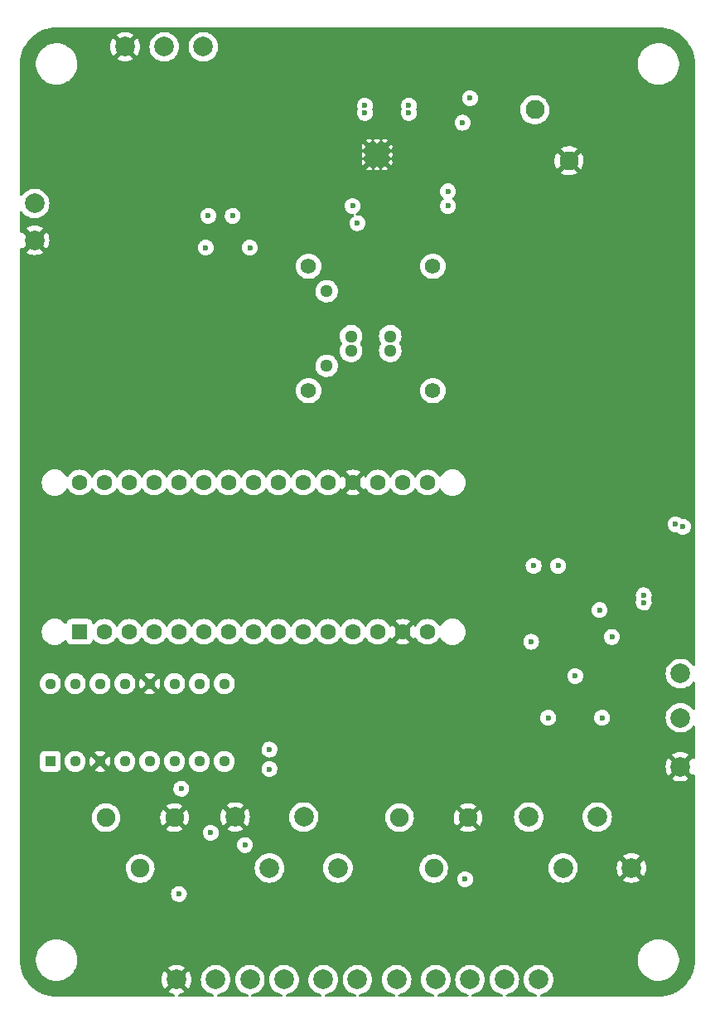
<source format=gbr>
%TF.GenerationSoftware,KiCad,Pcbnew,(6.0.5)*%
%TF.CreationDate,2023-05-26T17:46:03+02:00*%
%TF.ProjectId,EDUEXO-custom-PCB,45445545-584f-42d6-9375-73746f6d2d50,rev?*%
%TF.SameCoordinates,Original*%
%TF.FileFunction,Copper,L2,Inr*%
%TF.FilePolarity,Positive*%
%FSLAX46Y46*%
G04 Gerber Fmt 4.6, Leading zero omitted, Abs format (unit mm)*
G04 Created by KiCad (PCBNEW (6.0.5)) date 2023-05-26 17:46:03*
%MOMM*%
%LPD*%
G01*
G04 APERTURE LIST*
%TA.AperFunction,ComponentPad*%
%ADD10R,1.130000X1.130000*%
%TD*%
%TA.AperFunction,ComponentPad*%
%ADD11C,1.130000*%
%TD*%
%TA.AperFunction,ComponentPad*%
%ADD12C,2.000000*%
%TD*%
%TA.AperFunction,ComponentPad*%
%ADD13R,1.600000X1.600000*%
%TD*%
%TA.AperFunction,ComponentPad*%
%ADD14C,1.600000*%
%TD*%
%TA.AperFunction,ComponentPad*%
%ADD15C,1.900000*%
%TD*%
%TA.AperFunction,ComponentPad*%
%ADD16C,0.500000*%
%TD*%
%TA.AperFunction,ComponentPad*%
%ADD17C,1.950000*%
%TD*%
%TA.AperFunction,ComponentPad*%
%ADD18C,1.578074*%
%TD*%
%TA.AperFunction,ComponentPad*%
%ADD19C,1.280000*%
%TD*%
%TA.AperFunction,ViaPad*%
%ADD20C,0.600000*%
%TD*%
G04 APERTURE END LIST*
D10*
%TO.N,+3V3*%
%TO.C,U1*%
X168610000Y-175470000D03*
D11*
X171150000Y-175470000D03*
%TO.N,Earth*%
X173690000Y-175470000D03*
%TO.N,+5V*%
X176230000Y-175470000D03*
%TO.N,Net-(U1-Pad14)*%
X178770000Y-175470000D03*
%TO.N,/SG0_SIGNAL0_V*%
X181310000Y-175470000D03*
%TO.N,/SG0_SIGNAL1_V*%
X183850000Y-175470000D03*
%TO.N,Net-(R1-Pad2)*%
X186390000Y-175470000D03*
%TO.N,Net-(R1-Pad1)*%
X186390000Y-167530000D03*
%TO.N,/INA125P AMPLIFIER/SG0_OUTPUT_V*%
X183850000Y-167530000D03*
X181310000Y-167530000D03*
%TO.N,Earth*%
X178770000Y-167530000D03*
%TO.N,unconnected-(U1-Pad13)*%
X176230000Y-167530000D03*
%TO.N,Net-(U1-Pad14)*%
X173690000Y-167530000D03*
%TO.N,+5V*%
X171150000Y-167530000D03*
%TO.N,unconnected-(U1-Pad16)*%
X168610000Y-167530000D03*
%TD*%
D12*
%TO.N,Earth*%
%TO.C,GND3*%
X181500000Y-197750000D03*
%TD*%
%TO.N,/SRV0_POWER*%
%TO.C,POWER_SRV0*%
X215000000Y-197750000D03*
%TD*%
%TO.N,+5V*%
%TO.C,+5V0*%
X204000000Y-197750000D03*
%TD*%
%TO.N,VPP*%
%TO.C,VREGN0*%
X184250000Y-102500000D03*
%TD*%
%TO.N,/EMG0_V*%
%TO.C,EMG0*%
X200000000Y-197750000D03*
%TD*%
%TO.N,Earth*%
%TO.C,J4*%
X228000000Y-186350000D03*
%TO.N,/SRV0_ANGLE_V*%
X221000000Y-186350000D03*
%TO.N,/SRV0_DRIVE_PWM*%
X224500000Y-181150000D03*
%TO.N,/SRV0_POWER*%
X217500000Y-181150000D03*
%TD*%
%TO.N,+5V*%
%TO.C,J3*%
X198000000Y-186350000D03*
%TO.N,/SG0_SIGNAL0_V*%
X191000000Y-186350000D03*
%TO.N,/SG0_SIGNAL1_V*%
X194500000Y-181150000D03*
%TO.N,Earth*%
X187500000Y-181150000D03*
%TD*%
D13*
%TO.N,unconnected-(A1-Pad1)*%
%TO.C,A1*%
X171604000Y-162230000D03*
D14*
%TO.N,+3V3*%
X174144000Y-162230000D03*
%TO.N,unconnected-(A1-Pad3)*%
X176684000Y-162230000D03*
%TO.N,/INA125P AMPLIFIER/SG0_OUTPUT_V*%
X179224000Y-162230000D03*
%TO.N,/EMG0_V*%
X181764000Y-162230000D03*
%TO.N,/EMG1_V*%
X184304000Y-162230000D03*
%TO.N,/SRV0_ANGLE_V*%
X186844000Y-162230000D03*
%TO.N,unconnected-(A1-Pad8)*%
X189384000Y-162230000D03*
%TO.N,unconnected-(A1-Pad9)*%
X191924000Y-162230000D03*
%TO.N,/Nano 33 IOT /BAT_VALUE_V*%
X194464000Y-162230000D03*
%TO.N,unconnected-(A1-Pad11)*%
X197004000Y-162230000D03*
%TO.N,unconnected-(A1-Pad12)*%
X199544000Y-162230000D03*
%TO.N,unconnected-(A1-Pad13)*%
X202084000Y-162230000D03*
%TO.N,Earth*%
X204624000Y-162230000D03*
%TO.N,Net-(A1-Pad15)*%
X207164000Y-162230000D03*
%TO.N,unconnected-(A1-Pad16)*%
X207164000Y-146990000D03*
%TO.N,unconnected-(A1-Pad17)*%
X204624000Y-146990000D03*
%TO.N,unconnected-(A1-Pad18)*%
X202084000Y-146990000D03*
%TO.N,Earth*%
X199544000Y-146990000D03*
%TO.N,/Nano 33 IOT /SRV0_ARDu_CONTROL_V*%
X197004000Y-146990000D03*
%TO.N,/Nano 33 IOT /STATUS_LED_B*%
X194464000Y-146990000D03*
%TO.N,unconnected-(A1-Pad22)*%
X191924000Y-146990000D03*
%TO.N,/SRV0_DRIVE_PWM*%
X189384000Y-146990000D03*
%TO.N,/Nano 33 IOT /STATUS_LED_G*%
X186844000Y-146990000D03*
%TO.N,unconnected-(A1-Pad25)*%
X184304000Y-146990000D03*
%TO.N,unconnected-(A1-Pad26)*%
X181764000Y-146990000D03*
%TO.N,/Nano 33 IOT /STATUS_LED_R*%
X179224000Y-146990000D03*
%TO.N,unconnected-(A1-Pad28)*%
X176684000Y-146990000D03*
%TO.N,unconnected-(A1-Pad29)*%
X174144000Y-146990000D03*
%TO.N,unconnected-(A1-Pad30)*%
X171604000Y-146990000D03*
%TD*%
D15*
%TO.N,+3V3*%
%TO.C,J1*%
X204300000Y-181200000D03*
%TO.N,/EMG0_V*%
X207800000Y-186400000D03*
%TO.N,Earth*%
X211300000Y-181200000D03*
%TD*%
D12*
%TO.N,/SRV0_DRIVE_PWM*%
%TO.C,DRIVE_PWM_SRV0*%
X218500000Y-197750000D03*
%TD*%
%TO.N,/Nano 33 IOT /SRV0_ARDu_CONTROL_V*%
%TO.C,ARDu_CONTROL_SRV0*%
X233000000Y-166500000D03*
%TD*%
%TO.N,/SG0_SIGNAL1_V*%
%TO.C,SG0_SGN1*%
X189000000Y-197750000D03*
%TD*%
D16*
%TO.N,Earth*%
%TO.C,U2*%
X202800000Y-112700000D03*
X202800000Y-114300000D03*
X202000000Y-112700000D03*
X202000000Y-113500000D03*
X202800000Y-113500000D03*
X201200000Y-112700000D03*
X201200000Y-113500000D03*
X202000000Y-114300000D03*
X201200000Y-114300000D03*
%TD*%
D12*
%TO.N,/Nano 33 IOT /BAT_VALUE_V*%
%TO.C,BAT_VALUE_0*%
X233000000Y-171000000D03*
%TD*%
D17*
%TO.N,/BAT0_INPUT*%
%TO.C,J6*%
X218124000Y-108920000D03*
%TO.N,Earth*%
X221624000Y-114120000D03*
%TD*%
D12*
%TO.N,/EMG1_V*%
%TO.C,EMG1*%
X196500000Y-197750000D03*
%TD*%
%TO.N,VBUS*%
%TO.C,VBUS0*%
X167000000Y-118500000D03*
%TD*%
%TO.N,Earth*%
%TO.C,GND4*%
X167000000Y-122250000D03*
%TD*%
%TO.N,/SG0_SIGNAL0_V*%
%TO.C,SG0_SGN0*%
X192500000Y-197750000D03*
%TD*%
D15*
%TO.N,+3V3*%
%TO.C,J2*%
X174300000Y-181200000D03*
%TO.N,/EMG1_V*%
X177800000Y-186400000D03*
%TO.N,Earth*%
X181300000Y-181200000D03*
%TD*%
D12*
%TO.N,Earth*%
%TO.C,GND1*%
X233000000Y-176000000D03*
%TD*%
%TO.N,VDC*%
%TO.C,VDC0*%
X180250000Y-102500000D03*
%TD*%
D18*
%TO.N,*%
%TO.C,U3*%
X207700000Y-124904700D03*
X195000000Y-124904700D03*
X207700000Y-137604700D03*
X195000000Y-137604700D03*
D19*
%TO.N,VDC*%
X196850000Y-127444700D03*
%TO.N,Net-(D1-Pad2)*%
X196850000Y-135064700D03*
%TO.N,/Nano 33 IOT /STATUS_LED_R*%
X203350000Y-132054700D03*
%TO.N,/Nano 33 IOT /STATUS_LED_G*%
X203350000Y-133554700D03*
%TO.N,/Nano 33 IOT /STATUS_LED_B*%
X199350000Y-132054700D03*
%TO.N,+3V3*%
X199350000Y-133554700D03*
%TD*%
D12*
%TO.N,/INA125P AMPLIFIER/SG0_OUTPUT_V*%
%TO.C,OUTPUT_SG0*%
X185500000Y-197750000D03*
%TD*%
%TO.N,+3V3*%
%TO.C,+3V3*%
X208000000Y-197750000D03*
%TD*%
%TO.N,Earth*%
%TO.C,GND2*%
X176250000Y-102500000D03*
%TD*%
%TO.N,/SRV0_ANGLE_V*%
%TO.C,ANGLE_SRV0*%
X211500000Y-197750000D03*
%TD*%
D20*
%TO.N,Earth*%
X195500000Y-117500000D03*
X195500000Y-115500000D03*
X210500000Y-116500000D03*
X204000000Y-119750000D03*
X204750000Y-168750000D03*
X204000000Y-106750000D03*
X207750000Y-117000000D03*
X207000000Y-168750000D03*
X174750000Y-137750000D03*
X208500000Y-112000000D03*
X202000000Y-106750000D03*
X228000000Y-157250000D03*
X174750000Y-134015000D03*
X195000000Y-176250000D03*
X210000000Y-114500000D03*
X207000000Y-105849500D03*
X168750000Y-181750000D03*
X195000000Y-174250000D03*
X190250000Y-125500000D03*
X202000000Y-119750000D03*
X171250000Y-137652250D03*
X202500000Y-140500000D03*
X194500000Y-168750000D03*
X228000000Y-155000000D03*
X195500000Y-113500000D03*
X190250000Y-130500000D03*
%TO.N,+5V*%
X191000000Y-176250000D03*
X191000000Y-174250000D03*
%TO.N,+3V3*%
X211000000Y-187500000D03*
%TO.N,/EMG1_V*%
X188500000Y-184000000D03*
X181750000Y-189000000D03*
%TO.N,VDC*%
X232500000Y-151250000D03*
X205250000Y-109250000D03*
X200750000Y-108500000D03*
X205250000Y-108500000D03*
X229250000Y-159250000D03*
X233250000Y-151500000D03*
X229250000Y-158500000D03*
X200750000Y-109250000D03*
%TO.N,VBUS*%
X184750000Y-119750000D03*
X187250000Y-119750000D03*
%TO.N,/Nano 33 IOT /BAT_VALUE_V*%
X225000000Y-171000000D03*
X219500000Y-171000000D03*
%TO.N,/Nano 33 IOT /SRV0_ARDu_CONTROL_V*%
X220500000Y-155500000D03*
X226000000Y-162750000D03*
X224750000Y-160000000D03*
X218000000Y-155500000D03*
%TO.N,/SRV0_DRIVE_PWM*%
X222250000Y-166750000D03*
X217750000Y-163250000D03*
%TO.N,/SG0_SIGNAL0_V*%
X182000000Y-178250000D03*
X185000000Y-182750000D03*
%TO.N,/BQ25886 BATTERY MANAGMENT/D+*%
X199500000Y-118750000D03*
X200000000Y-120500000D03*
%TO.N,Net-(D2-Pad1)*%
X209250000Y-117250000D03*
X209250000Y-118750000D03*
%TO.N,Net-(C4-Pad2)*%
X210750000Y-110250000D03*
X211500000Y-107750000D03*
%TO.N,Net-(D3-Pad1)*%
X184500000Y-123000000D03*
X189000000Y-123000000D03*
%TD*%
%TA.AperFunction,Conductor*%
%TO.N,Earth*%
G36*
X230720018Y-100510000D02*
G01*
X230734851Y-100512310D01*
X230734855Y-100512310D01*
X230743724Y-100513691D01*
X230763079Y-100511160D01*
X230785594Y-100510248D01*
X231110555Y-100526213D01*
X231122849Y-100527423D01*
X231473806Y-100579484D01*
X231485928Y-100581894D01*
X231563419Y-100601305D01*
X231830094Y-100668104D01*
X231841926Y-100671693D01*
X232175982Y-100791220D01*
X232187406Y-100795952D01*
X232508137Y-100947646D01*
X232519038Y-100953473D01*
X232607709Y-101006620D01*
X232823360Y-101135876D01*
X232833641Y-101142746D01*
X233118610Y-101354094D01*
X233128168Y-101361938D01*
X233391053Y-101600203D01*
X233399797Y-101608947D01*
X233638062Y-101871832D01*
X233645906Y-101881390D01*
X233857254Y-102166359D01*
X233864124Y-102176640D01*
X233943435Y-102308962D01*
X234030256Y-102453814D01*
X234046525Y-102480958D01*
X234052352Y-102491859D01*
X234056738Y-102501132D01*
X234204048Y-102812594D01*
X234208780Y-102824018D01*
X234328307Y-103158074D01*
X234331896Y-103169906D01*
X234418105Y-103514069D01*
X234420516Y-103526194D01*
X234467905Y-103845654D01*
X234472576Y-103877146D01*
X234473787Y-103889445D01*
X234484773Y-104113049D01*
X234489390Y-104207034D01*
X234488042Y-104232598D01*
X234486309Y-104243724D01*
X234487474Y-104252630D01*
X234490436Y-104275283D01*
X234491500Y-104291621D01*
X234491500Y-165600054D01*
X234471498Y-165668175D01*
X234417842Y-165714668D01*
X234347568Y-165724772D01*
X234282988Y-165695278D01*
X234258067Y-165665889D01*
X234226758Y-165614798D01*
X234224176Y-165610584D01*
X234069969Y-165430031D01*
X233889416Y-165275824D01*
X233885208Y-165273245D01*
X233885202Y-165273241D01*
X233691183Y-165154346D01*
X233686963Y-165151760D01*
X233682393Y-165149867D01*
X233682389Y-165149865D01*
X233472167Y-165062789D01*
X233472165Y-165062788D01*
X233467594Y-165060895D01*
X233387391Y-165041640D01*
X233241524Y-165006620D01*
X233241518Y-165006619D01*
X233236711Y-165005465D01*
X233000000Y-164986835D01*
X232763289Y-165005465D01*
X232758482Y-165006619D01*
X232758476Y-165006620D01*
X232612609Y-165041640D01*
X232532406Y-165060895D01*
X232527835Y-165062788D01*
X232527833Y-165062789D01*
X232317611Y-165149865D01*
X232317607Y-165149867D01*
X232313037Y-165151760D01*
X232308817Y-165154346D01*
X232114798Y-165273241D01*
X232114792Y-165273245D01*
X232110584Y-165275824D01*
X231930031Y-165430031D01*
X231775824Y-165610584D01*
X231773245Y-165614792D01*
X231773241Y-165614798D01*
X231740532Y-165668175D01*
X231651760Y-165813037D01*
X231649867Y-165817607D01*
X231649865Y-165817611D01*
X231562789Y-166027833D01*
X231560895Y-166032406D01*
X231559740Y-166037218D01*
X231508512Y-166250598D01*
X231505465Y-166263289D01*
X231486835Y-166500000D01*
X231505465Y-166736711D01*
X231506619Y-166741518D01*
X231506620Y-166741524D01*
X231541640Y-166887391D01*
X231560895Y-166967594D01*
X231562788Y-166972165D01*
X231562789Y-166972167D01*
X231642854Y-167165461D01*
X231651760Y-167186963D01*
X231654346Y-167191183D01*
X231773241Y-167385202D01*
X231773245Y-167385208D01*
X231775824Y-167389416D01*
X231930031Y-167569969D01*
X232110584Y-167724176D01*
X232114792Y-167726755D01*
X232114798Y-167726759D01*
X232213150Y-167787029D01*
X232313037Y-167848240D01*
X232317607Y-167850133D01*
X232317611Y-167850135D01*
X232527833Y-167937211D01*
X232532406Y-167939105D01*
X232612609Y-167958360D01*
X232758476Y-167993380D01*
X232758482Y-167993381D01*
X232763289Y-167994535D01*
X233000000Y-168013165D01*
X233236711Y-167994535D01*
X233241518Y-167993381D01*
X233241524Y-167993380D01*
X233387391Y-167958360D01*
X233467594Y-167939105D01*
X233472167Y-167937211D01*
X233682389Y-167850135D01*
X233682393Y-167850133D01*
X233686963Y-167848240D01*
X233786850Y-167787029D01*
X233885202Y-167726759D01*
X233885208Y-167726755D01*
X233889416Y-167724176D01*
X234069969Y-167569969D01*
X234224176Y-167389416D01*
X234258067Y-167334111D01*
X234310715Y-167286480D01*
X234380756Y-167274873D01*
X234445954Y-167302976D01*
X234485608Y-167361867D01*
X234491500Y-167399946D01*
X234491500Y-170100054D01*
X234471498Y-170168175D01*
X234417842Y-170214668D01*
X234347568Y-170224772D01*
X234282988Y-170195278D01*
X234258067Y-170165889D01*
X234226758Y-170114798D01*
X234224176Y-170110584D01*
X234069969Y-169930031D01*
X233889416Y-169775824D01*
X233885208Y-169773245D01*
X233885202Y-169773241D01*
X233691183Y-169654346D01*
X233686963Y-169651760D01*
X233682393Y-169649867D01*
X233682389Y-169649865D01*
X233472167Y-169562789D01*
X233472165Y-169562788D01*
X233467594Y-169560895D01*
X233387391Y-169541640D01*
X233241524Y-169506620D01*
X233241518Y-169506619D01*
X233236711Y-169505465D01*
X233000000Y-169486835D01*
X232763289Y-169505465D01*
X232758482Y-169506619D01*
X232758476Y-169506620D01*
X232612609Y-169541640D01*
X232532406Y-169560895D01*
X232527835Y-169562788D01*
X232527833Y-169562789D01*
X232317611Y-169649865D01*
X232317607Y-169649867D01*
X232313037Y-169651760D01*
X232308817Y-169654346D01*
X232114798Y-169773241D01*
X232114792Y-169773245D01*
X232110584Y-169775824D01*
X231930031Y-169930031D01*
X231775824Y-170110584D01*
X231773245Y-170114792D01*
X231773241Y-170114798D01*
X231654346Y-170308817D01*
X231651760Y-170313037D01*
X231649867Y-170317607D01*
X231649865Y-170317611D01*
X231574070Y-170500598D01*
X231560895Y-170532406D01*
X231505465Y-170763289D01*
X231486835Y-171000000D01*
X231505465Y-171236711D01*
X231506619Y-171241518D01*
X231506620Y-171241524D01*
X231530568Y-171341273D01*
X231560895Y-171467594D01*
X231562788Y-171472165D01*
X231562789Y-171472167D01*
X231635650Y-171648069D01*
X231651760Y-171686963D01*
X231654346Y-171691183D01*
X231773241Y-171885202D01*
X231773245Y-171885208D01*
X231775824Y-171889416D01*
X231930031Y-172069969D01*
X232110584Y-172224176D01*
X232114792Y-172226755D01*
X232114798Y-172226759D01*
X232308817Y-172345654D01*
X232313037Y-172348240D01*
X232317607Y-172350133D01*
X232317611Y-172350135D01*
X232527833Y-172437211D01*
X232532406Y-172439105D01*
X232612609Y-172458360D01*
X232758476Y-172493380D01*
X232758482Y-172493381D01*
X232763289Y-172494535D01*
X233000000Y-172513165D01*
X233236711Y-172494535D01*
X233241518Y-172493381D01*
X233241524Y-172493380D01*
X233387391Y-172458360D01*
X233467594Y-172439105D01*
X233472167Y-172437211D01*
X233682389Y-172350135D01*
X233682393Y-172350133D01*
X233686963Y-172348240D01*
X233691183Y-172345654D01*
X233885202Y-172226759D01*
X233885208Y-172226755D01*
X233889416Y-172224176D01*
X234069969Y-172069969D01*
X234224176Y-171889416D01*
X234258067Y-171834111D01*
X234310715Y-171786480D01*
X234380756Y-171774873D01*
X234445954Y-171802976D01*
X234485608Y-171861867D01*
X234491500Y-171899946D01*
X234491500Y-175101013D01*
X234471498Y-175169134D01*
X234417842Y-175215627D01*
X234347568Y-175225731D01*
X234282988Y-175196237D01*
X234258068Y-175166849D01*
X234242567Y-175141554D01*
X234232110Y-175132093D01*
X234223334Y-175135876D01*
X233372022Y-175987188D01*
X233364408Y-176001132D01*
X233364539Y-176002965D01*
X233368790Y-176009580D01*
X234220290Y-176861080D01*
X234232670Y-176867840D01*
X234240319Y-176862114D01*
X234258068Y-176833151D01*
X234310716Y-176785520D01*
X234380757Y-176773914D01*
X234445955Y-176802018D01*
X234485608Y-176860909D01*
X234491500Y-176898987D01*
X234491500Y-195700633D01*
X234490000Y-195720018D01*
X234487690Y-195734851D01*
X234487690Y-195734855D01*
X234486309Y-195743724D01*
X234488840Y-195763079D01*
X234489752Y-195785594D01*
X234483688Y-195909036D01*
X234473788Y-196110549D01*
X234472577Y-196122849D01*
X234421106Y-196469830D01*
X234420517Y-196473803D01*
X234418105Y-196485931D01*
X234331896Y-196830094D01*
X234328307Y-196841926D01*
X234208780Y-197175982D01*
X234204048Y-197187406D01*
X234052354Y-197508137D01*
X234046527Y-197519038D01*
X233955835Y-197670349D01*
X233864124Y-197823360D01*
X233857254Y-197833641D01*
X233645906Y-198118610D01*
X233638062Y-198128168D01*
X233399797Y-198391053D01*
X233391053Y-198399797D01*
X233128168Y-198638062D01*
X233118610Y-198645906D01*
X232833641Y-198857254D01*
X232823360Y-198864124D01*
X232646233Y-198970290D01*
X232519042Y-199046525D01*
X232508141Y-199052352D01*
X232411119Y-199098240D01*
X232187406Y-199204048D01*
X232175982Y-199208780D01*
X231841926Y-199328307D01*
X231830094Y-199331896D01*
X231585484Y-199393168D01*
X231485928Y-199418106D01*
X231473806Y-199420516D01*
X231122849Y-199472577D01*
X231110555Y-199473787D01*
X230792962Y-199489390D01*
X230767402Y-199488042D01*
X230756276Y-199486309D01*
X230724714Y-199490436D01*
X230708379Y-199491500D01*
X218772598Y-199491500D01*
X218704477Y-199471498D01*
X218657984Y-199417842D01*
X218647880Y-199347568D01*
X218677374Y-199282988D01*
X218743184Y-199242981D01*
X218763996Y-199237984D01*
X218967594Y-199189105D01*
X218972167Y-199187211D01*
X219182389Y-199100135D01*
X219182393Y-199100133D01*
X219186963Y-199098240D01*
X219271354Y-199046525D01*
X219385202Y-198976759D01*
X219385208Y-198976755D01*
X219389416Y-198974176D01*
X219569969Y-198819969D01*
X219724176Y-198639416D01*
X219726755Y-198635208D01*
X219726759Y-198635202D01*
X219845654Y-198441183D01*
X219848240Y-198436963D01*
X219850229Y-198432163D01*
X219937211Y-198222167D01*
X219937212Y-198222165D01*
X219939105Y-198217594D01*
X219994535Y-197986711D01*
X220013165Y-197750000D01*
X219994535Y-197513289D01*
X219993299Y-197508137D01*
X219940260Y-197287218D01*
X219939105Y-197282406D01*
X219903621Y-197196740D01*
X219850135Y-197067611D01*
X219850133Y-197067607D01*
X219848240Y-197063037D01*
X219845654Y-197058817D01*
X219726759Y-196864798D01*
X219726755Y-196864792D01*
X219724176Y-196860584D01*
X219569969Y-196680031D01*
X219389416Y-196525824D01*
X219385208Y-196523245D01*
X219385202Y-196523241D01*
X219191183Y-196404346D01*
X219186963Y-196401760D01*
X219182393Y-196399867D01*
X219182389Y-196399865D01*
X218972167Y-196312789D01*
X218972165Y-196312788D01*
X218967594Y-196310895D01*
X218887391Y-196291640D01*
X218741524Y-196256620D01*
X218741518Y-196256619D01*
X218736711Y-196255465D01*
X218500000Y-196236835D01*
X218263289Y-196255465D01*
X218258482Y-196256619D01*
X218258476Y-196256620D01*
X218112609Y-196291640D01*
X218032406Y-196310895D01*
X218027835Y-196312788D01*
X218027833Y-196312789D01*
X217817611Y-196399865D01*
X217817607Y-196399867D01*
X217813037Y-196401760D01*
X217808817Y-196404346D01*
X217614798Y-196523241D01*
X217614792Y-196523245D01*
X217610584Y-196525824D01*
X217430031Y-196680031D01*
X217275824Y-196860584D01*
X217273245Y-196864792D01*
X217273241Y-196864798D01*
X217154346Y-197058817D01*
X217151760Y-197063037D01*
X217149867Y-197067607D01*
X217149865Y-197067611D01*
X217096379Y-197196740D01*
X217060895Y-197282406D01*
X217059740Y-197287218D01*
X217006702Y-197508137D01*
X217005465Y-197513289D01*
X216986835Y-197750000D01*
X217005465Y-197986711D01*
X217060895Y-198217594D01*
X217062788Y-198222165D01*
X217062789Y-198222167D01*
X217149772Y-198432163D01*
X217151760Y-198436963D01*
X217154346Y-198441183D01*
X217273241Y-198635202D01*
X217273245Y-198635208D01*
X217275824Y-198639416D01*
X217430031Y-198819969D01*
X217610584Y-198974176D01*
X217614792Y-198976755D01*
X217614798Y-198976759D01*
X217728646Y-199046525D01*
X217813037Y-199098240D01*
X217817607Y-199100133D01*
X217817611Y-199100135D01*
X218027833Y-199187211D01*
X218032406Y-199189105D01*
X218236004Y-199237984D01*
X218256816Y-199242981D01*
X218318385Y-199278333D01*
X218351068Y-199341360D01*
X218344487Y-199412051D01*
X218300733Y-199467962D01*
X218227402Y-199491500D01*
X215272598Y-199491500D01*
X215204477Y-199471498D01*
X215157984Y-199417842D01*
X215147880Y-199347568D01*
X215177374Y-199282988D01*
X215243184Y-199242981D01*
X215263996Y-199237984D01*
X215467594Y-199189105D01*
X215472167Y-199187211D01*
X215682389Y-199100135D01*
X215682393Y-199100133D01*
X215686963Y-199098240D01*
X215771354Y-199046525D01*
X215885202Y-198976759D01*
X215885208Y-198976755D01*
X215889416Y-198974176D01*
X216069969Y-198819969D01*
X216224176Y-198639416D01*
X216226755Y-198635208D01*
X216226759Y-198635202D01*
X216345654Y-198441183D01*
X216348240Y-198436963D01*
X216350229Y-198432163D01*
X216437211Y-198222167D01*
X216437212Y-198222165D01*
X216439105Y-198217594D01*
X216494535Y-197986711D01*
X216513165Y-197750000D01*
X216494535Y-197513289D01*
X216493299Y-197508137D01*
X216440260Y-197287218D01*
X216439105Y-197282406D01*
X216403621Y-197196740D01*
X216350135Y-197067611D01*
X216350133Y-197067607D01*
X216348240Y-197063037D01*
X216345654Y-197058817D01*
X216226759Y-196864798D01*
X216226755Y-196864792D01*
X216224176Y-196860584D01*
X216069969Y-196680031D01*
X215889416Y-196525824D01*
X215885208Y-196523245D01*
X215885202Y-196523241D01*
X215691183Y-196404346D01*
X215686963Y-196401760D01*
X215682393Y-196399867D01*
X215682389Y-196399865D01*
X215472167Y-196312789D01*
X215472165Y-196312788D01*
X215467594Y-196310895D01*
X215387391Y-196291640D01*
X215241524Y-196256620D01*
X215241518Y-196256619D01*
X215236711Y-196255465D01*
X215000000Y-196236835D01*
X214763289Y-196255465D01*
X214758482Y-196256619D01*
X214758476Y-196256620D01*
X214612609Y-196291640D01*
X214532406Y-196310895D01*
X214527835Y-196312788D01*
X214527833Y-196312789D01*
X214317611Y-196399865D01*
X214317607Y-196399867D01*
X214313037Y-196401760D01*
X214308817Y-196404346D01*
X214114798Y-196523241D01*
X214114792Y-196523245D01*
X214110584Y-196525824D01*
X213930031Y-196680031D01*
X213775824Y-196860584D01*
X213773245Y-196864792D01*
X213773241Y-196864798D01*
X213654346Y-197058817D01*
X213651760Y-197063037D01*
X213649867Y-197067607D01*
X213649865Y-197067611D01*
X213596379Y-197196740D01*
X213560895Y-197282406D01*
X213559740Y-197287218D01*
X213506702Y-197508137D01*
X213505465Y-197513289D01*
X213486835Y-197750000D01*
X213505465Y-197986711D01*
X213560895Y-198217594D01*
X213562788Y-198222165D01*
X213562789Y-198222167D01*
X213649772Y-198432163D01*
X213651760Y-198436963D01*
X213654346Y-198441183D01*
X213773241Y-198635202D01*
X213773245Y-198635208D01*
X213775824Y-198639416D01*
X213930031Y-198819969D01*
X214110584Y-198974176D01*
X214114792Y-198976755D01*
X214114798Y-198976759D01*
X214228646Y-199046525D01*
X214313037Y-199098240D01*
X214317607Y-199100133D01*
X214317611Y-199100135D01*
X214527833Y-199187211D01*
X214532406Y-199189105D01*
X214736004Y-199237984D01*
X214756816Y-199242981D01*
X214818385Y-199278333D01*
X214851068Y-199341360D01*
X214844487Y-199412051D01*
X214800733Y-199467962D01*
X214727402Y-199491500D01*
X211772598Y-199491500D01*
X211704477Y-199471498D01*
X211657984Y-199417842D01*
X211647880Y-199347568D01*
X211677374Y-199282988D01*
X211743184Y-199242981D01*
X211763996Y-199237984D01*
X211967594Y-199189105D01*
X211972167Y-199187211D01*
X212182389Y-199100135D01*
X212182393Y-199100133D01*
X212186963Y-199098240D01*
X212271354Y-199046525D01*
X212385202Y-198976759D01*
X212385208Y-198976755D01*
X212389416Y-198974176D01*
X212569969Y-198819969D01*
X212724176Y-198639416D01*
X212726755Y-198635208D01*
X212726759Y-198635202D01*
X212845654Y-198441183D01*
X212848240Y-198436963D01*
X212850229Y-198432163D01*
X212937211Y-198222167D01*
X212937212Y-198222165D01*
X212939105Y-198217594D01*
X212994535Y-197986711D01*
X213013165Y-197750000D01*
X212994535Y-197513289D01*
X212993299Y-197508137D01*
X212940260Y-197287218D01*
X212939105Y-197282406D01*
X212903621Y-197196740D01*
X212850135Y-197067611D01*
X212850133Y-197067607D01*
X212848240Y-197063037D01*
X212845654Y-197058817D01*
X212726759Y-196864798D01*
X212726755Y-196864792D01*
X212724176Y-196860584D01*
X212569969Y-196680031D01*
X212389416Y-196525824D01*
X212385208Y-196523245D01*
X212385202Y-196523241D01*
X212191183Y-196404346D01*
X212186963Y-196401760D01*
X212182393Y-196399867D01*
X212182389Y-196399865D01*
X211972167Y-196312789D01*
X211972165Y-196312788D01*
X211967594Y-196310895D01*
X211887391Y-196291640D01*
X211741524Y-196256620D01*
X211741518Y-196256619D01*
X211736711Y-196255465D01*
X211500000Y-196236835D01*
X211263289Y-196255465D01*
X211258482Y-196256619D01*
X211258476Y-196256620D01*
X211112609Y-196291640D01*
X211032406Y-196310895D01*
X211027835Y-196312788D01*
X211027833Y-196312789D01*
X210817611Y-196399865D01*
X210817607Y-196399867D01*
X210813037Y-196401760D01*
X210808817Y-196404346D01*
X210614798Y-196523241D01*
X210614792Y-196523245D01*
X210610584Y-196525824D01*
X210430031Y-196680031D01*
X210275824Y-196860584D01*
X210273245Y-196864792D01*
X210273241Y-196864798D01*
X210154346Y-197058817D01*
X210151760Y-197063037D01*
X210149867Y-197067607D01*
X210149865Y-197067611D01*
X210096379Y-197196740D01*
X210060895Y-197282406D01*
X210059740Y-197287218D01*
X210006702Y-197508137D01*
X210005465Y-197513289D01*
X209986835Y-197750000D01*
X210005465Y-197986711D01*
X210060895Y-198217594D01*
X210062788Y-198222165D01*
X210062789Y-198222167D01*
X210149772Y-198432163D01*
X210151760Y-198436963D01*
X210154346Y-198441183D01*
X210273241Y-198635202D01*
X210273245Y-198635208D01*
X210275824Y-198639416D01*
X210430031Y-198819969D01*
X210610584Y-198974176D01*
X210614792Y-198976755D01*
X210614798Y-198976759D01*
X210728646Y-199046525D01*
X210813037Y-199098240D01*
X210817607Y-199100133D01*
X210817611Y-199100135D01*
X211027833Y-199187211D01*
X211032406Y-199189105D01*
X211236004Y-199237984D01*
X211256816Y-199242981D01*
X211318385Y-199278333D01*
X211351068Y-199341360D01*
X211344487Y-199412051D01*
X211300733Y-199467962D01*
X211227402Y-199491500D01*
X208272598Y-199491500D01*
X208204477Y-199471498D01*
X208157984Y-199417842D01*
X208147880Y-199347568D01*
X208177374Y-199282988D01*
X208243184Y-199242981D01*
X208263996Y-199237984D01*
X208467594Y-199189105D01*
X208472167Y-199187211D01*
X208682389Y-199100135D01*
X208682393Y-199100133D01*
X208686963Y-199098240D01*
X208771354Y-199046525D01*
X208885202Y-198976759D01*
X208885208Y-198976755D01*
X208889416Y-198974176D01*
X209069969Y-198819969D01*
X209224176Y-198639416D01*
X209226755Y-198635208D01*
X209226759Y-198635202D01*
X209345654Y-198441183D01*
X209348240Y-198436963D01*
X209350229Y-198432163D01*
X209437211Y-198222167D01*
X209437212Y-198222165D01*
X209439105Y-198217594D01*
X209494535Y-197986711D01*
X209513165Y-197750000D01*
X209494535Y-197513289D01*
X209493299Y-197508137D01*
X209440260Y-197287218D01*
X209439105Y-197282406D01*
X209403621Y-197196740D01*
X209350135Y-197067611D01*
X209350133Y-197067607D01*
X209348240Y-197063037D01*
X209345654Y-197058817D01*
X209226759Y-196864798D01*
X209226755Y-196864792D01*
X209224176Y-196860584D01*
X209069969Y-196680031D01*
X208889416Y-196525824D01*
X208885208Y-196523245D01*
X208885202Y-196523241D01*
X208691183Y-196404346D01*
X208686963Y-196401760D01*
X208682393Y-196399867D01*
X208682389Y-196399865D01*
X208472167Y-196312789D01*
X208472165Y-196312788D01*
X208467594Y-196310895D01*
X208387391Y-196291640D01*
X208241524Y-196256620D01*
X208241518Y-196256619D01*
X208236711Y-196255465D01*
X208000000Y-196236835D01*
X207763289Y-196255465D01*
X207758482Y-196256619D01*
X207758476Y-196256620D01*
X207612609Y-196291640D01*
X207532406Y-196310895D01*
X207527835Y-196312788D01*
X207527833Y-196312789D01*
X207317611Y-196399865D01*
X207317607Y-196399867D01*
X207313037Y-196401760D01*
X207308817Y-196404346D01*
X207114798Y-196523241D01*
X207114792Y-196523245D01*
X207110584Y-196525824D01*
X206930031Y-196680031D01*
X206775824Y-196860584D01*
X206773245Y-196864792D01*
X206773241Y-196864798D01*
X206654346Y-197058817D01*
X206651760Y-197063037D01*
X206649867Y-197067607D01*
X206649865Y-197067611D01*
X206596379Y-197196740D01*
X206560895Y-197282406D01*
X206559740Y-197287218D01*
X206506702Y-197508137D01*
X206505465Y-197513289D01*
X206486835Y-197750000D01*
X206505465Y-197986711D01*
X206560895Y-198217594D01*
X206562788Y-198222165D01*
X206562789Y-198222167D01*
X206649772Y-198432163D01*
X206651760Y-198436963D01*
X206654346Y-198441183D01*
X206773241Y-198635202D01*
X206773245Y-198635208D01*
X206775824Y-198639416D01*
X206930031Y-198819969D01*
X207110584Y-198974176D01*
X207114792Y-198976755D01*
X207114798Y-198976759D01*
X207228646Y-199046525D01*
X207313037Y-199098240D01*
X207317607Y-199100133D01*
X207317611Y-199100135D01*
X207527833Y-199187211D01*
X207532406Y-199189105D01*
X207736004Y-199237984D01*
X207756816Y-199242981D01*
X207818385Y-199278333D01*
X207851068Y-199341360D01*
X207844487Y-199412051D01*
X207800733Y-199467962D01*
X207727402Y-199491500D01*
X204272598Y-199491500D01*
X204204477Y-199471498D01*
X204157984Y-199417842D01*
X204147880Y-199347568D01*
X204177374Y-199282988D01*
X204243184Y-199242981D01*
X204263996Y-199237984D01*
X204467594Y-199189105D01*
X204472167Y-199187211D01*
X204682389Y-199100135D01*
X204682393Y-199100133D01*
X204686963Y-199098240D01*
X204771354Y-199046525D01*
X204885202Y-198976759D01*
X204885208Y-198976755D01*
X204889416Y-198974176D01*
X205069969Y-198819969D01*
X205224176Y-198639416D01*
X205226755Y-198635208D01*
X205226759Y-198635202D01*
X205345654Y-198441183D01*
X205348240Y-198436963D01*
X205350229Y-198432163D01*
X205437211Y-198222167D01*
X205437212Y-198222165D01*
X205439105Y-198217594D01*
X205494535Y-197986711D01*
X205513165Y-197750000D01*
X205494535Y-197513289D01*
X205493299Y-197508137D01*
X205440260Y-197287218D01*
X205439105Y-197282406D01*
X205403621Y-197196740D01*
X205350135Y-197067611D01*
X205350133Y-197067607D01*
X205348240Y-197063037D01*
X205345654Y-197058817D01*
X205226759Y-196864798D01*
X205226755Y-196864792D01*
X205224176Y-196860584D01*
X205069969Y-196680031D01*
X204889416Y-196525824D01*
X204885208Y-196523245D01*
X204885202Y-196523241D01*
X204691183Y-196404346D01*
X204686963Y-196401760D01*
X204682393Y-196399867D01*
X204682389Y-196399865D01*
X204472167Y-196312789D01*
X204472165Y-196312788D01*
X204467594Y-196310895D01*
X204387391Y-196291640D01*
X204241524Y-196256620D01*
X204241518Y-196256619D01*
X204236711Y-196255465D01*
X204000000Y-196236835D01*
X203763289Y-196255465D01*
X203758482Y-196256619D01*
X203758476Y-196256620D01*
X203612609Y-196291640D01*
X203532406Y-196310895D01*
X203527835Y-196312788D01*
X203527833Y-196312789D01*
X203317611Y-196399865D01*
X203317607Y-196399867D01*
X203313037Y-196401760D01*
X203308817Y-196404346D01*
X203114798Y-196523241D01*
X203114792Y-196523245D01*
X203110584Y-196525824D01*
X202930031Y-196680031D01*
X202775824Y-196860584D01*
X202773245Y-196864792D01*
X202773241Y-196864798D01*
X202654346Y-197058817D01*
X202651760Y-197063037D01*
X202649867Y-197067607D01*
X202649865Y-197067611D01*
X202596379Y-197196740D01*
X202560895Y-197282406D01*
X202559740Y-197287218D01*
X202506702Y-197508137D01*
X202505465Y-197513289D01*
X202486835Y-197750000D01*
X202505465Y-197986711D01*
X202560895Y-198217594D01*
X202562788Y-198222165D01*
X202562789Y-198222167D01*
X202649772Y-198432163D01*
X202651760Y-198436963D01*
X202654346Y-198441183D01*
X202773241Y-198635202D01*
X202773245Y-198635208D01*
X202775824Y-198639416D01*
X202930031Y-198819969D01*
X203110584Y-198974176D01*
X203114792Y-198976755D01*
X203114798Y-198976759D01*
X203228646Y-199046525D01*
X203313037Y-199098240D01*
X203317607Y-199100133D01*
X203317611Y-199100135D01*
X203527833Y-199187211D01*
X203532406Y-199189105D01*
X203736004Y-199237984D01*
X203756816Y-199242981D01*
X203818385Y-199278333D01*
X203851068Y-199341360D01*
X203844487Y-199412051D01*
X203800733Y-199467962D01*
X203727402Y-199491500D01*
X200272598Y-199491500D01*
X200204477Y-199471498D01*
X200157984Y-199417842D01*
X200147880Y-199347568D01*
X200177374Y-199282988D01*
X200243184Y-199242981D01*
X200263996Y-199237984D01*
X200467594Y-199189105D01*
X200472167Y-199187211D01*
X200682389Y-199100135D01*
X200682393Y-199100133D01*
X200686963Y-199098240D01*
X200771354Y-199046525D01*
X200885202Y-198976759D01*
X200885208Y-198976755D01*
X200889416Y-198974176D01*
X201069969Y-198819969D01*
X201224176Y-198639416D01*
X201226755Y-198635208D01*
X201226759Y-198635202D01*
X201345654Y-198441183D01*
X201348240Y-198436963D01*
X201350229Y-198432163D01*
X201437211Y-198222167D01*
X201437212Y-198222165D01*
X201439105Y-198217594D01*
X201494535Y-197986711D01*
X201513165Y-197750000D01*
X201494535Y-197513289D01*
X201493299Y-197508137D01*
X201440260Y-197287218D01*
X201439105Y-197282406D01*
X201403621Y-197196740D01*
X201350135Y-197067611D01*
X201350133Y-197067607D01*
X201348240Y-197063037D01*
X201345654Y-197058817D01*
X201226759Y-196864798D01*
X201226755Y-196864792D01*
X201224176Y-196860584D01*
X201069969Y-196680031D01*
X200889416Y-196525824D01*
X200885208Y-196523245D01*
X200885202Y-196523241D01*
X200691183Y-196404346D01*
X200686963Y-196401760D01*
X200682393Y-196399867D01*
X200682389Y-196399865D01*
X200472167Y-196312789D01*
X200472165Y-196312788D01*
X200467594Y-196310895D01*
X200387391Y-196291640D01*
X200241524Y-196256620D01*
X200241518Y-196256619D01*
X200236711Y-196255465D01*
X200000000Y-196236835D01*
X199763289Y-196255465D01*
X199758482Y-196256619D01*
X199758476Y-196256620D01*
X199612609Y-196291640D01*
X199532406Y-196310895D01*
X199527835Y-196312788D01*
X199527833Y-196312789D01*
X199317611Y-196399865D01*
X199317607Y-196399867D01*
X199313037Y-196401760D01*
X199308817Y-196404346D01*
X199114798Y-196523241D01*
X199114792Y-196523245D01*
X199110584Y-196525824D01*
X198930031Y-196680031D01*
X198775824Y-196860584D01*
X198773245Y-196864792D01*
X198773241Y-196864798D01*
X198654346Y-197058817D01*
X198651760Y-197063037D01*
X198649867Y-197067607D01*
X198649865Y-197067611D01*
X198596379Y-197196740D01*
X198560895Y-197282406D01*
X198559740Y-197287218D01*
X198506702Y-197508137D01*
X198505465Y-197513289D01*
X198486835Y-197750000D01*
X198505465Y-197986711D01*
X198560895Y-198217594D01*
X198562788Y-198222165D01*
X198562789Y-198222167D01*
X198649772Y-198432163D01*
X198651760Y-198436963D01*
X198654346Y-198441183D01*
X198773241Y-198635202D01*
X198773245Y-198635208D01*
X198775824Y-198639416D01*
X198930031Y-198819969D01*
X199110584Y-198974176D01*
X199114792Y-198976755D01*
X199114798Y-198976759D01*
X199228646Y-199046525D01*
X199313037Y-199098240D01*
X199317607Y-199100133D01*
X199317611Y-199100135D01*
X199527833Y-199187211D01*
X199532406Y-199189105D01*
X199736004Y-199237984D01*
X199756816Y-199242981D01*
X199818385Y-199278333D01*
X199851068Y-199341360D01*
X199844487Y-199412051D01*
X199800733Y-199467962D01*
X199727402Y-199491500D01*
X196772598Y-199491500D01*
X196704477Y-199471498D01*
X196657984Y-199417842D01*
X196647880Y-199347568D01*
X196677374Y-199282988D01*
X196743184Y-199242981D01*
X196763996Y-199237984D01*
X196967594Y-199189105D01*
X196972167Y-199187211D01*
X197182389Y-199100135D01*
X197182393Y-199100133D01*
X197186963Y-199098240D01*
X197271354Y-199046525D01*
X197385202Y-198976759D01*
X197385208Y-198976755D01*
X197389416Y-198974176D01*
X197569969Y-198819969D01*
X197724176Y-198639416D01*
X197726755Y-198635208D01*
X197726759Y-198635202D01*
X197845654Y-198441183D01*
X197848240Y-198436963D01*
X197850229Y-198432163D01*
X197937211Y-198222167D01*
X197937212Y-198222165D01*
X197939105Y-198217594D01*
X197994535Y-197986711D01*
X198013165Y-197750000D01*
X197994535Y-197513289D01*
X197993299Y-197508137D01*
X197940260Y-197287218D01*
X197939105Y-197282406D01*
X197903621Y-197196740D01*
X197850135Y-197067611D01*
X197850133Y-197067607D01*
X197848240Y-197063037D01*
X197845654Y-197058817D01*
X197726759Y-196864798D01*
X197726755Y-196864792D01*
X197724176Y-196860584D01*
X197569969Y-196680031D01*
X197389416Y-196525824D01*
X197385208Y-196523245D01*
X197385202Y-196523241D01*
X197191183Y-196404346D01*
X197186963Y-196401760D01*
X197182393Y-196399867D01*
X197182389Y-196399865D01*
X196972167Y-196312789D01*
X196972165Y-196312788D01*
X196967594Y-196310895D01*
X196887391Y-196291640D01*
X196741524Y-196256620D01*
X196741518Y-196256619D01*
X196736711Y-196255465D01*
X196500000Y-196236835D01*
X196263289Y-196255465D01*
X196258482Y-196256619D01*
X196258476Y-196256620D01*
X196112609Y-196291640D01*
X196032406Y-196310895D01*
X196027835Y-196312788D01*
X196027833Y-196312789D01*
X195817611Y-196399865D01*
X195817607Y-196399867D01*
X195813037Y-196401760D01*
X195808817Y-196404346D01*
X195614798Y-196523241D01*
X195614792Y-196523245D01*
X195610584Y-196525824D01*
X195430031Y-196680031D01*
X195275824Y-196860584D01*
X195273245Y-196864792D01*
X195273241Y-196864798D01*
X195154346Y-197058817D01*
X195151760Y-197063037D01*
X195149867Y-197067607D01*
X195149865Y-197067611D01*
X195096379Y-197196740D01*
X195060895Y-197282406D01*
X195059740Y-197287218D01*
X195006702Y-197508137D01*
X195005465Y-197513289D01*
X194986835Y-197750000D01*
X195005465Y-197986711D01*
X195060895Y-198217594D01*
X195062788Y-198222165D01*
X195062789Y-198222167D01*
X195149772Y-198432163D01*
X195151760Y-198436963D01*
X195154346Y-198441183D01*
X195273241Y-198635202D01*
X195273245Y-198635208D01*
X195275824Y-198639416D01*
X195430031Y-198819969D01*
X195610584Y-198974176D01*
X195614792Y-198976755D01*
X195614798Y-198976759D01*
X195728646Y-199046525D01*
X195813037Y-199098240D01*
X195817607Y-199100133D01*
X195817611Y-199100135D01*
X196027833Y-199187211D01*
X196032406Y-199189105D01*
X196236004Y-199237984D01*
X196256816Y-199242981D01*
X196318385Y-199278333D01*
X196351068Y-199341360D01*
X196344487Y-199412051D01*
X196300733Y-199467962D01*
X196227402Y-199491500D01*
X192772598Y-199491500D01*
X192704477Y-199471498D01*
X192657984Y-199417842D01*
X192647880Y-199347568D01*
X192677374Y-199282988D01*
X192743184Y-199242981D01*
X192763996Y-199237984D01*
X192967594Y-199189105D01*
X192972167Y-199187211D01*
X193182389Y-199100135D01*
X193182393Y-199100133D01*
X193186963Y-199098240D01*
X193271354Y-199046525D01*
X193385202Y-198976759D01*
X193385208Y-198976755D01*
X193389416Y-198974176D01*
X193569969Y-198819969D01*
X193724176Y-198639416D01*
X193726755Y-198635208D01*
X193726759Y-198635202D01*
X193845654Y-198441183D01*
X193848240Y-198436963D01*
X193850229Y-198432163D01*
X193937211Y-198222167D01*
X193937212Y-198222165D01*
X193939105Y-198217594D01*
X193994535Y-197986711D01*
X194013165Y-197750000D01*
X193994535Y-197513289D01*
X193993299Y-197508137D01*
X193940260Y-197287218D01*
X193939105Y-197282406D01*
X193903621Y-197196740D01*
X193850135Y-197067611D01*
X193850133Y-197067607D01*
X193848240Y-197063037D01*
X193845654Y-197058817D01*
X193726759Y-196864798D01*
X193726755Y-196864792D01*
X193724176Y-196860584D01*
X193569969Y-196680031D01*
X193389416Y-196525824D01*
X193385208Y-196523245D01*
X193385202Y-196523241D01*
X193191183Y-196404346D01*
X193186963Y-196401760D01*
X193182393Y-196399867D01*
X193182389Y-196399865D01*
X192972167Y-196312789D01*
X192972165Y-196312788D01*
X192967594Y-196310895D01*
X192887391Y-196291640D01*
X192741524Y-196256620D01*
X192741518Y-196256619D01*
X192736711Y-196255465D01*
X192500000Y-196236835D01*
X192263289Y-196255465D01*
X192258482Y-196256619D01*
X192258476Y-196256620D01*
X192112609Y-196291640D01*
X192032406Y-196310895D01*
X192027835Y-196312788D01*
X192027833Y-196312789D01*
X191817611Y-196399865D01*
X191817607Y-196399867D01*
X191813037Y-196401760D01*
X191808817Y-196404346D01*
X191614798Y-196523241D01*
X191614792Y-196523245D01*
X191610584Y-196525824D01*
X191430031Y-196680031D01*
X191275824Y-196860584D01*
X191273245Y-196864792D01*
X191273241Y-196864798D01*
X191154346Y-197058817D01*
X191151760Y-197063037D01*
X191149867Y-197067607D01*
X191149865Y-197067611D01*
X191096379Y-197196740D01*
X191060895Y-197282406D01*
X191059740Y-197287218D01*
X191006702Y-197508137D01*
X191005465Y-197513289D01*
X190986835Y-197750000D01*
X191005465Y-197986711D01*
X191060895Y-198217594D01*
X191062788Y-198222165D01*
X191062789Y-198222167D01*
X191149772Y-198432163D01*
X191151760Y-198436963D01*
X191154346Y-198441183D01*
X191273241Y-198635202D01*
X191273245Y-198635208D01*
X191275824Y-198639416D01*
X191430031Y-198819969D01*
X191610584Y-198974176D01*
X191614792Y-198976755D01*
X191614798Y-198976759D01*
X191728646Y-199046525D01*
X191813037Y-199098240D01*
X191817607Y-199100133D01*
X191817611Y-199100135D01*
X192027833Y-199187211D01*
X192032406Y-199189105D01*
X192236004Y-199237984D01*
X192256816Y-199242981D01*
X192318385Y-199278333D01*
X192351068Y-199341360D01*
X192344487Y-199412051D01*
X192300733Y-199467962D01*
X192227402Y-199491500D01*
X189272598Y-199491500D01*
X189204477Y-199471498D01*
X189157984Y-199417842D01*
X189147880Y-199347568D01*
X189177374Y-199282988D01*
X189243184Y-199242981D01*
X189263996Y-199237984D01*
X189467594Y-199189105D01*
X189472167Y-199187211D01*
X189682389Y-199100135D01*
X189682393Y-199100133D01*
X189686963Y-199098240D01*
X189771354Y-199046525D01*
X189885202Y-198976759D01*
X189885208Y-198976755D01*
X189889416Y-198974176D01*
X190069969Y-198819969D01*
X190224176Y-198639416D01*
X190226755Y-198635208D01*
X190226759Y-198635202D01*
X190345654Y-198441183D01*
X190348240Y-198436963D01*
X190350229Y-198432163D01*
X190437211Y-198222167D01*
X190437212Y-198222165D01*
X190439105Y-198217594D01*
X190494535Y-197986711D01*
X190513165Y-197750000D01*
X190494535Y-197513289D01*
X190493299Y-197508137D01*
X190440260Y-197287218D01*
X190439105Y-197282406D01*
X190403621Y-197196740D01*
X190350135Y-197067611D01*
X190350133Y-197067607D01*
X190348240Y-197063037D01*
X190345654Y-197058817D01*
X190226759Y-196864798D01*
X190226755Y-196864792D01*
X190224176Y-196860584D01*
X190069969Y-196680031D01*
X189889416Y-196525824D01*
X189885208Y-196523245D01*
X189885202Y-196523241D01*
X189691183Y-196404346D01*
X189686963Y-196401760D01*
X189682393Y-196399867D01*
X189682389Y-196399865D01*
X189472167Y-196312789D01*
X189472165Y-196312788D01*
X189467594Y-196310895D01*
X189387391Y-196291640D01*
X189241524Y-196256620D01*
X189241518Y-196256619D01*
X189236711Y-196255465D01*
X189000000Y-196236835D01*
X188763289Y-196255465D01*
X188758482Y-196256619D01*
X188758476Y-196256620D01*
X188612609Y-196291640D01*
X188532406Y-196310895D01*
X188527835Y-196312788D01*
X188527833Y-196312789D01*
X188317611Y-196399865D01*
X188317607Y-196399867D01*
X188313037Y-196401760D01*
X188308817Y-196404346D01*
X188114798Y-196523241D01*
X188114792Y-196523245D01*
X188110584Y-196525824D01*
X187930031Y-196680031D01*
X187775824Y-196860584D01*
X187773245Y-196864792D01*
X187773241Y-196864798D01*
X187654346Y-197058817D01*
X187651760Y-197063037D01*
X187649867Y-197067607D01*
X187649865Y-197067611D01*
X187596379Y-197196740D01*
X187560895Y-197282406D01*
X187559740Y-197287218D01*
X187506702Y-197508137D01*
X187505465Y-197513289D01*
X187486835Y-197750000D01*
X187505465Y-197986711D01*
X187560895Y-198217594D01*
X187562788Y-198222165D01*
X187562789Y-198222167D01*
X187649772Y-198432163D01*
X187651760Y-198436963D01*
X187654346Y-198441183D01*
X187773241Y-198635202D01*
X187773245Y-198635208D01*
X187775824Y-198639416D01*
X187930031Y-198819969D01*
X188110584Y-198974176D01*
X188114792Y-198976755D01*
X188114798Y-198976759D01*
X188228646Y-199046525D01*
X188313037Y-199098240D01*
X188317607Y-199100133D01*
X188317611Y-199100135D01*
X188527833Y-199187211D01*
X188532406Y-199189105D01*
X188736004Y-199237984D01*
X188756816Y-199242981D01*
X188818385Y-199278333D01*
X188851068Y-199341360D01*
X188844487Y-199412051D01*
X188800733Y-199467962D01*
X188727402Y-199491500D01*
X185772598Y-199491500D01*
X185704477Y-199471498D01*
X185657984Y-199417842D01*
X185647880Y-199347568D01*
X185677374Y-199282988D01*
X185743184Y-199242981D01*
X185763996Y-199237984D01*
X185967594Y-199189105D01*
X185972167Y-199187211D01*
X186182389Y-199100135D01*
X186182393Y-199100133D01*
X186186963Y-199098240D01*
X186271354Y-199046525D01*
X186385202Y-198976759D01*
X186385208Y-198976755D01*
X186389416Y-198974176D01*
X186569969Y-198819969D01*
X186724176Y-198639416D01*
X186726755Y-198635208D01*
X186726759Y-198635202D01*
X186845654Y-198441183D01*
X186848240Y-198436963D01*
X186850229Y-198432163D01*
X186937211Y-198222167D01*
X186937212Y-198222165D01*
X186939105Y-198217594D01*
X186994535Y-197986711D01*
X187013165Y-197750000D01*
X186994535Y-197513289D01*
X186993299Y-197508137D01*
X186940260Y-197287218D01*
X186939105Y-197282406D01*
X186903621Y-197196740D01*
X186850135Y-197067611D01*
X186850133Y-197067607D01*
X186848240Y-197063037D01*
X186845654Y-197058817D01*
X186726759Y-196864798D01*
X186726755Y-196864792D01*
X186724176Y-196860584D01*
X186569969Y-196680031D01*
X186389416Y-196525824D01*
X186385208Y-196523245D01*
X186385202Y-196523241D01*
X186191183Y-196404346D01*
X186186963Y-196401760D01*
X186182393Y-196399867D01*
X186182389Y-196399865D01*
X185972167Y-196312789D01*
X185972165Y-196312788D01*
X185967594Y-196310895D01*
X185887391Y-196291640D01*
X185741524Y-196256620D01*
X185741518Y-196256619D01*
X185736711Y-196255465D01*
X185500000Y-196236835D01*
X185263289Y-196255465D01*
X185258482Y-196256619D01*
X185258476Y-196256620D01*
X185112609Y-196291640D01*
X185032406Y-196310895D01*
X185027835Y-196312788D01*
X185027833Y-196312789D01*
X184817611Y-196399865D01*
X184817607Y-196399867D01*
X184813037Y-196401760D01*
X184808817Y-196404346D01*
X184614798Y-196523241D01*
X184614792Y-196523245D01*
X184610584Y-196525824D01*
X184430031Y-196680031D01*
X184275824Y-196860584D01*
X184273245Y-196864792D01*
X184273241Y-196864798D01*
X184154346Y-197058817D01*
X184151760Y-197063037D01*
X184149867Y-197067607D01*
X184149865Y-197067611D01*
X184096379Y-197196740D01*
X184060895Y-197282406D01*
X184059740Y-197287218D01*
X184006702Y-197508137D01*
X184005465Y-197513289D01*
X183986835Y-197750000D01*
X184005465Y-197986711D01*
X184060895Y-198217594D01*
X184062788Y-198222165D01*
X184062789Y-198222167D01*
X184149772Y-198432163D01*
X184151760Y-198436963D01*
X184154346Y-198441183D01*
X184273241Y-198635202D01*
X184273245Y-198635208D01*
X184275824Y-198639416D01*
X184430031Y-198819969D01*
X184610584Y-198974176D01*
X184614792Y-198976755D01*
X184614798Y-198976759D01*
X184728646Y-199046525D01*
X184813037Y-199098240D01*
X184817607Y-199100133D01*
X184817611Y-199100135D01*
X185027833Y-199187211D01*
X185032406Y-199189105D01*
X185236004Y-199237984D01*
X185256816Y-199242981D01*
X185318385Y-199278333D01*
X185351068Y-199341360D01*
X185344487Y-199412051D01*
X185300733Y-199467962D01*
X185227402Y-199491500D01*
X181770458Y-199491500D01*
X181702337Y-199471498D01*
X181655844Y-199417842D01*
X181645740Y-199347568D01*
X181675234Y-199282988D01*
X181741044Y-199242981D01*
X181962627Y-199189783D01*
X181972012Y-199186734D01*
X182182163Y-199099687D01*
X182190958Y-199095205D01*
X182358445Y-198992568D01*
X182367907Y-198982110D01*
X182364124Y-198973334D01*
X181512812Y-198122022D01*
X181498868Y-198114408D01*
X181497035Y-198114539D01*
X181490420Y-198118790D01*
X180638920Y-198970290D01*
X180632160Y-198982670D01*
X180637887Y-198990320D01*
X180809042Y-199095205D01*
X180817837Y-199099687D01*
X181027988Y-199186734D01*
X181037373Y-199189783D01*
X181258956Y-199242981D01*
X181320525Y-199278333D01*
X181353208Y-199341360D01*
X181346627Y-199412051D01*
X181302873Y-199467962D01*
X181229542Y-199491500D01*
X169299367Y-199491500D01*
X169279982Y-199490000D01*
X169265149Y-199487690D01*
X169265145Y-199487690D01*
X169256276Y-199486309D01*
X169236921Y-199488840D01*
X169214406Y-199489752D01*
X168889445Y-199473787D01*
X168877151Y-199472577D01*
X168526194Y-199420516D01*
X168514072Y-199418106D01*
X168414516Y-199393168D01*
X168169906Y-199331896D01*
X168158074Y-199328307D01*
X167824018Y-199208780D01*
X167812594Y-199204048D01*
X167588881Y-199098240D01*
X167491859Y-199052352D01*
X167480958Y-199046525D01*
X167353768Y-198970290D01*
X167176640Y-198864124D01*
X167166359Y-198857254D01*
X166881390Y-198645906D01*
X166871832Y-198638062D01*
X166608947Y-198399797D01*
X166600203Y-198391053D01*
X166361938Y-198128168D01*
X166354094Y-198118610D01*
X166142746Y-197833641D01*
X166135876Y-197823360D01*
X166044165Y-197670349D01*
X165953473Y-197519038D01*
X165947646Y-197508137D01*
X165795952Y-197187406D01*
X165791220Y-197175982D01*
X165671693Y-196841926D01*
X165668104Y-196830094D01*
X165581895Y-196485931D01*
X165579483Y-196473803D01*
X165578894Y-196469830D01*
X165527423Y-196122849D01*
X165526212Y-196110548D01*
X165515019Y-195882703D01*
X167140743Y-195882703D01*
X167178268Y-196167734D01*
X167254129Y-196445036D01*
X167255813Y-196448984D01*
X167355966Y-196683787D01*
X167366923Y-196709476D01*
X167514561Y-196956161D01*
X167694313Y-197180528D01*
X167902851Y-197378423D01*
X168136317Y-197546186D01*
X168140112Y-197548195D01*
X168140113Y-197548196D01*
X168161869Y-197559715D01*
X168390392Y-197680712D01*
X168414699Y-197689607D01*
X168587833Y-197752965D01*
X168660373Y-197779511D01*
X168941264Y-197840755D01*
X168969841Y-197843004D01*
X169164282Y-197858307D01*
X169164291Y-197858307D01*
X169166739Y-197858500D01*
X169322271Y-197858500D01*
X169324407Y-197858354D01*
X169324418Y-197858354D01*
X169532548Y-197844165D01*
X169532554Y-197844164D01*
X169536825Y-197843873D01*
X169541020Y-197843004D01*
X169541022Y-197843004D01*
X169677584Y-197814723D01*
X169818342Y-197785574D01*
X169904878Y-197754930D01*
X179987725Y-197754930D01*
X180005572Y-197981699D01*
X180007115Y-197991446D01*
X180060217Y-198212627D01*
X180063266Y-198222012D01*
X180150313Y-198432163D01*
X180154795Y-198440958D01*
X180257432Y-198608445D01*
X180267890Y-198617907D01*
X180276666Y-198614124D01*
X181127978Y-197762812D01*
X181134356Y-197751132D01*
X181864408Y-197751132D01*
X181864539Y-197752965D01*
X181868790Y-197759580D01*
X182720290Y-198611080D01*
X182732670Y-198617840D01*
X182740320Y-198612113D01*
X182845205Y-198440958D01*
X182849687Y-198432163D01*
X182936734Y-198222012D01*
X182939783Y-198212627D01*
X182992885Y-197991446D01*
X182994428Y-197981699D01*
X183012275Y-197754930D01*
X183012275Y-197745070D01*
X182994428Y-197518301D01*
X182992885Y-197508554D01*
X182939783Y-197287373D01*
X182936734Y-197277988D01*
X182849687Y-197067837D01*
X182845205Y-197059042D01*
X182742568Y-196891555D01*
X182732110Y-196882093D01*
X182723334Y-196885876D01*
X181872022Y-197737188D01*
X181864408Y-197751132D01*
X181134356Y-197751132D01*
X181135592Y-197748868D01*
X181135461Y-197747035D01*
X181131210Y-197740420D01*
X180279710Y-196888920D01*
X180267330Y-196882160D01*
X180259680Y-196887887D01*
X180154795Y-197059042D01*
X180150313Y-197067837D01*
X180063266Y-197277988D01*
X180060217Y-197287373D01*
X180007115Y-197508554D01*
X180005572Y-197518301D01*
X179987725Y-197745070D01*
X179987725Y-197754930D01*
X169904878Y-197754930D01*
X170089343Y-197689607D01*
X170344812Y-197557750D01*
X170348313Y-197555289D01*
X170348317Y-197555287D01*
X170462417Y-197475096D01*
X170580023Y-197392441D01*
X170658403Y-197319606D01*
X170787479Y-197199661D01*
X170787481Y-197199658D01*
X170790622Y-197196740D01*
X170972713Y-196974268D01*
X171122927Y-196729142D01*
X171142837Y-196683787D01*
X171215660Y-196517890D01*
X180632093Y-196517890D01*
X180635876Y-196526666D01*
X181487188Y-197377978D01*
X181501132Y-197385592D01*
X181502965Y-197385461D01*
X181509580Y-197381210D01*
X182361080Y-196529710D01*
X182367840Y-196517330D01*
X182362113Y-196509680D01*
X182190958Y-196404795D01*
X182182163Y-196400313D01*
X181972012Y-196313266D01*
X181962627Y-196310217D01*
X181741446Y-196257115D01*
X181731699Y-196255572D01*
X181504930Y-196237725D01*
X181495070Y-196237725D01*
X181268301Y-196255572D01*
X181258554Y-196257115D01*
X181037373Y-196310217D01*
X181027988Y-196313266D01*
X180817837Y-196400313D01*
X180809042Y-196404795D01*
X180641555Y-196507432D01*
X180632093Y-196517890D01*
X171215660Y-196517890D01*
X171236757Y-196469830D01*
X171238483Y-196465898D01*
X171317244Y-196189406D01*
X171357751Y-195904784D01*
X171357845Y-195886951D01*
X171357867Y-195882703D01*
X228640743Y-195882703D01*
X228678268Y-196167734D01*
X228754129Y-196445036D01*
X228755813Y-196448984D01*
X228855966Y-196683787D01*
X228866923Y-196709476D01*
X229014561Y-196956161D01*
X229194313Y-197180528D01*
X229402851Y-197378423D01*
X229636317Y-197546186D01*
X229640112Y-197548195D01*
X229640113Y-197548196D01*
X229661869Y-197559715D01*
X229890392Y-197680712D01*
X229914699Y-197689607D01*
X230087833Y-197752965D01*
X230160373Y-197779511D01*
X230441264Y-197840755D01*
X230469841Y-197843004D01*
X230664282Y-197858307D01*
X230664291Y-197858307D01*
X230666739Y-197858500D01*
X230822271Y-197858500D01*
X230824407Y-197858354D01*
X230824418Y-197858354D01*
X231032548Y-197844165D01*
X231032554Y-197844164D01*
X231036825Y-197843873D01*
X231041020Y-197843004D01*
X231041022Y-197843004D01*
X231177584Y-197814723D01*
X231318342Y-197785574D01*
X231589343Y-197689607D01*
X231844812Y-197557750D01*
X231848313Y-197555289D01*
X231848317Y-197555287D01*
X231962417Y-197475096D01*
X232080023Y-197392441D01*
X232158403Y-197319606D01*
X232287479Y-197199661D01*
X232287481Y-197199658D01*
X232290622Y-197196740D01*
X232472713Y-196974268D01*
X232622927Y-196729142D01*
X232642837Y-196683787D01*
X232736757Y-196469830D01*
X232738483Y-196465898D01*
X232817244Y-196189406D01*
X232857751Y-195904784D01*
X232857845Y-195886951D01*
X232859235Y-195621583D01*
X232859235Y-195621576D01*
X232859257Y-195617297D01*
X232821732Y-195332266D01*
X232745871Y-195054964D01*
X232633077Y-194790524D01*
X232485439Y-194543839D01*
X232305687Y-194319472D01*
X232097149Y-194121577D01*
X231863683Y-193953814D01*
X231841843Y-193942250D01*
X231818654Y-193929972D01*
X231609608Y-193819288D01*
X231339627Y-193720489D01*
X231058736Y-193659245D01*
X231027685Y-193656801D01*
X230835718Y-193641693D01*
X230835709Y-193641693D01*
X230833261Y-193641500D01*
X230677729Y-193641500D01*
X230675593Y-193641646D01*
X230675582Y-193641646D01*
X230467452Y-193655835D01*
X230467446Y-193655836D01*
X230463175Y-193656127D01*
X230458980Y-193656996D01*
X230458978Y-193656996D01*
X230322416Y-193685277D01*
X230181658Y-193714426D01*
X229910657Y-193810393D01*
X229655188Y-193942250D01*
X229651687Y-193944711D01*
X229651683Y-193944713D01*
X229641594Y-193951804D01*
X229419977Y-194107559D01*
X229209378Y-194303260D01*
X229027287Y-194525732D01*
X228877073Y-194770858D01*
X228761517Y-195034102D01*
X228682756Y-195310594D01*
X228642249Y-195595216D01*
X228642227Y-195599505D01*
X228642226Y-195599512D01*
X228640765Y-195878417D01*
X228640743Y-195882703D01*
X171357867Y-195882703D01*
X171359235Y-195621583D01*
X171359235Y-195621576D01*
X171359257Y-195617297D01*
X171321732Y-195332266D01*
X171245871Y-195054964D01*
X171133077Y-194790524D01*
X170985439Y-194543839D01*
X170805687Y-194319472D01*
X170597149Y-194121577D01*
X170363683Y-193953814D01*
X170341843Y-193942250D01*
X170318654Y-193929972D01*
X170109608Y-193819288D01*
X169839627Y-193720489D01*
X169558736Y-193659245D01*
X169527685Y-193656801D01*
X169335718Y-193641693D01*
X169335709Y-193641693D01*
X169333261Y-193641500D01*
X169177729Y-193641500D01*
X169175593Y-193641646D01*
X169175582Y-193641646D01*
X168967452Y-193655835D01*
X168967446Y-193655836D01*
X168963175Y-193656127D01*
X168958980Y-193656996D01*
X168958978Y-193656996D01*
X168822416Y-193685277D01*
X168681658Y-193714426D01*
X168410657Y-193810393D01*
X168155188Y-193942250D01*
X168151687Y-193944711D01*
X168151683Y-193944713D01*
X168141594Y-193951804D01*
X167919977Y-194107559D01*
X167709378Y-194303260D01*
X167527287Y-194525732D01*
X167377073Y-194770858D01*
X167261517Y-195034102D01*
X167182756Y-195310594D01*
X167142249Y-195595216D01*
X167142227Y-195599505D01*
X167142226Y-195599512D01*
X167140765Y-195878417D01*
X167140743Y-195882703D01*
X165515019Y-195882703D01*
X165510794Y-195796698D01*
X165512388Y-195769613D01*
X165512768Y-195767356D01*
X165512768Y-195767351D01*
X165513576Y-195762552D01*
X165513729Y-195750000D01*
X165509773Y-195722376D01*
X165508500Y-195704514D01*
X165508500Y-188988640D01*
X180936463Y-188988640D01*
X180954163Y-189169160D01*
X181011418Y-189341273D01*
X181015065Y-189347295D01*
X181015066Y-189347297D01*
X181025978Y-189365314D01*
X181105380Y-189496424D01*
X181231382Y-189626902D01*
X181383159Y-189726222D01*
X181389763Y-189728678D01*
X181389765Y-189728679D01*
X181546558Y-189786990D01*
X181546560Y-189786990D01*
X181553168Y-189789448D01*
X181636995Y-189800633D01*
X181725980Y-189812507D01*
X181725984Y-189812507D01*
X181732961Y-189813438D01*
X181739972Y-189812800D01*
X181739976Y-189812800D01*
X181882459Y-189799832D01*
X181913600Y-189796998D01*
X181920302Y-189794820D01*
X181920304Y-189794820D01*
X182079409Y-189743124D01*
X182079412Y-189743123D01*
X182086108Y-189740947D01*
X182241912Y-189648069D01*
X182373266Y-189522982D01*
X182473643Y-189371902D01*
X182538055Y-189202338D01*
X182539035Y-189195366D01*
X182562748Y-189026639D01*
X182562748Y-189026636D01*
X182563299Y-189022717D01*
X182563616Y-189000000D01*
X182543397Y-188819745D01*
X182541080Y-188813091D01*
X182486064Y-188655106D01*
X182486062Y-188655103D01*
X182483745Y-188648448D01*
X182387626Y-188494624D01*
X182373941Y-188480843D01*
X182264778Y-188370915D01*
X182264774Y-188370912D01*
X182259815Y-188365918D01*
X182248697Y-188358862D01*
X182147782Y-188294820D01*
X182106666Y-188268727D01*
X182077463Y-188258328D01*
X181942425Y-188210243D01*
X181942420Y-188210242D01*
X181935790Y-188207881D01*
X181928802Y-188207048D01*
X181928799Y-188207047D01*
X181805698Y-188192368D01*
X181755680Y-188186404D01*
X181748677Y-188187140D01*
X181748676Y-188187140D01*
X181582288Y-188204628D01*
X181582286Y-188204629D01*
X181575288Y-188205364D01*
X181403579Y-188263818D01*
X181397575Y-188267512D01*
X181255095Y-188355166D01*
X181255092Y-188355168D01*
X181249088Y-188358862D01*
X181244053Y-188363793D01*
X181244050Y-188363795D01*
X181124525Y-188480843D01*
X181119493Y-188485771D01*
X181021235Y-188638238D01*
X181018826Y-188644858D01*
X181018824Y-188644861D01*
X180961606Y-188802066D01*
X180959197Y-188808685D01*
X180936463Y-188988640D01*
X165508500Y-188988640D01*
X165508500Y-186364244D01*
X176336938Y-186364244D01*
X176350744Y-186603680D01*
X176351879Y-186608717D01*
X176351880Y-186608723D01*
X176388790Y-186772506D01*
X176403470Y-186837646D01*
X176414088Y-186863795D01*
X176482548Y-187032389D01*
X176493702Y-187059859D01*
X176619014Y-187264351D01*
X176776043Y-187445630D01*
X176868895Y-187522717D01*
X176930878Y-187574176D01*
X176960571Y-187598828D01*
X177167643Y-187719831D01*
X177391697Y-187805389D01*
X177396763Y-187806420D01*
X177396764Y-187806420D01*
X177453039Y-187817869D01*
X177626716Y-187853204D01*
X177762264Y-187858174D01*
X177861225Y-187861803D01*
X177861229Y-187861803D01*
X177866389Y-187861992D01*
X177871509Y-187861336D01*
X177871511Y-187861336D01*
X178099151Y-187832175D01*
X178099152Y-187832175D01*
X178104279Y-187831518D01*
X178187935Y-187806420D01*
X178329042Y-187764086D01*
X178329047Y-187764084D01*
X178333997Y-187762599D01*
X178549374Y-187657087D01*
X178553579Y-187654087D01*
X178553585Y-187654084D01*
X178671059Y-187570290D01*
X178744627Y-187517815D01*
X178914511Y-187348523D01*
X179054463Y-187153758D01*
X179057088Y-187148448D01*
X179158433Y-186943392D01*
X179158434Y-186943390D01*
X179160727Y-186938750D01*
X179230447Y-186709274D01*
X179261752Y-186471492D01*
X179263499Y-186400000D01*
X179259388Y-186350000D01*
X189486835Y-186350000D01*
X189505465Y-186586711D01*
X189506619Y-186591518D01*
X189506620Y-186591524D01*
X189529399Y-186686404D01*
X189560895Y-186817594D01*
X189562788Y-186822165D01*
X189562789Y-186822167D01*
X189649772Y-187032163D01*
X189651760Y-187036963D01*
X189654346Y-187041183D01*
X189773241Y-187235202D01*
X189773245Y-187235208D01*
X189775824Y-187239416D01*
X189930031Y-187419969D01*
X190110584Y-187574176D01*
X190114792Y-187576755D01*
X190114798Y-187576759D01*
X190249597Y-187659364D01*
X190313037Y-187698240D01*
X190317607Y-187700133D01*
X190317611Y-187700135D01*
X190527833Y-187787211D01*
X190532406Y-187789105D01*
X190592549Y-187803544D01*
X190758476Y-187843380D01*
X190758482Y-187843381D01*
X190763289Y-187844535D01*
X191000000Y-187863165D01*
X191236711Y-187844535D01*
X191241518Y-187843381D01*
X191241524Y-187843380D01*
X191407451Y-187803544D01*
X191467594Y-187789105D01*
X191472167Y-187787211D01*
X191682389Y-187700135D01*
X191682393Y-187700133D01*
X191686963Y-187698240D01*
X191750403Y-187659364D01*
X191885202Y-187576759D01*
X191885208Y-187576755D01*
X191889416Y-187574176D01*
X192069969Y-187419969D01*
X192224176Y-187239416D01*
X192226755Y-187235208D01*
X192226759Y-187235202D01*
X192345654Y-187041183D01*
X192348240Y-187036963D01*
X192350229Y-187032163D01*
X192437211Y-186822167D01*
X192437212Y-186822165D01*
X192439105Y-186817594D01*
X192470601Y-186686404D01*
X192493380Y-186591524D01*
X192493381Y-186591518D01*
X192494535Y-186586711D01*
X192513165Y-186350000D01*
X196486835Y-186350000D01*
X196505465Y-186586711D01*
X196506619Y-186591518D01*
X196506620Y-186591524D01*
X196529399Y-186686404D01*
X196560895Y-186817594D01*
X196562788Y-186822165D01*
X196562789Y-186822167D01*
X196649772Y-187032163D01*
X196651760Y-187036963D01*
X196654346Y-187041183D01*
X196773241Y-187235202D01*
X196773245Y-187235208D01*
X196775824Y-187239416D01*
X196930031Y-187419969D01*
X197110584Y-187574176D01*
X197114792Y-187576755D01*
X197114798Y-187576759D01*
X197249597Y-187659364D01*
X197313037Y-187698240D01*
X197317607Y-187700133D01*
X197317611Y-187700135D01*
X197527833Y-187787211D01*
X197532406Y-187789105D01*
X197592549Y-187803544D01*
X197758476Y-187843380D01*
X197758482Y-187843381D01*
X197763289Y-187844535D01*
X198000000Y-187863165D01*
X198236711Y-187844535D01*
X198241518Y-187843381D01*
X198241524Y-187843380D01*
X198407451Y-187803544D01*
X198467594Y-187789105D01*
X198472167Y-187787211D01*
X198682389Y-187700135D01*
X198682393Y-187700133D01*
X198686963Y-187698240D01*
X198750403Y-187659364D01*
X198885202Y-187576759D01*
X198885208Y-187576755D01*
X198889416Y-187574176D01*
X199069969Y-187419969D01*
X199224176Y-187239416D01*
X199226755Y-187235208D01*
X199226759Y-187235202D01*
X199345654Y-187041183D01*
X199348240Y-187036963D01*
X199350229Y-187032163D01*
X199437211Y-186822167D01*
X199437212Y-186822165D01*
X199439105Y-186817594D01*
X199470601Y-186686404D01*
X199493380Y-186591524D01*
X199493381Y-186591518D01*
X199494535Y-186586711D01*
X199512044Y-186364244D01*
X206336938Y-186364244D01*
X206350744Y-186603680D01*
X206351879Y-186608717D01*
X206351880Y-186608723D01*
X206388790Y-186772506D01*
X206403470Y-186837646D01*
X206414088Y-186863795D01*
X206482548Y-187032389D01*
X206493702Y-187059859D01*
X206619014Y-187264351D01*
X206776043Y-187445630D01*
X206868895Y-187522717D01*
X206930878Y-187574176D01*
X206960571Y-187598828D01*
X207167643Y-187719831D01*
X207391697Y-187805389D01*
X207396763Y-187806420D01*
X207396764Y-187806420D01*
X207453039Y-187817869D01*
X207626716Y-187853204D01*
X207762264Y-187858174D01*
X207861225Y-187861803D01*
X207861229Y-187861803D01*
X207866389Y-187861992D01*
X207871509Y-187861336D01*
X207871511Y-187861336D01*
X208099151Y-187832175D01*
X208099152Y-187832175D01*
X208104279Y-187831518D01*
X208187935Y-187806420D01*
X208329042Y-187764086D01*
X208329047Y-187764084D01*
X208333997Y-187762599D01*
X208549374Y-187657087D01*
X208553579Y-187654087D01*
X208553585Y-187654084D01*
X208671059Y-187570290D01*
X208744627Y-187517815D01*
X208773904Y-187488640D01*
X210186463Y-187488640D01*
X210204163Y-187669160D01*
X210261418Y-187841273D01*
X210265065Y-187847295D01*
X210265066Y-187847297D01*
X210275978Y-187865314D01*
X210355380Y-187996424D01*
X210481382Y-188126902D01*
X210487278Y-188130760D01*
X210608741Y-188210243D01*
X210633159Y-188226222D01*
X210639763Y-188228678D01*
X210639765Y-188228679D01*
X210796558Y-188286990D01*
X210796560Y-188286990D01*
X210803168Y-188289448D01*
X210886995Y-188300633D01*
X210975980Y-188312507D01*
X210975984Y-188312507D01*
X210982961Y-188313438D01*
X210989972Y-188312800D01*
X210989976Y-188312800D01*
X211132459Y-188299832D01*
X211163600Y-188296998D01*
X211170302Y-188294820D01*
X211170304Y-188294820D01*
X211329409Y-188243124D01*
X211329412Y-188243123D01*
X211336108Y-188240947D01*
X211491912Y-188148069D01*
X211623266Y-188022982D01*
X211723643Y-187871902D01*
X211781410Y-187719831D01*
X211785555Y-187708920D01*
X211785556Y-187708918D01*
X211788055Y-187702338D01*
X211789035Y-187695366D01*
X211812748Y-187526639D01*
X211812748Y-187526636D01*
X211813299Y-187522717D01*
X211813616Y-187500000D01*
X211793397Y-187319745D01*
X211791080Y-187313091D01*
X211736064Y-187155106D01*
X211736062Y-187155103D01*
X211733745Y-187148448D01*
X211637626Y-186994624D01*
X211623941Y-186980843D01*
X211514778Y-186870915D01*
X211514774Y-186870912D01*
X211509815Y-186865918D01*
X211498697Y-186858862D01*
X211426086Y-186812782D01*
X211356666Y-186768727D01*
X211327463Y-186758328D01*
X211192425Y-186710243D01*
X211192420Y-186710242D01*
X211185790Y-186707881D01*
X211178802Y-186707048D01*
X211178799Y-186707047D01*
X211055698Y-186692368D01*
X211005680Y-186686404D01*
X210998677Y-186687140D01*
X210998676Y-186687140D01*
X210832288Y-186704628D01*
X210832286Y-186704629D01*
X210825288Y-186705364D01*
X210653579Y-186763818D01*
X210647575Y-186767512D01*
X210505095Y-186855166D01*
X210505092Y-186855168D01*
X210499088Y-186858862D01*
X210494053Y-186863793D01*
X210494050Y-186863795D01*
X210422565Y-186933799D01*
X210369493Y-186985771D01*
X210271235Y-187138238D01*
X210268826Y-187144858D01*
X210268824Y-187144861D01*
X210235943Y-187235202D01*
X210209197Y-187308685D01*
X210186463Y-187488640D01*
X208773904Y-187488640D01*
X208914511Y-187348523D01*
X209054463Y-187153758D01*
X209057088Y-187148448D01*
X209158433Y-186943392D01*
X209158434Y-186943390D01*
X209160727Y-186938750D01*
X209230447Y-186709274D01*
X209261752Y-186471492D01*
X209263499Y-186400000D01*
X209259388Y-186350000D01*
X219486835Y-186350000D01*
X219505465Y-186586711D01*
X219506619Y-186591518D01*
X219506620Y-186591524D01*
X219529399Y-186686404D01*
X219560895Y-186817594D01*
X219562788Y-186822165D01*
X219562789Y-186822167D01*
X219649772Y-187032163D01*
X219651760Y-187036963D01*
X219654346Y-187041183D01*
X219773241Y-187235202D01*
X219773245Y-187235208D01*
X219775824Y-187239416D01*
X219930031Y-187419969D01*
X220110584Y-187574176D01*
X220114792Y-187576755D01*
X220114798Y-187576759D01*
X220249597Y-187659364D01*
X220313037Y-187698240D01*
X220317607Y-187700133D01*
X220317611Y-187700135D01*
X220527833Y-187787211D01*
X220532406Y-187789105D01*
X220592549Y-187803544D01*
X220758476Y-187843380D01*
X220758482Y-187843381D01*
X220763289Y-187844535D01*
X221000000Y-187863165D01*
X221236711Y-187844535D01*
X221241518Y-187843381D01*
X221241524Y-187843380D01*
X221407451Y-187803544D01*
X221467594Y-187789105D01*
X221472167Y-187787211D01*
X221682389Y-187700135D01*
X221682393Y-187700133D01*
X221686963Y-187698240D01*
X221750403Y-187659364D01*
X221875556Y-187582670D01*
X227132160Y-187582670D01*
X227137887Y-187590320D01*
X227309042Y-187695205D01*
X227317837Y-187699687D01*
X227527988Y-187786734D01*
X227537373Y-187789783D01*
X227758554Y-187842885D01*
X227768301Y-187844428D01*
X227995070Y-187862275D01*
X228004930Y-187862275D01*
X228231699Y-187844428D01*
X228241446Y-187842885D01*
X228462627Y-187789783D01*
X228472012Y-187786734D01*
X228682163Y-187699687D01*
X228690958Y-187695205D01*
X228858445Y-187592568D01*
X228867907Y-187582110D01*
X228864124Y-187573334D01*
X228012812Y-186722022D01*
X227998868Y-186714408D01*
X227997035Y-186714539D01*
X227990420Y-186718790D01*
X227138920Y-187570290D01*
X227132160Y-187582670D01*
X221875556Y-187582670D01*
X221885202Y-187576759D01*
X221885208Y-187576755D01*
X221889416Y-187574176D01*
X222069969Y-187419969D01*
X222224176Y-187239416D01*
X222226755Y-187235208D01*
X222226759Y-187235202D01*
X222345654Y-187041183D01*
X222348240Y-187036963D01*
X222350229Y-187032163D01*
X222437211Y-186822167D01*
X222437212Y-186822165D01*
X222439105Y-186817594D01*
X222470601Y-186686404D01*
X222493380Y-186591524D01*
X222493381Y-186591518D01*
X222494535Y-186586711D01*
X222512777Y-186354930D01*
X226487725Y-186354930D01*
X226505572Y-186581699D01*
X226507115Y-186591446D01*
X226560217Y-186812627D01*
X226563266Y-186822012D01*
X226650313Y-187032163D01*
X226654795Y-187040958D01*
X226757432Y-187208445D01*
X226767890Y-187217907D01*
X226776666Y-187214124D01*
X227627978Y-186362812D01*
X227634356Y-186351132D01*
X228364408Y-186351132D01*
X228364539Y-186352965D01*
X228368790Y-186359580D01*
X229220290Y-187211080D01*
X229232670Y-187217840D01*
X229240320Y-187212113D01*
X229345205Y-187040958D01*
X229349687Y-187032163D01*
X229436734Y-186822012D01*
X229439783Y-186812627D01*
X229492885Y-186591446D01*
X229494428Y-186581699D01*
X229512275Y-186354930D01*
X229512275Y-186345070D01*
X229494428Y-186118301D01*
X229492885Y-186108554D01*
X229439783Y-185887373D01*
X229436734Y-185877988D01*
X229349687Y-185667837D01*
X229345205Y-185659042D01*
X229242568Y-185491555D01*
X229232110Y-185482093D01*
X229223334Y-185485876D01*
X228372022Y-186337188D01*
X228364408Y-186351132D01*
X227634356Y-186351132D01*
X227635592Y-186348868D01*
X227635461Y-186347035D01*
X227631210Y-186340420D01*
X226779710Y-185488920D01*
X226767330Y-185482160D01*
X226759680Y-185487887D01*
X226654795Y-185659042D01*
X226650313Y-185667837D01*
X226563266Y-185877988D01*
X226560217Y-185887373D01*
X226507115Y-186108554D01*
X226505572Y-186118301D01*
X226487725Y-186345070D01*
X226487725Y-186354930D01*
X222512777Y-186354930D01*
X222513165Y-186350000D01*
X222494535Y-186113289D01*
X222439105Y-185882406D01*
X222352300Y-185672838D01*
X222350135Y-185667611D01*
X222350133Y-185667607D01*
X222348240Y-185663037D01*
X222255314Y-185511396D01*
X222226759Y-185464798D01*
X222226755Y-185464792D01*
X222224176Y-185460584D01*
X222069969Y-185280031D01*
X221889416Y-185125824D01*
X221885208Y-185123245D01*
X221885202Y-185123241D01*
X221876470Y-185117890D01*
X227132093Y-185117890D01*
X227135876Y-185126666D01*
X227987188Y-185977978D01*
X228001132Y-185985592D01*
X228002965Y-185985461D01*
X228009580Y-185981210D01*
X228861080Y-185129710D01*
X228867840Y-185117330D01*
X228862113Y-185109680D01*
X228690958Y-185004795D01*
X228682163Y-185000313D01*
X228472012Y-184913266D01*
X228462627Y-184910217D01*
X228241446Y-184857115D01*
X228231699Y-184855572D01*
X228004930Y-184837725D01*
X227995070Y-184837725D01*
X227768301Y-184855572D01*
X227758554Y-184857115D01*
X227537373Y-184910217D01*
X227527988Y-184913266D01*
X227317837Y-185000313D01*
X227309042Y-185004795D01*
X227141555Y-185107432D01*
X227132093Y-185117890D01*
X221876470Y-185117890D01*
X221691183Y-185004346D01*
X221686963Y-185001760D01*
X221682393Y-184999867D01*
X221682389Y-184999865D01*
X221472167Y-184912789D01*
X221472165Y-184912788D01*
X221467594Y-184910895D01*
X221387391Y-184891640D01*
X221241524Y-184856620D01*
X221241518Y-184856619D01*
X221236711Y-184855465D01*
X221000000Y-184836835D01*
X220763289Y-184855465D01*
X220758482Y-184856619D01*
X220758476Y-184856620D01*
X220612609Y-184891640D01*
X220532406Y-184910895D01*
X220527835Y-184912788D01*
X220527833Y-184912789D01*
X220317611Y-184999865D01*
X220317607Y-184999867D01*
X220313037Y-185001760D01*
X220308817Y-185004346D01*
X220114798Y-185123241D01*
X220114792Y-185123245D01*
X220110584Y-185125824D01*
X219930031Y-185280031D01*
X219775824Y-185460584D01*
X219773245Y-185464792D01*
X219773241Y-185464798D01*
X219744686Y-185511396D01*
X219651760Y-185663037D01*
X219649867Y-185667607D01*
X219649865Y-185667611D01*
X219647700Y-185672838D01*
X219560895Y-185882406D01*
X219505465Y-186113289D01*
X219486835Y-186350000D01*
X209259388Y-186350000D01*
X209257001Y-186320970D01*
X209244271Y-186166124D01*
X209244270Y-186166118D01*
X209243847Y-186160973D01*
X209185420Y-185928364D01*
X209183364Y-185923634D01*
X209183361Y-185923627D01*
X209091847Y-185713159D01*
X209091845Y-185713156D01*
X209089787Y-185708422D01*
X209072574Y-185681814D01*
X208962325Y-185511396D01*
X208962323Y-185511393D01*
X208959515Y-185507053D01*
X208943016Y-185488920D01*
X208801582Y-185333487D01*
X208801580Y-185333486D01*
X208798104Y-185329665D01*
X208794053Y-185326466D01*
X208794049Y-185326462D01*
X208613946Y-185184226D01*
X208609888Y-185181021D01*
X208399922Y-185065113D01*
X208277458Y-185021746D01*
X208178720Y-184986781D01*
X208178716Y-184986780D01*
X208173845Y-184985055D01*
X208168752Y-184984148D01*
X208168749Y-184984147D01*
X207942816Y-184943902D01*
X207942810Y-184943901D01*
X207937727Y-184942996D01*
X207850460Y-184941930D01*
X207703081Y-184940129D01*
X207703079Y-184940129D01*
X207697911Y-184940066D01*
X207460837Y-184976343D01*
X207232871Y-185050854D01*
X207020136Y-185161597D01*
X207016003Y-185164700D01*
X207016000Y-185164702D01*
X206862397Y-185280031D01*
X206828345Y-185305598D01*
X206662648Y-185478990D01*
X206527495Y-185677117D01*
X206525315Y-185681814D01*
X206429969Y-185887218D01*
X206426516Y-185894656D01*
X206362424Y-186125768D01*
X206336938Y-186364244D01*
X199512044Y-186364244D01*
X199513165Y-186350000D01*
X199494535Y-186113289D01*
X199439105Y-185882406D01*
X199352300Y-185672838D01*
X199350135Y-185667611D01*
X199350133Y-185667607D01*
X199348240Y-185663037D01*
X199255314Y-185511396D01*
X199226759Y-185464798D01*
X199226755Y-185464792D01*
X199224176Y-185460584D01*
X199069969Y-185280031D01*
X198889416Y-185125824D01*
X198885208Y-185123245D01*
X198885202Y-185123241D01*
X198691183Y-185004346D01*
X198686963Y-185001760D01*
X198682393Y-184999867D01*
X198682389Y-184999865D01*
X198472167Y-184912789D01*
X198472165Y-184912788D01*
X198467594Y-184910895D01*
X198387391Y-184891640D01*
X198241524Y-184856620D01*
X198241518Y-184856619D01*
X198236711Y-184855465D01*
X198000000Y-184836835D01*
X197763289Y-184855465D01*
X197758482Y-184856619D01*
X197758476Y-184856620D01*
X197612609Y-184891640D01*
X197532406Y-184910895D01*
X197527835Y-184912788D01*
X197527833Y-184912789D01*
X197317611Y-184999865D01*
X197317607Y-184999867D01*
X197313037Y-185001760D01*
X197308817Y-185004346D01*
X197114798Y-185123241D01*
X197114792Y-185123245D01*
X197110584Y-185125824D01*
X196930031Y-185280031D01*
X196775824Y-185460584D01*
X196773245Y-185464792D01*
X196773241Y-185464798D01*
X196744686Y-185511396D01*
X196651760Y-185663037D01*
X196649867Y-185667607D01*
X196649865Y-185667611D01*
X196647700Y-185672838D01*
X196560895Y-185882406D01*
X196505465Y-186113289D01*
X196486835Y-186350000D01*
X192513165Y-186350000D01*
X192494535Y-186113289D01*
X192439105Y-185882406D01*
X192352300Y-185672838D01*
X192350135Y-185667611D01*
X192350133Y-185667607D01*
X192348240Y-185663037D01*
X192255314Y-185511396D01*
X192226759Y-185464798D01*
X192226755Y-185464792D01*
X192224176Y-185460584D01*
X192069969Y-185280031D01*
X191889416Y-185125824D01*
X191885208Y-185123245D01*
X191885202Y-185123241D01*
X191691183Y-185004346D01*
X191686963Y-185001760D01*
X191682393Y-184999867D01*
X191682389Y-184999865D01*
X191472167Y-184912789D01*
X191472165Y-184912788D01*
X191467594Y-184910895D01*
X191387391Y-184891640D01*
X191241524Y-184856620D01*
X191241518Y-184856619D01*
X191236711Y-184855465D01*
X191000000Y-184836835D01*
X190763289Y-184855465D01*
X190758482Y-184856619D01*
X190758476Y-184856620D01*
X190612609Y-184891640D01*
X190532406Y-184910895D01*
X190527835Y-184912788D01*
X190527833Y-184912789D01*
X190317611Y-184999865D01*
X190317607Y-184999867D01*
X190313037Y-185001760D01*
X190308817Y-185004346D01*
X190114798Y-185123241D01*
X190114792Y-185123245D01*
X190110584Y-185125824D01*
X189930031Y-185280031D01*
X189775824Y-185460584D01*
X189773245Y-185464792D01*
X189773241Y-185464798D01*
X189744686Y-185511396D01*
X189651760Y-185663037D01*
X189649867Y-185667607D01*
X189649865Y-185667611D01*
X189647700Y-185672838D01*
X189560895Y-185882406D01*
X189505465Y-186113289D01*
X189486835Y-186350000D01*
X179259388Y-186350000D01*
X179257001Y-186320970D01*
X179244271Y-186166124D01*
X179244270Y-186166118D01*
X179243847Y-186160973D01*
X179185420Y-185928364D01*
X179183364Y-185923634D01*
X179183361Y-185923627D01*
X179091847Y-185713159D01*
X179091845Y-185713156D01*
X179089787Y-185708422D01*
X179072574Y-185681814D01*
X178962325Y-185511396D01*
X178962323Y-185511393D01*
X178959515Y-185507053D01*
X178943016Y-185488920D01*
X178801582Y-185333487D01*
X178801580Y-185333486D01*
X178798104Y-185329665D01*
X178794053Y-185326466D01*
X178794049Y-185326462D01*
X178613946Y-185184226D01*
X178609888Y-185181021D01*
X178399922Y-185065113D01*
X178277458Y-185021746D01*
X178178720Y-184986781D01*
X178178716Y-184986780D01*
X178173845Y-184985055D01*
X178168752Y-184984148D01*
X178168749Y-184984147D01*
X177942816Y-184943902D01*
X177942810Y-184943901D01*
X177937727Y-184942996D01*
X177850460Y-184941930D01*
X177703081Y-184940129D01*
X177703079Y-184940129D01*
X177697911Y-184940066D01*
X177460837Y-184976343D01*
X177232871Y-185050854D01*
X177020136Y-185161597D01*
X177016003Y-185164700D01*
X177016000Y-185164702D01*
X176862397Y-185280031D01*
X176828345Y-185305598D01*
X176662648Y-185478990D01*
X176527495Y-185677117D01*
X176525315Y-185681814D01*
X176429969Y-185887218D01*
X176426516Y-185894656D01*
X176362424Y-186125768D01*
X176336938Y-186364244D01*
X165508500Y-186364244D01*
X165508500Y-183988640D01*
X187686463Y-183988640D01*
X187704163Y-184169160D01*
X187761418Y-184341273D01*
X187765065Y-184347295D01*
X187765066Y-184347297D01*
X187775978Y-184365314D01*
X187855380Y-184496424D01*
X187981382Y-184626902D01*
X188133159Y-184726222D01*
X188139763Y-184728678D01*
X188139765Y-184728679D01*
X188296558Y-184786990D01*
X188296560Y-184786990D01*
X188303168Y-184789448D01*
X188386995Y-184800633D01*
X188475980Y-184812507D01*
X188475984Y-184812507D01*
X188482961Y-184813438D01*
X188489972Y-184812800D01*
X188489976Y-184812800D01*
X188632459Y-184799832D01*
X188663600Y-184796998D01*
X188670302Y-184794820D01*
X188670304Y-184794820D01*
X188829409Y-184743124D01*
X188829412Y-184743123D01*
X188836108Y-184740947D01*
X188991912Y-184648069D01*
X189123266Y-184522982D01*
X189223643Y-184371902D01*
X189288055Y-184202338D01*
X189289035Y-184195366D01*
X189312748Y-184026639D01*
X189312748Y-184026636D01*
X189313299Y-184022717D01*
X189313616Y-184000000D01*
X189293397Y-183819745D01*
X189291080Y-183813091D01*
X189236064Y-183655106D01*
X189236062Y-183655103D01*
X189233745Y-183648448D01*
X189137626Y-183494624D01*
X189115521Y-183472364D01*
X189014778Y-183370915D01*
X189014774Y-183370912D01*
X189009815Y-183365918D01*
X188998697Y-183358862D01*
X188871027Y-183277841D01*
X188856666Y-183268727D01*
X188794032Y-183246424D01*
X188692425Y-183210243D01*
X188692420Y-183210242D01*
X188685790Y-183207881D01*
X188678802Y-183207048D01*
X188678799Y-183207047D01*
X188555698Y-183192368D01*
X188505680Y-183186404D01*
X188498677Y-183187140D01*
X188498676Y-183187140D01*
X188332288Y-183204628D01*
X188332286Y-183204629D01*
X188325288Y-183205364D01*
X188153579Y-183263818D01*
X188130785Y-183277841D01*
X188005095Y-183355166D01*
X188005092Y-183355168D01*
X187999088Y-183358862D01*
X187994053Y-183363793D01*
X187994050Y-183363795D01*
X187879244Y-183476222D01*
X187869493Y-183485771D01*
X187771235Y-183638238D01*
X187768826Y-183644858D01*
X187768824Y-183644861D01*
X187711606Y-183802066D01*
X187709197Y-183808685D01*
X187686463Y-183988640D01*
X165508500Y-183988640D01*
X165508500Y-182738640D01*
X184186463Y-182738640D01*
X184204163Y-182919160D01*
X184261418Y-183091273D01*
X184265065Y-183097295D01*
X184265066Y-183097297D01*
X184332038Y-183207881D01*
X184355380Y-183246424D01*
X184360269Y-183251487D01*
X184360270Y-183251488D01*
X184376918Y-183268727D01*
X184481382Y-183376902D01*
X184633159Y-183476222D01*
X184639763Y-183478678D01*
X184639765Y-183478679D01*
X184796558Y-183536990D01*
X184796560Y-183536990D01*
X184803168Y-183539448D01*
X184886995Y-183550633D01*
X184975980Y-183562507D01*
X184975984Y-183562507D01*
X184982961Y-183563438D01*
X184989972Y-183562800D01*
X184989976Y-183562800D01*
X185132459Y-183549832D01*
X185163600Y-183546998D01*
X185170302Y-183544820D01*
X185170304Y-183544820D01*
X185329409Y-183493124D01*
X185329412Y-183493123D01*
X185336108Y-183490947D01*
X185491912Y-183398069D01*
X185623266Y-183272982D01*
X185723643Y-183121902D01*
X185788055Y-182952338D01*
X185789035Y-182945366D01*
X185812748Y-182776639D01*
X185812748Y-182776636D01*
X185813299Y-182772717D01*
X185813616Y-182750000D01*
X185793397Y-182569745D01*
X185791080Y-182563091D01*
X185736064Y-182405106D01*
X185736062Y-182405103D01*
X185733745Y-182398448D01*
X185723886Y-182382670D01*
X186632160Y-182382670D01*
X186637887Y-182390320D01*
X186809042Y-182495205D01*
X186817837Y-182499687D01*
X187027988Y-182586734D01*
X187037373Y-182589783D01*
X187258554Y-182642885D01*
X187268301Y-182644428D01*
X187495070Y-182662275D01*
X187504930Y-182662275D01*
X187731699Y-182644428D01*
X187741446Y-182642885D01*
X187962627Y-182589783D01*
X187972012Y-182586734D01*
X188182163Y-182499687D01*
X188190958Y-182495205D01*
X188358445Y-182392568D01*
X188367907Y-182382110D01*
X188364124Y-182373334D01*
X187512812Y-181522022D01*
X187498868Y-181514408D01*
X187497035Y-181514539D01*
X187490420Y-181518790D01*
X186638920Y-182370290D01*
X186632160Y-182382670D01*
X185723886Y-182382670D01*
X185637626Y-182244624D01*
X185616328Y-182223177D01*
X185514778Y-182120915D01*
X185514774Y-182120912D01*
X185509815Y-182115918D01*
X185498697Y-182108862D01*
X185395190Y-182043175D01*
X185356666Y-182018727D01*
X185327463Y-182008328D01*
X185192425Y-181960243D01*
X185192420Y-181960242D01*
X185185790Y-181957881D01*
X185178802Y-181957048D01*
X185178799Y-181957047D01*
X185055698Y-181942368D01*
X185005680Y-181936404D01*
X184998677Y-181937140D01*
X184998676Y-181937140D01*
X184832288Y-181954628D01*
X184832286Y-181954629D01*
X184825288Y-181955364D01*
X184653579Y-182013818D01*
X184618820Y-182035202D01*
X184505095Y-182105166D01*
X184505092Y-182105168D01*
X184499088Y-182108862D01*
X184494053Y-182113793D01*
X184494050Y-182113795D01*
X184374525Y-182230843D01*
X184369493Y-182235771D01*
X184282802Y-182370290D01*
X184275534Y-182381568D01*
X184271235Y-182388238D01*
X184268826Y-182394858D01*
X184268824Y-182394861D01*
X184223339Y-182519831D01*
X184209197Y-182558685D01*
X184186463Y-182738640D01*
X165508500Y-182738640D01*
X165508500Y-181164244D01*
X172836938Y-181164244D01*
X172837235Y-181169396D01*
X172837235Y-181169400D01*
X172839194Y-181203365D01*
X172850744Y-181403680D01*
X172851879Y-181408717D01*
X172851880Y-181408723D01*
X172873385Y-181504147D01*
X172903470Y-181637646D01*
X172905419Y-181642445D01*
X172982548Y-181832389D01*
X172993702Y-181859859D01*
X173119014Y-182064351D01*
X173276043Y-182245630D01*
X173426197Y-182370290D01*
X173452912Y-182392469D01*
X173460571Y-182398828D01*
X173667643Y-182519831D01*
X173891697Y-182605389D01*
X173896763Y-182606420D01*
X173896764Y-182606420D01*
X173953039Y-182617869D01*
X174126716Y-182653204D01*
X174262264Y-182658174D01*
X174361225Y-182661803D01*
X174361229Y-182661803D01*
X174366389Y-182661992D01*
X174371509Y-182661336D01*
X174371511Y-182661336D01*
X174599151Y-182632175D01*
X174599152Y-182632175D01*
X174604279Y-182631518D01*
X174687935Y-182606420D01*
X174829042Y-182564086D01*
X174829047Y-182564084D01*
X174833997Y-182562599D01*
X175049374Y-182457087D01*
X175053579Y-182454087D01*
X175053585Y-182454084D01*
X175130950Y-182398900D01*
X180466358Y-182398900D01*
X180469661Y-182403560D01*
X180663399Y-182516771D01*
X180672686Y-182521221D01*
X180887006Y-182603062D01*
X180896908Y-182605939D01*
X181121699Y-182651673D01*
X181131951Y-182652896D01*
X181361202Y-182661302D01*
X181371488Y-182660835D01*
X181599043Y-182631684D01*
X181609129Y-182629541D01*
X181828864Y-182563617D01*
X181838459Y-182559856D01*
X182044466Y-182458935D01*
X182053332Y-182453650D01*
X182120945Y-182405421D01*
X182129346Y-182394721D01*
X182122358Y-182381568D01*
X181312812Y-181572022D01*
X181298868Y-181564408D01*
X181297035Y-181564539D01*
X181290420Y-181568790D01*
X180473635Y-182385575D01*
X180466358Y-182398900D01*
X175130950Y-182398900D01*
X175171059Y-182370290D01*
X175244627Y-182317815D01*
X175414511Y-182148523D01*
X175439466Y-182113795D01*
X175551445Y-181957958D01*
X175554463Y-181953758D01*
X175603240Y-181855067D01*
X175658433Y-181743392D01*
X175658434Y-181743390D01*
X175660727Y-181738750D01*
X175730447Y-181509274D01*
X175761752Y-181271492D01*
X175763499Y-181200000D01*
X175760984Y-181169412D01*
X179837737Y-181169412D01*
X179850944Y-181398451D01*
X179852377Y-181408653D01*
X179902810Y-181632442D01*
X179905898Y-181642295D01*
X179992204Y-181854840D01*
X179996852Y-181864041D01*
X180093736Y-182022143D01*
X180104192Y-182031604D01*
X180112970Y-182027820D01*
X180927978Y-181212812D01*
X180934356Y-181201132D01*
X181664408Y-181201132D01*
X181664539Y-181202965D01*
X181668790Y-181209580D01*
X182482130Y-182022920D01*
X182494141Y-182029479D01*
X182505880Y-182020511D01*
X182551012Y-181957702D01*
X182556327Y-181948857D01*
X182657966Y-181743206D01*
X182661765Y-181733611D01*
X182728453Y-181514120D01*
X182730632Y-181504039D01*
X182760813Y-181274789D01*
X182761332Y-181268114D01*
X182762915Y-181203364D01*
X182762721Y-181196647D01*
X182759291Y-181154930D01*
X185987725Y-181154930D01*
X186005572Y-181381699D01*
X186007115Y-181391446D01*
X186060217Y-181612627D01*
X186063266Y-181622012D01*
X186150313Y-181832163D01*
X186154795Y-181840958D01*
X186257432Y-182008445D01*
X186267890Y-182017907D01*
X186276666Y-182014124D01*
X187127978Y-181162812D01*
X187134356Y-181151132D01*
X187864408Y-181151132D01*
X187864539Y-181152965D01*
X187868790Y-181159580D01*
X188720290Y-182011080D01*
X188732670Y-182017840D01*
X188740320Y-182012113D01*
X188845205Y-181840958D01*
X188849687Y-181832163D01*
X188936734Y-181622012D01*
X188939783Y-181612627D01*
X188992885Y-181391446D01*
X188994428Y-181381699D01*
X189012275Y-181154930D01*
X189012275Y-181150000D01*
X192986835Y-181150000D01*
X193005465Y-181386711D01*
X193006619Y-181391518D01*
X193006620Y-181391524D01*
X193033633Y-181504039D01*
X193060895Y-181617594D01*
X193062788Y-181622165D01*
X193062789Y-181622167D01*
X193149772Y-181832163D01*
X193151760Y-181836963D01*
X193154346Y-181841183D01*
X193273241Y-182035202D01*
X193273245Y-182035208D01*
X193275824Y-182039416D01*
X193430031Y-182219969D01*
X193610584Y-182374176D01*
X193614792Y-182376755D01*
X193614798Y-182376759D01*
X193748897Y-182458935D01*
X193813037Y-182498240D01*
X193817607Y-182500133D01*
X193817611Y-182500135D01*
X194027833Y-182587211D01*
X194032406Y-182589105D01*
X194092549Y-182603544D01*
X194258476Y-182643380D01*
X194258482Y-182643381D01*
X194263289Y-182644535D01*
X194500000Y-182663165D01*
X194736711Y-182644535D01*
X194741518Y-182643381D01*
X194741524Y-182643380D01*
X194907451Y-182603544D01*
X194967594Y-182589105D01*
X194972167Y-182587211D01*
X195182389Y-182500135D01*
X195182393Y-182500133D01*
X195186963Y-182498240D01*
X195251103Y-182458935D01*
X195385202Y-182376759D01*
X195385208Y-182376755D01*
X195389416Y-182374176D01*
X195569969Y-182219969D01*
X195724176Y-182039416D01*
X195726755Y-182035208D01*
X195726759Y-182035202D01*
X195845654Y-181841183D01*
X195848240Y-181836963D01*
X195850229Y-181832163D01*
X195937211Y-181622167D01*
X195937212Y-181622165D01*
X195939105Y-181617594D01*
X195966367Y-181504039D01*
X195993380Y-181391524D01*
X195993381Y-181391518D01*
X195994535Y-181386711D01*
X196012044Y-181164244D01*
X202836938Y-181164244D01*
X202837235Y-181169396D01*
X202837235Y-181169400D01*
X202839194Y-181203365D01*
X202850744Y-181403680D01*
X202851879Y-181408717D01*
X202851880Y-181408723D01*
X202873385Y-181504147D01*
X202903470Y-181637646D01*
X202905419Y-181642445D01*
X202982548Y-181832389D01*
X202993702Y-181859859D01*
X203119014Y-182064351D01*
X203276043Y-182245630D01*
X203426197Y-182370290D01*
X203452912Y-182392469D01*
X203460571Y-182398828D01*
X203667643Y-182519831D01*
X203891697Y-182605389D01*
X203896763Y-182606420D01*
X203896764Y-182606420D01*
X203953039Y-182617869D01*
X204126716Y-182653204D01*
X204262264Y-182658174D01*
X204361225Y-182661803D01*
X204361229Y-182661803D01*
X204366389Y-182661992D01*
X204371509Y-182661336D01*
X204371511Y-182661336D01*
X204599151Y-182632175D01*
X204599152Y-182632175D01*
X204604279Y-182631518D01*
X204687935Y-182606420D01*
X204829042Y-182564086D01*
X204829047Y-182564084D01*
X204833997Y-182562599D01*
X205049374Y-182457087D01*
X205053579Y-182454087D01*
X205053585Y-182454084D01*
X205130950Y-182398900D01*
X210466358Y-182398900D01*
X210469661Y-182403560D01*
X210663399Y-182516771D01*
X210672686Y-182521221D01*
X210887006Y-182603062D01*
X210896908Y-182605939D01*
X211121699Y-182651673D01*
X211131951Y-182652896D01*
X211361202Y-182661302D01*
X211371488Y-182660835D01*
X211599043Y-182631684D01*
X211609129Y-182629541D01*
X211828864Y-182563617D01*
X211838459Y-182559856D01*
X212044466Y-182458935D01*
X212053332Y-182453650D01*
X212120945Y-182405421D01*
X212129346Y-182394721D01*
X212122358Y-182381568D01*
X211312812Y-181572022D01*
X211298868Y-181564408D01*
X211297035Y-181564539D01*
X211290420Y-181568790D01*
X210473635Y-182385575D01*
X210466358Y-182398900D01*
X205130950Y-182398900D01*
X205171059Y-182370290D01*
X205244627Y-182317815D01*
X205414511Y-182148523D01*
X205439466Y-182113795D01*
X205551445Y-181957958D01*
X205554463Y-181953758D01*
X205603240Y-181855067D01*
X205658433Y-181743392D01*
X205658434Y-181743390D01*
X205660727Y-181738750D01*
X205730447Y-181509274D01*
X205761752Y-181271492D01*
X205763499Y-181200000D01*
X205760984Y-181169412D01*
X209837737Y-181169412D01*
X209850944Y-181398451D01*
X209852377Y-181408653D01*
X209902810Y-181632442D01*
X209905898Y-181642295D01*
X209992204Y-181854840D01*
X209996852Y-181864041D01*
X210093736Y-182022143D01*
X210104192Y-182031604D01*
X210112970Y-182027820D01*
X210927978Y-181212812D01*
X210934356Y-181201132D01*
X211664408Y-181201132D01*
X211664539Y-181202965D01*
X211668790Y-181209580D01*
X212482130Y-182022920D01*
X212494141Y-182029479D01*
X212505880Y-182020511D01*
X212551012Y-181957702D01*
X212556327Y-181948857D01*
X212657966Y-181743206D01*
X212661765Y-181733611D01*
X212728453Y-181514120D01*
X212730632Y-181504039D01*
X212760813Y-181274789D01*
X212761332Y-181268114D01*
X212762915Y-181203364D01*
X212762721Y-181196647D01*
X212758886Y-181150000D01*
X215986835Y-181150000D01*
X216005465Y-181386711D01*
X216006619Y-181391518D01*
X216006620Y-181391524D01*
X216033633Y-181504039D01*
X216060895Y-181617594D01*
X216062788Y-181622165D01*
X216062789Y-181622167D01*
X216149772Y-181832163D01*
X216151760Y-181836963D01*
X216154346Y-181841183D01*
X216273241Y-182035202D01*
X216273245Y-182035208D01*
X216275824Y-182039416D01*
X216430031Y-182219969D01*
X216610584Y-182374176D01*
X216614792Y-182376755D01*
X216614798Y-182376759D01*
X216748897Y-182458935D01*
X216813037Y-182498240D01*
X216817607Y-182500133D01*
X216817611Y-182500135D01*
X217027833Y-182587211D01*
X217032406Y-182589105D01*
X217092549Y-182603544D01*
X217258476Y-182643380D01*
X217258482Y-182643381D01*
X217263289Y-182644535D01*
X217500000Y-182663165D01*
X217736711Y-182644535D01*
X217741518Y-182643381D01*
X217741524Y-182643380D01*
X217907451Y-182603544D01*
X217967594Y-182589105D01*
X217972167Y-182587211D01*
X218182389Y-182500135D01*
X218182393Y-182500133D01*
X218186963Y-182498240D01*
X218251103Y-182458935D01*
X218385202Y-182376759D01*
X218385208Y-182376755D01*
X218389416Y-182374176D01*
X218569969Y-182219969D01*
X218724176Y-182039416D01*
X218726755Y-182035208D01*
X218726759Y-182035202D01*
X218845654Y-181841183D01*
X218848240Y-181836963D01*
X218850229Y-181832163D01*
X218937211Y-181622167D01*
X218937212Y-181622165D01*
X218939105Y-181617594D01*
X218966367Y-181504039D01*
X218993380Y-181391524D01*
X218993381Y-181391518D01*
X218994535Y-181386711D01*
X219013165Y-181150000D01*
X222986835Y-181150000D01*
X223005465Y-181386711D01*
X223006619Y-181391518D01*
X223006620Y-181391524D01*
X223033633Y-181504039D01*
X223060895Y-181617594D01*
X223062788Y-181622165D01*
X223062789Y-181622167D01*
X223149772Y-181832163D01*
X223151760Y-181836963D01*
X223154346Y-181841183D01*
X223273241Y-182035202D01*
X223273245Y-182035208D01*
X223275824Y-182039416D01*
X223430031Y-182219969D01*
X223610584Y-182374176D01*
X223614792Y-182376755D01*
X223614798Y-182376759D01*
X223748897Y-182458935D01*
X223813037Y-182498240D01*
X223817607Y-182500133D01*
X223817611Y-182500135D01*
X224027833Y-182587211D01*
X224032406Y-182589105D01*
X224092549Y-182603544D01*
X224258476Y-182643380D01*
X224258482Y-182643381D01*
X224263289Y-182644535D01*
X224500000Y-182663165D01*
X224736711Y-182644535D01*
X224741518Y-182643381D01*
X224741524Y-182643380D01*
X224907451Y-182603544D01*
X224967594Y-182589105D01*
X224972167Y-182587211D01*
X225182389Y-182500135D01*
X225182393Y-182500133D01*
X225186963Y-182498240D01*
X225251103Y-182458935D01*
X225385202Y-182376759D01*
X225385208Y-182376755D01*
X225389416Y-182374176D01*
X225569969Y-182219969D01*
X225724176Y-182039416D01*
X225726755Y-182035208D01*
X225726759Y-182035202D01*
X225845654Y-181841183D01*
X225848240Y-181836963D01*
X225850229Y-181832163D01*
X225937211Y-181622167D01*
X225937212Y-181622165D01*
X225939105Y-181617594D01*
X225966367Y-181504039D01*
X225993380Y-181391524D01*
X225993381Y-181391518D01*
X225994535Y-181386711D01*
X226013165Y-181150000D01*
X225994535Y-180913289D01*
X225939105Y-180682406D01*
X225852300Y-180472838D01*
X225850135Y-180467611D01*
X225850133Y-180467607D01*
X225848240Y-180463037D01*
X225755314Y-180311396D01*
X225726759Y-180264798D01*
X225726755Y-180264792D01*
X225724176Y-180260584D01*
X225569969Y-180080031D01*
X225389416Y-179925824D01*
X225385208Y-179923245D01*
X225385202Y-179923241D01*
X225191183Y-179804346D01*
X225186963Y-179801760D01*
X225182393Y-179799867D01*
X225182389Y-179799865D01*
X224972167Y-179712789D01*
X224972165Y-179712788D01*
X224967594Y-179710895D01*
X224887391Y-179691640D01*
X224741524Y-179656620D01*
X224741518Y-179656619D01*
X224736711Y-179655465D01*
X224500000Y-179636835D01*
X224263289Y-179655465D01*
X224258482Y-179656619D01*
X224258476Y-179656620D01*
X224112609Y-179691640D01*
X224032406Y-179710895D01*
X224027835Y-179712788D01*
X224027833Y-179712789D01*
X223817611Y-179799865D01*
X223817607Y-179799867D01*
X223813037Y-179801760D01*
X223808817Y-179804346D01*
X223614798Y-179923241D01*
X223614792Y-179923245D01*
X223610584Y-179925824D01*
X223430031Y-180080031D01*
X223275824Y-180260584D01*
X223273245Y-180264792D01*
X223273241Y-180264798D01*
X223244686Y-180311396D01*
X223151760Y-180463037D01*
X223149867Y-180467607D01*
X223149865Y-180467611D01*
X223147700Y-180472838D01*
X223060895Y-180682406D01*
X223005465Y-180913289D01*
X222986835Y-181150000D01*
X219013165Y-181150000D01*
X218994535Y-180913289D01*
X218939105Y-180682406D01*
X218852300Y-180472838D01*
X218850135Y-180467611D01*
X218850133Y-180467607D01*
X218848240Y-180463037D01*
X218755314Y-180311396D01*
X218726759Y-180264798D01*
X218726755Y-180264792D01*
X218724176Y-180260584D01*
X218569969Y-180080031D01*
X218389416Y-179925824D01*
X218385208Y-179923245D01*
X218385202Y-179923241D01*
X218191183Y-179804346D01*
X218186963Y-179801760D01*
X218182393Y-179799867D01*
X218182389Y-179799865D01*
X217972167Y-179712789D01*
X217972165Y-179712788D01*
X217967594Y-179710895D01*
X217887391Y-179691640D01*
X217741524Y-179656620D01*
X217741518Y-179656619D01*
X217736711Y-179655465D01*
X217500000Y-179636835D01*
X217263289Y-179655465D01*
X217258482Y-179656619D01*
X217258476Y-179656620D01*
X217112609Y-179691640D01*
X217032406Y-179710895D01*
X217027835Y-179712788D01*
X217027833Y-179712789D01*
X216817611Y-179799865D01*
X216817607Y-179799867D01*
X216813037Y-179801760D01*
X216808817Y-179804346D01*
X216614798Y-179923241D01*
X216614792Y-179923245D01*
X216610584Y-179925824D01*
X216430031Y-180080031D01*
X216275824Y-180260584D01*
X216273245Y-180264792D01*
X216273241Y-180264798D01*
X216244686Y-180311396D01*
X216151760Y-180463037D01*
X216149867Y-180467607D01*
X216149865Y-180467611D01*
X216147700Y-180472838D01*
X216060895Y-180682406D01*
X216005465Y-180913289D01*
X215986835Y-181150000D01*
X212758886Y-181150000D01*
X212743776Y-180966206D01*
X212742093Y-180956044D01*
X212686204Y-180733539D01*
X212682883Y-180723784D01*
X212591409Y-180513410D01*
X212586531Y-180504312D01*
X212505384Y-180378876D01*
X212494698Y-180369674D01*
X212485133Y-180374077D01*
X211672022Y-181187188D01*
X211664408Y-181201132D01*
X210934356Y-181201132D01*
X210935592Y-181198868D01*
X210935461Y-181197035D01*
X210931210Y-181190420D01*
X210117884Y-180377094D01*
X210106348Y-180370794D01*
X210094065Y-180380418D01*
X210030849Y-180473089D01*
X210025756Y-180482053D01*
X209929163Y-180690145D01*
X209925606Y-180699813D01*
X209864299Y-180920879D01*
X209862368Y-180930999D01*
X209837989Y-181159123D01*
X209837737Y-181169412D01*
X205760984Y-181169412D01*
X205757001Y-181120970D01*
X205744271Y-180966124D01*
X205744270Y-180966118D01*
X205743847Y-180960973D01*
X205685420Y-180728364D01*
X205683364Y-180723634D01*
X205683361Y-180723627D01*
X205591847Y-180513159D01*
X205591845Y-180513156D01*
X205589787Y-180508422D01*
X205572574Y-180481814D01*
X205462325Y-180311396D01*
X205462323Y-180311393D01*
X205459515Y-180307053D01*
X205443016Y-180288920D01*
X205301582Y-180133487D01*
X205301580Y-180133486D01*
X205298104Y-180129665D01*
X205294053Y-180126466D01*
X205294049Y-180126462D01*
X205140249Y-180004999D01*
X210469795Y-180004999D01*
X210476540Y-180017330D01*
X211287188Y-180827978D01*
X211301132Y-180835592D01*
X211302965Y-180835461D01*
X211309580Y-180831210D01*
X212124590Y-180016200D01*
X212131611Y-180003343D01*
X212123838Y-179992676D01*
X212113667Y-179984643D01*
X212105083Y-179978940D01*
X211904250Y-179868074D01*
X211894838Y-179863844D01*
X211678591Y-179787266D01*
X211668620Y-179784632D01*
X211442769Y-179744402D01*
X211432516Y-179743433D01*
X211203116Y-179740630D01*
X211192832Y-179741350D01*
X210966067Y-179776050D01*
X210956039Y-179778439D01*
X210737984Y-179849710D01*
X210728475Y-179853707D01*
X210524993Y-179959633D01*
X210516268Y-179965127D01*
X210478248Y-179993674D01*
X210469795Y-180004999D01*
X205140249Y-180004999D01*
X205109888Y-179981021D01*
X204899922Y-179865113D01*
X204777458Y-179821746D01*
X204678720Y-179786781D01*
X204678716Y-179786780D01*
X204673845Y-179785055D01*
X204668752Y-179784148D01*
X204668749Y-179784147D01*
X204442816Y-179743902D01*
X204442810Y-179743901D01*
X204437727Y-179742996D01*
X204350460Y-179741930D01*
X204203081Y-179740129D01*
X204203079Y-179740129D01*
X204197911Y-179740066D01*
X203960837Y-179776343D01*
X203732871Y-179850854D01*
X203520136Y-179961597D01*
X203516003Y-179964700D01*
X203516000Y-179964702D01*
X203362397Y-180080031D01*
X203328345Y-180105598D01*
X203162648Y-180278990D01*
X203027495Y-180477117D01*
X203012964Y-180508422D01*
X202929969Y-180687218D01*
X202926516Y-180694656D01*
X202862424Y-180925768D01*
X202836938Y-181164244D01*
X196012044Y-181164244D01*
X196013165Y-181150000D01*
X195994535Y-180913289D01*
X195939105Y-180682406D01*
X195852300Y-180472838D01*
X195850135Y-180467611D01*
X195850133Y-180467607D01*
X195848240Y-180463037D01*
X195755314Y-180311396D01*
X195726759Y-180264798D01*
X195726755Y-180264792D01*
X195724176Y-180260584D01*
X195569969Y-180080031D01*
X195389416Y-179925824D01*
X195385208Y-179923245D01*
X195385202Y-179923241D01*
X195191183Y-179804346D01*
X195186963Y-179801760D01*
X195182393Y-179799867D01*
X195182389Y-179799865D01*
X194972167Y-179712789D01*
X194972165Y-179712788D01*
X194967594Y-179710895D01*
X194887391Y-179691640D01*
X194741524Y-179656620D01*
X194741518Y-179656619D01*
X194736711Y-179655465D01*
X194500000Y-179636835D01*
X194263289Y-179655465D01*
X194258482Y-179656619D01*
X194258476Y-179656620D01*
X194112609Y-179691640D01*
X194032406Y-179710895D01*
X194027835Y-179712788D01*
X194027833Y-179712789D01*
X193817611Y-179799865D01*
X193817607Y-179799867D01*
X193813037Y-179801760D01*
X193808817Y-179804346D01*
X193614798Y-179923241D01*
X193614792Y-179923245D01*
X193610584Y-179925824D01*
X193430031Y-180080031D01*
X193275824Y-180260584D01*
X193273245Y-180264792D01*
X193273241Y-180264798D01*
X193244686Y-180311396D01*
X193151760Y-180463037D01*
X193149867Y-180467607D01*
X193149865Y-180467611D01*
X193147700Y-180472838D01*
X193060895Y-180682406D01*
X193005465Y-180913289D01*
X192986835Y-181150000D01*
X189012275Y-181150000D01*
X189012275Y-181145070D01*
X188994428Y-180918301D01*
X188992885Y-180908554D01*
X188939783Y-180687373D01*
X188936734Y-180677988D01*
X188849687Y-180467837D01*
X188845205Y-180459042D01*
X188742568Y-180291555D01*
X188732110Y-180282093D01*
X188723334Y-180285876D01*
X187872022Y-181137188D01*
X187864408Y-181151132D01*
X187134356Y-181151132D01*
X187135592Y-181148868D01*
X187135461Y-181147035D01*
X187131210Y-181140420D01*
X186279710Y-180288920D01*
X186267330Y-180282160D01*
X186259680Y-180287887D01*
X186154795Y-180459042D01*
X186150313Y-180467837D01*
X186063266Y-180677988D01*
X186060217Y-180687373D01*
X186007115Y-180908554D01*
X186005572Y-180918301D01*
X185987725Y-181145070D01*
X185987725Y-181154930D01*
X182759291Y-181154930D01*
X182743776Y-180966206D01*
X182742093Y-180956044D01*
X182686204Y-180733539D01*
X182682883Y-180723784D01*
X182591409Y-180513410D01*
X182586531Y-180504312D01*
X182505384Y-180378876D01*
X182494698Y-180369674D01*
X182485133Y-180374077D01*
X181672022Y-181187188D01*
X181664408Y-181201132D01*
X180934356Y-181201132D01*
X180935592Y-181198868D01*
X180935461Y-181197035D01*
X180931210Y-181190420D01*
X180117884Y-180377094D01*
X180106348Y-180370794D01*
X180094065Y-180380418D01*
X180030849Y-180473089D01*
X180025756Y-180482053D01*
X179929163Y-180690145D01*
X179925606Y-180699813D01*
X179864299Y-180920879D01*
X179862368Y-180930999D01*
X179837989Y-181159123D01*
X179837737Y-181169412D01*
X175760984Y-181169412D01*
X175757001Y-181120970D01*
X175744271Y-180966124D01*
X175744270Y-180966118D01*
X175743847Y-180960973D01*
X175685420Y-180728364D01*
X175683364Y-180723634D01*
X175683361Y-180723627D01*
X175591847Y-180513159D01*
X175591845Y-180513156D01*
X175589787Y-180508422D01*
X175572574Y-180481814D01*
X175462325Y-180311396D01*
X175462323Y-180311393D01*
X175459515Y-180307053D01*
X175443016Y-180288920D01*
X175301582Y-180133487D01*
X175301580Y-180133486D01*
X175298104Y-180129665D01*
X175294053Y-180126466D01*
X175294049Y-180126462D01*
X175140249Y-180004999D01*
X180469795Y-180004999D01*
X180476540Y-180017330D01*
X181287188Y-180827978D01*
X181301132Y-180835592D01*
X181302965Y-180835461D01*
X181309580Y-180831210D01*
X182124590Y-180016200D01*
X182131611Y-180003343D01*
X182123838Y-179992676D01*
X182113667Y-179984643D01*
X182105083Y-179978940D01*
X181994491Y-179917890D01*
X186632093Y-179917890D01*
X186635876Y-179926666D01*
X187487188Y-180777978D01*
X187501132Y-180785592D01*
X187502965Y-180785461D01*
X187509580Y-180781210D01*
X188361080Y-179929710D01*
X188367840Y-179917330D01*
X188362113Y-179909680D01*
X188190958Y-179804795D01*
X188182163Y-179800313D01*
X187972012Y-179713266D01*
X187962627Y-179710217D01*
X187741446Y-179657115D01*
X187731699Y-179655572D01*
X187504930Y-179637725D01*
X187495070Y-179637725D01*
X187268301Y-179655572D01*
X187258554Y-179657115D01*
X187037373Y-179710217D01*
X187027988Y-179713266D01*
X186817837Y-179800313D01*
X186809042Y-179804795D01*
X186641555Y-179907432D01*
X186632093Y-179917890D01*
X181994491Y-179917890D01*
X181904250Y-179868074D01*
X181894838Y-179863844D01*
X181678591Y-179787266D01*
X181668620Y-179784632D01*
X181442769Y-179744402D01*
X181432516Y-179743433D01*
X181203116Y-179740630D01*
X181192832Y-179741350D01*
X180966067Y-179776050D01*
X180956039Y-179778439D01*
X180737984Y-179849710D01*
X180728475Y-179853707D01*
X180524993Y-179959633D01*
X180516268Y-179965127D01*
X180478248Y-179993674D01*
X180469795Y-180004999D01*
X175140249Y-180004999D01*
X175109888Y-179981021D01*
X174899922Y-179865113D01*
X174777458Y-179821746D01*
X174678720Y-179786781D01*
X174678716Y-179786780D01*
X174673845Y-179785055D01*
X174668752Y-179784148D01*
X174668749Y-179784147D01*
X174442816Y-179743902D01*
X174442810Y-179743901D01*
X174437727Y-179742996D01*
X174350460Y-179741930D01*
X174203081Y-179740129D01*
X174203079Y-179740129D01*
X174197911Y-179740066D01*
X173960837Y-179776343D01*
X173732871Y-179850854D01*
X173520136Y-179961597D01*
X173516003Y-179964700D01*
X173516000Y-179964702D01*
X173362397Y-180080031D01*
X173328345Y-180105598D01*
X173162648Y-180278990D01*
X173027495Y-180477117D01*
X173012964Y-180508422D01*
X172929969Y-180687218D01*
X172926516Y-180694656D01*
X172862424Y-180925768D01*
X172836938Y-181164244D01*
X165508500Y-181164244D01*
X165508500Y-178238640D01*
X181186463Y-178238640D01*
X181204163Y-178419160D01*
X181261418Y-178591273D01*
X181265065Y-178597295D01*
X181265066Y-178597297D01*
X181275978Y-178615314D01*
X181355380Y-178746424D01*
X181481382Y-178876902D01*
X181633159Y-178976222D01*
X181639763Y-178978678D01*
X181639765Y-178978679D01*
X181796558Y-179036990D01*
X181796560Y-179036990D01*
X181803168Y-179039448D01*
X181886995Y-179050633D01*
X181975980Y-179062507D01*
X181975984Y-179062507D01*
X181982961Y-179063438D01*
X181989972Y-179062800D01*
X181989976Y-179062800D01*
X182132459Y-179049832D01*
X182163600Y-179046998D01*
X182170302Y-179044820D01*
X182170304Y-179044820D01*
X182329409Y-178993124D01*
X182329412Y-178993123D01*
X182336108Y-178990947D01*
X182491912Y-178898069D01*
X182623266Y-178772982D01*
X182723643Y-178621902D01*
X182788055Y-178452338D01*
X182789035Y-178445366D01*
X182812748Y-178276639D01*
X182812748Y-178276636D01*
X182813299Y-178272717D01*
X182813616Y-178250000D01*
X182793397Y-178069745D01*
X182791080Y-178063091D01*
X182736064Y-177905106D01*
X182736062Y-177905103D01*
X182733745Y-177898448D01*
X182637626Y-177744624D01*
X182623941Y-177730843D01*
X182514778Y-177620915D01*
X182514774Y-177620912D01*
X182509815Y-177615918D01*
X182498697Y-177608862D01*
X182450538Y-177578300D01*
X182356666Y-177518727D01*
X182327463Y-177508328D01*
X182192425Y-177460243D01*
X182192420Y-177460242D01*
X182185790Y-177457881D01*
X182178802Y-177457048D01*
X182178799Y-177457047D01*
X182055698Y-177442368D01*
X182005680Y-177436404D01*
X181998677Y-177437140D01*
X181998676Y-177437140D01*
X181832288Y-177454628D01*
X181832286Y-177454629D01*
X181825288Y-177455364D01*
X181653579Y-177513818D01*
X181647575Y-177517512D01*
X181505095Y-177605166D01*
X181505092Y-177605168D01*
X181499088Y-177608862D01*
X181494053Y-177613793D01*
X181494050Y-177613795D01*
X181374525Y-177730843D01*
X181369493Y-177735771D01*
X181271235Y-177888238D01*
X181268826Y-177894858D01*
X181268824Y-177894861D01*
X181211606Y-178052066D01*
X181209197Y-178058685D01*
X181186463Y-178238640D01*
X165508500Y-178238640D01*
X165508500Y-177232670D01*
X232132160Y-177232670D01*
X232137887Y-177240320D01*
X232309042Y-177345205D01*
X232317837Y-177349687D01*
X232527988Y-177436734D01*
X232537373Y-177439783D01*
X232758554Y-177492885D01*
X232768301Y-177494428D01*
X232995070Y-177512275D01*
X233004930Y-177512275D01*
X233231699Y-177494428D01*
X233241446Y-177492885D01*
X233462627Y-177439783D01*
X233472012Y-177436734D01*
X233682163Y-177349687D01*
X233690958Y-177345205D01*
X233858445Y-177242568D01*
X233867907Y-177232110D01*
X233864124Y-177223334D01*
X233012812Y-176372022D01*
X232998868Y-176364408D01*
X232997035Y-176364539D01*
X232990420Y-176368790D01*
X232138920Y-177220290D01*
X232132160Y-177232670D01*
X165508500Y-177232670D01*
X165508500Y-176083134D01*
X167536500Y-176083134D01*
X167543255Y-176145316D01*
X167594385Y-176281705D01*
X167681739Y-176398261D01*
X167798295Y-176485615D01*
X167934684Y-176536745D01*
X167996866Y-176543500D01*
X169223134Y-176543500D01*
X169285316Y-176536745D01*
X169421705Y-176485615D01*
X169538261Y-176398261D01*
X169625615Y-176281705D01*
X169676745Y-176145316D01*
X169683500Y-176083134D01*
X169683500Y-175441779D01*
X170072270Y-175441779D01*
X170085174Y-175638652D01*
X170133739Y-175829877D01*
X170216339Y-176009049D01*
X170330207Y-176170169D01*
X170471530Y-176307840D01*
X170476326Y-176311045D01*
X170476329Y-176311047D01*
X170541809Y-176354799D01*
X170635576Y-176417452D01*
X170640879Y-176419730D01*
X170640882Y-176419732D01*
X170762568Y-176472012D01*
X170816849Y-176495333D01*
X170908038Y-176515967D01*
X171003644Y-176537601D01*
X171003647Y-176537601D01*
X171009280Y-176538876D01*
X171015051Y-176539103D01*
X171015053Y-176539103D01*
X171074054Y-176541421D01*
X171206423Y-176546622D01*
X171321789Y-176529894D01*
X171395955Y-176519141D01*
X171395959Y-176519140D01*
X171401677Y-176518311D01*
X171407149Y-176516453D01*
X171407151Y-176516453D01*
X171583038Y-176456747D01*
X171583040Y-176456746D01*
X171588502Y-176454892D01*
X171711333Y-176386104D01*
X171711413Y-176386059D01*
X173138302Y-176386059D01*
X173148184Y-176398548D01*
X173171009Y-176413799D01*
X173181123Y-176419291D01*
X173351697Y-176492576D01*
X173362640Y-176496131D01*
X173543708Y-176537103D01*
X173555118Y-176538605D01*
X173740629Y-176545893D01*
X173752111Y-176545291D01*
X173935846Y-176518652D01*
X173947029Y-176515967D01*
X174122826Y-176456292D01*
X174133339Y-176451611D01*
X174232313Y-176396182D01*
X174242178Y-176386104D01*
X174239222Y-176378432D01*
X173702812Y-175842022D01*
X173688868Y-175834408D01*
X173687035Y-175834539D01*
X173680420Y-175838790D01*
X173144498Y-176374712D01*
X173138302Y-176386059D01*
X171711413Y-176386059D01*
X171755605Y-176361311D01*
X171755606Y-176361310D01*
X171760642Y-176358490D01*
X171912331Y-176232331D01*
X172038490Y-176080642D01*
X172134892Y-175908502D01*
X172143783Y-175882312D01*
X172196453Y-175727151D01*
X172196453Y-175727149D01*
X172198311Y-175721677D01*
X172199157Y-175715846D01*
X172214669Y-175608862D01*
X172226622Y-175526423D01*
X172228099Y-175470000D01*
X172226037Y-175447558D01*
X172613150Y-175447558D01*
X172625292Y-175632805D01*
X172627093Y-175644175D01*
X172672789Y-175824107D01*
X172676631Y-175834956D01*
X172754358Y-176003557D01*
X172760105Y-176013511D01*
X172760902Y-176014640D01*
X172771490Y-176023027D01*
X172784791Y-176015999D01*
X173317978Y-175482812D01*
X173324356Y-175471132D01*
X174054408Y-175471132D01*
X174054539Y-175472965D01*
X174058790Y-175479580D01*
X174594518Y-176015308D01*
X174606898Y-176022068D01*
X174613478Y-176017142D01*
X174671611Y-175913339D01*
X174676292Y-175902826D01*
X174735967Y-175727029D01*
X174738652Y-175715846D01*
X174765587Y-175530071D01*
X174766217Y-175522689D01*
X174767500Y-175473704D01*
X174767257Y-175466305D01*
X174765004Y-175441779D01*
X175152270Y-175441779D01*
X175165174Y-175638652D01*
X175213739Y-175829877D01*
X175296339Y-176009049D01*
X175410207Y-176170169D01*
X175551530Y-176307840D01*
X175556326Y-176311045D01*
X175556329Y-176311047D01*
X175621809Y-176354799D01*
X175715576Y-176417452D01*
X175720879Y-176419730D01*
X175720882Y-176419732D01*
X175842568Y-176472012D01*
X175896849Y-176495333D01*
X175988038Y-176515967D01*
X176083644Y-176537601D01*
X176083647Y-176537601D01*
X176089280Y-176538876D01*
X176095051Y-176539103D01*
X176095053Y-176539103D01*
X176154054Y-176541421D01*
X176286423Y-176546622D01*
X176401789Y-176529894D01*
X176475955Y-176519141D01*
X176475959Y-176519140D01*
X176481677Y-176518311D01*
X176487149Y-176516453D01*
X176487151Y-176516453D01*
X176663038Y-176456747D01*
X176663040Y-176456746D01*
X176668502Y-176454892D01*
X176791333Y-176386104D01*
X176835605Y-176361311D01*
X176835606Y-176361310D01*
X176840642Y-176358490D01*
X176992331Y-176232331D01*
X177118490Y-176080642D01*
X177214892Y-175908502D01*
X177223783Y-175882312D01*
X177276453Y-175727151D01*
X177276453Y-175727149D01*
X177278311Y-175721677D01*
X177279157Y-175715846D01*
X177294669Y-175608862D01*
X177306622Y-175526423D01*
X177308099Y-175470000D01*
X177305506Y-175441779D01*
X177692270Y-175441779D01*
X177705174Y-175638652D01*
X177753739Y-175829877D01*
X177836339Y-176009049D01*
X177950207Y-176170169D01*
X178091530Y-176307840D01*
X178096326Y-176311045D01*
X178096329Y-176311047D01*
X178161809Y-176354799D01*
X178255576Y-176417452D01*
X178260879Y-176419730D01*
X178260882Y-176419732D01*
X178382568Y-176472012D01*
X178436849Y-176495333D01*
X178528038Y-176515967D01*
X178623644Y-176537601D01*
X178623647Y-176537601D01*
X178629280Y-176538876D01*
X178635051Y-176539103D01*
X178635053Y-176539103D01*
X178694054Y-176541421D01*
X178826423Y-176546622D01*
X178941789Y-176529894D01*
X179015955Y-176519141D01*
X179015959Y-176519140D01*
X179021677Y-176518311D01*
X179027149Y-176516453D01*
X179027151Y-176516453D01*
X179203038Y-176456747D01*
X179203040Y-176456746D01*
X179208502Y-176454892D01*
X179331333Y-176386104D01*
X179375605Y-176361311D01*
X179375606Y-176361310D01*
X179380642Y-176358490D01*
X179532331Y-176232331D01*
X179658490Y-176080642D01*
X179754892Y-175908502D01*
X179763783Y-175882312D01*
X179816453Y-175727151D01*
X179816453Y-175727149D01*
X179818311Y-175721677D01*
X179819157Y-175715846D01*
X179834669Y-175608862D01*
X179846622Y-175526423D01*
X179848099Y-175470000D01*
X179845506Y-175441779D01*
X180232270Y-175441779D01*
X180245174Y-175638652D01*
X180293739Y-175829877D01*
X180376339Y-176009049D01*
X180490207Y-176170169D01*
X180631530Y-176307840D01*
X180636326Y-176311045D01*
X180636329Y-176311047D01*
X180701809Y-176354799D01*
X180795576Y-176417452D01*
X180800879Y-176419730D01*
X180800882Y-176419732D01*
X180922568Y-176472012D01*
X180976849Y-176495333D01*
X181068038Y-176515967D01*
X181163644Y-176537601D01*
X181163647Y-176537601D01*
X181169280Y-176538876D01*
X181175051Y-176539103D01*
X181175053Y-176539103D01*
X181234054Y-176541421D01*
X181366423Y-176546622D01*
X181481789Y-176529894D01*
X181555955Y-176519141D01*
X181555959Y-176519140D01*
X181561677Y-176518311D01*
X181567149Y-176516453D01*
X181567151Y-176516453D01*
X181743038Y-176456747D01*
X181743040Y-176456746D01*
X181748502Y-176454892D01*
X181871333Y-176386104D01*
X181915605Y-176361311D01*
X181915606Y-176361310D01*
X181920642Y-176358490D01*
X182072331Y-176232331D01*
X182198490Y-176080642D01*
X182294892Y-175908502D01*
X182303783Y-175882312D01*
X182356453Y-175727151D01*
X182356453Y-175727149D01*
X182358311Y-175721677D01*
X182359157Y-175715846D01*
X182374669Y-175608862D01*
X182386622Y-175526423D01*
X182388099Y-175470000D01*
X182385506Y-175441779D01*
X182772270Y-175441779D01*
X182785174Y-175638652D01*
X182833739Y-175829877D01*
X182916339Y-176009049D01*
X183030207Y-176170169D01*
X183171530Y-176307840D01*
X183176326Y-176311045D01*
X183176329Y-176311047D01*
X183241809Y-176354799D01*
X183335576Y-176417452D01*
X183340879Y-176419730D01*
X183340882Y-176419732D01*
X183462568Y-176472012D01*
X183516849Y-176495333D01*
X183608038Y-176515967D01*
X183703644Y-176537601D01*
X183703647Y-176537601D01*
X183709280Y-176538876D01*
X183715051Y-176539103D01*
X183715053Y-176539103D01*
X183774054Y-176541421D01*
X183906423Y-176546622D01*
X184021789Y-176529894D01*
X184095955Y-176519141D01*
X184095959Y-176519140D01*
X184101677Y-176518311D01*
X184107149Y-176516453D01*
X184107151Y-176516453D01*
X184283038Y-176456747D01*
X184283040Y-176456746D01*
X184288502Y-176454892D01*
X184411333Y-176386104D01*
X184455605Y-176361311D01*
X184455606Y-176361310D01*
X184460642Y-176358490D01*
X184612331Y-176232331D01*
X184738490Y-176080642D01*
X184834892Y-175908502D01*
X184843783Y-175882312D01*
X184896453Y-175727151D01*
X184896453Y-175727149D01*
X184898311Y-175721677D01*
X184899157Y-175715846D01*
X184914669Y-175608862D01*
X184926622Y-175526423D01*
X184928099Y-175470000D01*
X184925506Y-175441779D01*
X185312270Y-175441779D01*
X185325174Y-175638652D01*
X185373739Y-175829877D01*
X185456339Y-176009049D01*
X185570207Y-176170169D01*
X185711530Y-176307840D01*
X185716326Y-176311045D01*
X185716329Y-176311047D01*
X185781809Y-176354799D01*
X185875576Y-176417452D01*
X185880879Y-176419730D01*
X185880882Y-176419732D01*
X186002568Y-176472012D01*
X186056849Y-176495333D01*
X186148038Y-176515967D01*
X186243644Y-176537601D01*
X186243647Y-176537601D01*
X186249280Y-176538876D01*
X186255051Y-176539103D01*
X186255053Y-176539103D01*
X186314054Y-176541421D01*
X186446423Y-176546622D01*
X186561789Y-176529894D01*
X186635955Y-176519141D01*
X186635959Y-176519140D01*
X186641677Y-176518311D01*
X186647149Y-176516453D01*
X186647151Y-176516453D01*
X186823038Y-176456747D01*
X186823040Y-176456746D01*
X186828502Y-176454892D01*
X186951333Y-176386104D01*
X186995605Y-176361311D01*
X186995606Y-176361310D01*
X187000642Y-176358490D01*
X187144745Y-176238640D01*
X190186463Y-176238640D01*
X190204163Y-176419160D01*
X190261418Y-176591273D01*
X190265065Y-176597295D01*
X190265066Y-176597297D01*
X190275978Y-176615314D01*
X190355380Y-176746424D01*
X190481382Y-176876902D01*
X190633159Y-176976222D01*
X190639763Y-176978678D01*
X190639765Y-176978679D01*
X190796558Y-177036990D01*
X190796560Y-177036990D01*
X190803168Y-177039448D01*
X190886995Y-177050633D01*
X190975980Y-177062507D01*
X190975984Y-177062507D01*
X190982961Y-177063438D01*
X190989972Y-177062800D01*
X190989976Y-177062800D01*
X191132459Y-177049832D01*
X191163600Y-177046998D01*
X191170302Y-177044820D01*
X191170304Y-177044820D01*
X191329409Y-176993124D01*
X191329412Y-176993123D01*
X191336108Y-176990947D01*
X191491912Y-176898069D01*
X191623266Y-176772982D01*
X191723643Y-176621902D01*
X191771238Y-176496608D01*
X191785555Y-176458920D01*
X191785556Y-176458918D01*
X191788055Y-176452338D01*
X191789035Y-176445366D01*
X191812748Y-176276639D01*
X191812748Y-176276636D01*
X191813299Y-176272717D01*
X191813616Y-176250000D01*
X191793397Y-176069745D01*
X191791080Y-176063091D01*
X191770826Y-176004930D01*
X231487725Y-176004930D01*
X231505572Y-176231699D01*
X231507115Y-176241446D01*
X231560217Y-176462627D01*
X231563266Y-176472012D01*
X231650313Y-176682163D01*
X231654795Y-176690958D01*
X231757432Y-176858445D01*
X231767890Y-176867907D01*
X231776666Y-176864124D01*
X232627978Y-176012812D01*
X232635592Y-175998868D01*
X232635461Y-175997035D01*
X232631210Y-175990420D01*
X231779710Y-175138920D01*
X231767330Y-175132160D01*
X231759680Y-175137887D01*
X231654795Y-175309042D01*
X231650313Y-175317837D01*
X231563266Y-175527988D01*
X231560217Y-175537373D01*
X231507115Y-175758554D01*
X231505572Y-175768301D01*
X231487725Y-175995070D01*
X231487725Y-176004930D01*
X191770826Y-176004930D01*
X191736064Y-175905106D01*
X191736062Y-175905103D01*
X191733745Y-175898448D01*
X191723662Y-175882312D01*
X191641359Y-175750598D01*
X191637626Y-175744624D01*
X191620275Y-175727151D01*
X191514778Y-175620915D01*
X191514774Y-175620912D01*
X191509815Y-175615918D01*
X191498697Y-175608862D01*
X191386047Y-175537373D01*
X191356666Y-175518727D01*
X191327463Y-175508328D01*
X191192425Y-175460243D01*
X191192420Y-175460242D01*
X191185790Y-175457881D01*
X191178802Y-175457048D01*
X191178799Y-175457047D01*
X191050756Y-175441779D01*
X191005680Y-175436404D01*
X190998677Y-175437140D01*
X190998676Y-175437140D01*
X190832288Y-175454628D01*
X190832286Y-175454629D01*
X190825288Y-175455364D01*
X190653579Y-175513818D01*
X190627120Y-175530096D01*
X190505095Y-175605166D01*
X190505092Y-175605168D01*
X190499088Y-175608862D01*
X190494053Y-175613793D01*
X190494050Y-175613795D01*
X190389728Y-175715955D01*
X190369493Y-175735771D01*
X190271235Y-175888238D01*
X190268826Y-175894858D01*
X190268824Y-175894861D01*
X190211606Y-176052066D01*
X190209197Y-176058685D01*
X190186463Y-176238640D01*
X187144745Y-176238640D01*
X187152331Y-176232331D01*
X187278490Y-176080642D01*
X187374892Y-175908502D01*
X187383783Y-175882312D01*
X187436453Y-175727151D01*
X187436453Y-175727149D01*
X187438311Y-175721677D01*
X187439157Y-175715846D01*
X187454669Y-175608862D01*
X187466622Y-175526423D01*
X187468099Y-175470000D01*
X187450046Y-175273532D01*
X187443887Y-175251692D01*
X187398060Y-175089203D01*
X187398059Y-175089201D01*
X187396492Y-175083644D01*
X187386381Y-175063139D01*
X187311786Y-174911876D01*
X187309231Y-174906695D01*
X187291407Y-174882825D01*
X187194637Y-174753235D01*
X187194636Y-174753234D01*
X187191184Y-174748611D01*
X187186948Y-174744695D01*
X187050546Y-174618607D01*
X187050544Y-174618605D01*
X187046305Y-174614687D01*
X186879447Y-174509407D01*
X186696197Y-174436297D01*
X186690529Y-174435170D01*
X186690527Y-174435169D01*
X186508360Y-174398934D01*
X186508356Y-174398934D01*
X186502692Y-174397807D01*
X186496917Y-174397731D01*
X186496913Y-174397731D01*
X186398267Y-174396440D01*
X186305413Y-174395224D01*
X186299716Y-174396203D01*
X186299715Y-174396203D01*
X186127215Y-174425844D01*
X186110967Y-174428636D01*
X185925866Y-174496924D01*
X185920905Y-174499876D01*
X185920904Y-174499876D01*
X185761277Y-174594844D01*
X185761274Y-174594846D01*
X185756309Y-174597800D01*
X185751969Y-174601606D01*
X185751965Y-174601609D01*
X185612316Y-174724079D01*
X185607975Y-174727886D01*
X185485830Y-174882825D01*
X185483141Y-174887936D01*
X185483139Y-174887939D01*
X185438721Y-174972364D01*
X185393966Y-175057429D01*
X185335460Y-175245851D01*
X185312270Y-175441779D01*
X184925506Y-175441779D01*
X184910046Y-175273532D01*
X184903887Y-175251692D01*
X184858060Y-175089203D01*
X184858059Y-175089201D01*
X184856492Y-175083644D01*
X184846381Y-175063139D01*
X184771786Y-174911876D01*
X184769231Y-174906695D01*
X184751407Y-174882825D01*
X184654637Y-174753235D01*
X184654636Y-174753234D01*
X184651184Y-174748611D01*
X184646948Y-174744695D01*
X184510546Y-174618607D01*
X184510544Y-174618605D01*
X184506305Y-174614687D01*
X184339447Y-174509407D01*
X184156197Y-174436297D01*
X184150529Y-174435170D01*
X184150527Y-174435169D01*
X183968360Y-174398934D01*
X183968356Y-174398934D01*
X183962692Y-174397807D01*
X183956917Y-174397731D01*
X183956913Y-174397731D01*
X183858267Y-174396440D01*
X183765413Y-174395224D01*
X183759716Y-174396203D01*
X183759715Y-174396203D01*
X183587215Y-174425844D01*
X183570967Y-174428636D01*
X183385866Y-174496924D01*
X183380905Y-174499876D01*
X183380904Y-174499876D01*
X183221277Y-174594844D01*
X183221274Y-174594846D01*
X183216309Y-174597800D01*
X183211969Y-174601606D01*
X183211965Y-174601609D01*
X183072316Y-174724079D01*
X183067975Y-174727886D01*
X182945830Y-174882825D01*
X182943141Y-174887936D01*
X182943139Y-174887939D01*
X182898721Y-174972364D01*
X182853966Y-175057429D01*
X182795460Y-175245851D01*
X182772270Y-175441779D01*
X182385506Y-175441779D01*
X182370046Y-175273532D01*
X182363887Y-175251692D01*
X182318060Y-175089203D01*
X182318059Y-175089201D01*
X182316492Y-175083644D01*
X182306381Y-175063139D01*
X182231786Y-174911876D01*
X182229231Y-174906695D01*
X182211407Y-174882825D01*
X182114637Y-174753235D01*
X182114636Y-174753234D01*
X182111184Y-174748611D01*
X182106948Y-174744695D01*
X181970546Y-174618607D01*
X181970544Y-174618605D01*
X181966305Y-174614687D01*
X181799447Y-174509407D01*
X181616197Y-174436297D01*
X181610529Y-174435170D01*
X181610527Y-174435169D01*
X181428360Y-174398934D01*
X181428356Y-174398934D01*
X181422692Y-174397807D01*
X181416917Y-174397731D01*
X181416913Y-174397731D01*
X181318267Y-174396440D01*
X181225413Y-174395224D01*
X181219716Y-174396203D01*
X181219715Y-174396203D01*
X181047215Y-174425844D01*
X181030967Y-174428636D01*
X180845866Y-174496924D01*
X180840905Y-174499876D01*
X180840904Y-174499876D01*
X180681277Y-174594844D01*
X180681274Y-174594846D01*
X180676309Y-174597800D01*
X180671969Y-174601606D01*
X180671965Y-174601609D01*
X180532316Y-174724079D01*
X180527975Y-174727886D01*
X180405830Y-174882825D01*
X180403141Y-174887936D01*
X180403139Y-174887939D01*
X180358721Y-174972364D01*
X180313966Y-175057429D01*
X180255460Y-175245851D01*
X180232270Y-175441779D01*
X179845506Y-175441779D01*
X179830046Y-175273532D01*
X179823887Y-175251692D01*
X179778060Y-175089203D01*
X179778059Y-175089201D01*
X179776492Y-175083644D01*
X179766381Y-175063139D01*
X179691786Y-174911876D01*
X179689231Y-174906695D01*
X179671407Y-174882825D01*
X179574637Y-174753235D01*
X179574636Y-174753234D01*
X179571184Y-174748611D01*
X179566948Y-174744695D01*
X179430546Y-174618607D01*
X179430544Y-174618605D01*
X179426305Y-174614687D01*
X179259447Y-174509407D01*
X179076197Y-174436297D01*
X179070529Y-174435170D01*
X179070527Y-174435169D01*
X178888360Y-174398934D01*
X178888356Y-174398934D01*
X178882692Y-174397807D01*
X178876917Y-174397731D01*
X178876913Y-174397731D01*
X178778267Y-174396440D01*
X178685413Y-174395224D01*
X178679716Y-174396203D01*
X178679715Y-174396203D01*
X178507215Y-174425844D01*
X178490967Y-174428636D01*
X178305866Y-174496924D01*
X178300905Y-174499876D01*
X178300904Y-174499876D01*
X178141277Y-174594844D01*
X178141274Y-174594846D01*
X178136309Y-174597800D01*
X178131969Y-174601606D01*
X178131965Y-174601609D01*
X177992316Y-174724079D01*
X177987975Y-174727886D01*
X177865830Y-174882825D01*
X177863141Y-174887936D01*
X177863139Y-174887939D01*
X177818721Y-174972364D01*
X177773966Y-175057429D01*
X177715460Y-175245851D01*
X177692270Y-175441779D01*
X177305506Y-175441779D01*
X177290046Y-175273532D01*
X177283887Y-175251692D01*
X177238060Y-175089203D01*
X177238059Y-175089201D01*
X177236492Y-175083644D01*
X177226381Y-175063139D01*
X177151786Y-174911876D01*
X177149231Y-174906695D01*
X177131407Y-174882825D01*
X177034637Y-174753235D01*
X177034636Y-174753234D01*
X177031184Y-174748611D01*
X177026948Y-174744695D01*
X176890546Y-174618607D01*
X176890544Y-174618605D01*
X176886305Y-174614687D01*
X176719447Y-174509407D01*
X176536197Y-174436297D01*
X176530529Y-174435170D01*
X176530527Y-174435169D01*
X176348360Y-174398934D01*
X176348356Y-174398934D01*
X176342692Y-174397807D01*
X176336917Y-174397731D01*
X176336913Y-174397731D01*
X176238267Y-174396440D01*
X176145413Y-174395224D01*
X176139716Y-174396203D01*
X176139715Y-174396203D01*
X175967215Y-174425844D01*
X175950967Y-174428636D01*
X175765866Y-174496924D01*
X175760905Y-174499876D01*
X175760904Y-174499876D01*
X175601277Y-174594844D01*
X175601274Y-174594846D01*
X175596309Y-174597800D01*
X175591969Y-174601606D01*
X175591965Y-174601609D01*
X175452316Y-174724079D01*
X175447975Y-174727886D01*
X175325830Y-174882825D01*
X175323141Y-174887936D01*
X175323139Y-174887939D01*
X175278721Y-174972364D01*
X175233966Y-175057429D01*
X175175460Y-175245851D01*
X175152270Y-175441779D01*
X174765004Y-175441779D01*
X174750082Y-175279378D01*
X174747985Y-175268064D01*
X174697591Y-175089383D01*
X174693469Y-175078644D01*
X174617954Y-174925515D01*
X174608407Y-174915138D01*
X174601974Y-174917236D01*
X174062022Y-175457188D01*
X174054408Y-175471132D01*
X173324356Y-175471132D01*
X173325592Y-175468868D01*
X173325461Y-175467035D01*
X173321210Y-175460420D01*
X172784459Y-174923669D01*
X172772079Y-174916909D01*
X172766113Y-174921375D01*
X172697122Y-175052505D01*
X172692717Y-175063139D01*
X172637664Y-175240438D01*
X172635272Y-175251692D01*
X172613451Y-175436057D01*
X172613150Y-175447558D01*
X172226037Y-175447558D01*
X172210046Y-175273532D01*
X172203887Y-175251692D01*
X172158060Y-175089203D01*
X172158059Y-175089201D01*
X172156492Y-175083644D01*
X172146381Y-175063139D01*
X172071786Y-174911876D01*
X172069231Y-174906695D01*
X172051407Y-174882825D01*
X171954637Y-174753235D01*
X171954636Y-174753234D01*
X171951184Y-174748611D01*
X171946948Y-174744695D01*
X171810546Y-174618607D01*
X171810544Y-174618605D01*
X171806305Y-174614687D01*
X171710457Y-174554211D01*
X173138323Y-174554211D01*
X173141810Y-174562600D01*
X173677188Y-175097978D01*
X173691132Y-175105592D01*
X173692965Y-175105461D01*
X173699580Y-175101210D01*
X174234905Y-174565885D01*
X174241665Y-174553505D01*
X174235635Y-174545450D01*
X174184102Y-174512935D01*
X174173855Y-174507714D01*
X174001423Y-174438921D01*
X173990386Y-174435652D01*
X173808306Y-174399433D01*
X173796861Y-174398230D01*
X173611235Y-174395801D01*
X173599755Y-174396704D01*
X173416794Y-174428142D01*
X173405674Y-174431122D01*
X173231498Y-174495379D01*
X173221124Y-174500327D01*
X173147921Y-174543878D01*
X173138323Y-174554211D01*
X171710457Y-174554211D01*
X171639447Y-174509407D01*
X171456197Y-174436297D01*
X171450529Y-174435170D01*
X171450527Y-174435169D01*
X171268360Y-174398934D01*
X171268356Y-174398934D01*
X171262692Y-174397807D01*
X171256917Y-174397731D01*
X171256913Y-174397731D01*
X171158267Y-174396440D01*
X171065413Y-174395224D01*
X171059716Y-174396203D01*
X171059715Y-174396203D01*
X170887215Y-174425844D01*
X170870967Y-174428636D01*
X170685866Y-174496924D01*
X170680905Y-174499876D01*
X170680904Y-174499876D01*
X170521277Y-174594844D01*
X170521274Y-174594846D01*
X170516309Y-174597800D01*
X170511969Y-174601606D01*
X170511965Y-174601609D01*
X170372316Y-174724079D01*
X170367975Y-174727886D01*
X170245830Y-174882825D01*
X170243141Y-174887936D01*
X170243139Y-174887939D01*
X170198721Y-174972364D01*
X170153966Y-175057429D01*
X170095460Y-175245851D01*
X170072270Y-175441779D01*
X169683500Y-175441779D01*
X169683500Y-174856866D01*
X169676745Y-174794684D01*
X169625615Y-174658295D01*
X169538261Y-174541739D01*
X169421705Y-174454385D01*
X169285316Y-174403255D01*
X169223134Y-174396500D01*
X167996866Y-174396500D01*
X167934684Y-174403255D01*
X167798295Y-174454385D01*
X167681739Y-174541739D01*
X167594385Y-174658295D01*
X167543255Y-174794684D01*
X167536500Y-174856866D01*
X167536500Y-176083134D01*
X165508500Y-176083134D01*
X165508500Y-174238640D01*
X190186463Y-174238640D01*
X190204163Y-174419160D01*
X190261418Y-174591273D01*
X190265065Y-174597295D01*
X190265066Y-174597297D01*
X190341848Y-174724079D01*
X190355380Y-174746424D01*
X190360269Y-174751487D01*
X190360270Y-174751488D01*
X190385719Y-174777841D01*
X190481382Y-174876902D01*
X190633159Y-174976222D01*
X190639763Y-174978678D01*
X190639765Y-174978679D01*
X190796558Y-175036990D01*
X190796560Y-175036990D01*
X190803168Y-175039448D01*
X190886995Y-175050633D01*
X190975980Y-175062507D01*
X190975984Y-175062507D01*
X190982961Y-175063438D01*
X190989972Y-175062800D01*
X190989976Y-175062800D01*
X191132459Y-175049832D01*
X191163600Y-175046998D01*
X191170302Y-175044820D01*
X191170304Y-175044820D01*
X191329409Y-174993124D01*
X191329412Y-174993123D01*
X191336108Y-174990947D01*
X191491912Y-174898069D01*
X191623266Y-174772982D01*
X191626649Y-174767890D01*
X232132093Y-174767890D01*
X232135876Y-174776666D01*
X232987188Y-175627978D01*
X233001132Y-175635592D01*
X233002965Y-175635461D01*
X233009580Y-175631210D01*
X233861080Y-174779710D01*
X233867840Y-174767330D01*
X233862113Y-174759680D01*
X233690958Y-174654795D01*
X233682163Y-174650313D01*
X233472012Y-174563266D01*
X233462627Y-174560217D01*
X233241446Y-174507115D01*
X233231699Y-174505572D01*
X233004930Y-174487725D01*
X232995070Y-174487725D01*
X232768301Y-174505572D01*
X232758554Y-174507115D01*
X232537373Y-174560217D01*
X232527988Y-174563266D01*
X232317837Y-174650313D01*
X232309042Y-174654795D01*
X232141555Y-174757432D01*
X232132093Y-174767890D01*
X191626649Y-174767890D01*
X191723643Y-174621902D01*
X191767833Y-174505572D01*
X191785555Y-174458920D01*
X191785556Y-174458918D01*
X191788055Y-174452338D01*
X191789941Y-174438921D01*
X191812748Y-174276639D01*
X191812748Y-174276636D01*
X191813299Y-174272717D01*
X191813616Y-174250000D01*
X191793397Y-174069745D01*
X191791080Y-174063091D01*
X191736064Y-173905106D01*
X191736062Y-173905103D01*
X191733745Y-173898448D01*
X191637626Y-173744624D01*
X191623941Y-173730843D01*
X191514778Y-173620915D01*
X191514774Y-173620912D01*
X191509815Y-173615918D01*
X191498697Y-173608862D01*
X191450538Y-173578300D01*
X191356666Y-173518727D01*
X191327463Y-173508328D01*
X191192425Y-173460243D01*
X191192420Y-173460242D01*
X191185790Y-173457881D01*
X191178802Y-173457048D01*
X191178799Y-173457047D01*
X191055698Y-173442368D01*
X191005680Y-173436404D01*
X190998677Y-173437140D01*
X190998676Y-173437140D01*
X190832288Y-173454628D01*
X190832286Y-173454629D01*
X190825288Y-173455364D01*
X190653579Y-173513818D01*
X190647575Y-173517512D01*
X190505095Y-173605166D01*
X190505092Y-173605168D01*
X190499088Y-173608862D01*
X190494053Y-173613793D01*
X190494050Y-173613795D01*
X190374525Y-173730843D01*
X190369493Y-173735771D01*
X190271235Y-173888238D01*
X190268826Y-173894858D01*
X190268824Y-173894861D01*
X190211606Y-174052066D01*
X190209197Y-174058685D01*
X190186463Y-174238640D01*
X165508500Y-174238640D01*
X165508500Y-170988640D01*
X218686463Y-170988640D01*
X218704163Y-171169160D01*
X218761418Y-171341273D01*
X218765065Y-171347295D01*
X218765066Y-171347297D01*
X218840690Y-171472167D01*
X218855380Y-171496424D01*
X218981382Y-171626902D01*
X219133159Y-171726222D01*
X219139763Y-171728678D01*
X219139765Y-171728679D01*
X219296558Y-171786990D01*
X219296560Y-171786990D01*
X219303168Y-171789448D01*
X219386995Y-171800633D01*
X219475980Y-171812507D01*
X219475984Y-171812507D01*
X219482961Y-171813438D01*
X219489972Y-171812800D01*
X219489976Y-171812800D01*
X219632459Y-171799832D01*
X219663600Y-171796998D01*
X219670302Y-171794820D01*
X219670304Y-171794820D01*
X219829409Y-171743124D01*
X219829412Y-171743123D01*
X219836108Y-171740947D01*
X219991912Y-171648069D01*
X220123266Y-171522982D01*
X220223643Y-171371902D01*
X220265423Y-171261917D01*
X220285555Y-171208920D01*
X220285556Y-171208918D01*
X220288055Y-171202338D01*
X220289035Y-171195366D01*
X220312748Y-171026639D01*
X220312748Y-171026636D01*
X220313299Y-171022717D01*
X220313616Y-171000000D01*
X220312342Y-170988640D01*
X224186463Y-170988640D01*
X224204163Y-171169160D01*
X224261418Y-171341273D01*
X224265065Y-171347295D01*
X224265066Y-171347297D01*
X224340690Y-171472167D01*
X224355380Y-171496424D01*
X224481382Y-171626902D01*
X224633159Y-171726222D01*
X224639763Y-171728678D01*
X224639765Y-171728679D01*
X224796558Y-171786990D01*
X224796560Y-171786990D01*
X224803168Y-171789448D01*
X224886995Y-171800633D01*
X224975980Y-171812507D01*
X224975984Y-171812507D01*
X224982961Y-171813438D01*
X224989972Y-171812800D01*
X224989976Y-171812800D01*
X225132459Y-171799832D01*
X225163600Y-171796998D01*
X225170302Y-171794820D01*
X225170304Y-171794820D01*
X225329409Y-171743124D01*
X225329412Y-171743123D01*
X225336108Y-171740947D01*
X225491912Y-171648069D01*
X225623266Y-171522982D01*
X225723643Y-171371902D01*
X225765423Y-171261917D01*
X225785555Y-171208920D01*
X225785556Y-171208918D01*
X225788055Y-171202338D01*
X225789035Y-171195366D01*
X225812748Y-171026639D01*
X225812748Y-171026636D01*
X225813299Y-171022717D01*
X225813616Y-171000000D01*
X225793397Y-170819745D01*
X225791080Y-170813091D01*
X225736064Y-170655106D01*
X225736062Y-170655103D01*
X225733745Y-170648448D01*
X225637626Y-170494624D01*
X225623941Y-170480843D01*
X225514778Y-170370915D01*
X225514774Y-170370912D01*
X225509815Y-170365918D01*
X225498697Y-170358862D01*
X225433695Y-170317611D01*
X225356666Y-170268727D01*
X225327463Y-170258328D01*
X225192425Y-170210243D01*
X225192420Y-170210242D01*
X225185790Y-170207881D01*
X225178802Y-170207048D01*
X225178799Y-170207047D01*
X225055698Y-170192368D01*
X225005680Y-170186404D01*
X224998677Y-170187140D01*
X224998676Y-170187140D01*
X224832288Y-170204628D01*
X224832286Y-170204629D01*
X224825288Y-170205364D01*
X224653579Y-170263818D01*
X224647575Y-170267512D01*
X224505095Y-170355166D01*
X224505092Y-170355168D01*
X224499088Y-170358862D01*
X224494053Y-170363793D01*
X224494050Y-170363795D01*
X224374525Y-170480843D01*
X224369493Y-170485771D01*
X224271235Y-170638238D01*
X224268826Y-170644858D01*
X224268824Y-170644861D01*
X224225720Y-170763289D01*
X224209197Y-170808685D01*
X224186463Y-170988640D01*
X220312342Y-170988640D01*
X220293397Y-170819745D01*
X220291080Y-170813091D01*
X220236064Y-170655106D01*
X220236062Y-170655103D01*
X220233745Y-170648448D01*
X220137626Y-170494624D01*
X220123941Y-170480843D01*
X220014778Y-170370915D01*
X220014774Y-170370912D01*
X220009815Y-170365918D01*
X219998697Y-170358862D01*
X219933695Y-170317611D01*
X219856666Y-170268727D01*
X219827463Y-170258328D01*
X219692425Y-170210243D01*
X219692420Y-170210242D01*
X219685790Y-170207881D01*
X219678802Y-170207048D01*
X219678799Y-170207047D01*
X219555698Y-170192368D01*
X219505680Y-170186404D01*
X219498677Y-170187140D01*
X219498676Y-170187140D01*
X219332288Y-170204628D01*
X219332286Y-170204629D01*
X219325288Y-170205364D01*
X219153579Y-170263818D01*
X219147575Y-170267512D01*
X219005095Y-170355166D01*
X219005092Y-170355168D01*
X218999088Y-170358862D01*
X218994053Y-170363793D01*
X218994050Y-170363795D01*
X218874525Y-170480843D01*
X218869493Y-170485771D01*
X218771235Y-170638238D01*
X218768826Y-170644858D01*
X218768824Y-170644861D01*
X218725720Y-170763289D01*
X218709197Y-170808685D01*
X218686463Y-170988640D01*
X165508500Y-170988640D01*
X165508500Y-167501779D01*
X167532270Y-167501779D01*
X167545174Y-167698652D01*
X167593739Y-167889877D01*
X167676339Y-168069049D01*
X167790207Y-168230169D01*
X167931530Y-168367840D01*
X167936326Y-168371045D01*
X167936329Y-168371047D01*
X168001809Y-168414799D01*
X168095576Y-168477452D01*
X168100879Y-168479730D01*
X168100882Y-168479732D01*
X168270432Y-168552576D01*
X168276849Y-168555333D01*
X168368038Y-168575967D01*
X168463644Y-168597601D01*
X168463647Y-168597601D01*
X168469280Y-168598876D01*
X168475051Y-168599103D01*
X168475053Y-168599103D01*
X168534054Y-168601421D01*
X168666423Y-168606622D01*
X168781789Y-168589894D01*
X168855955Y-168579141D01*
X168855959Y-168579140D01*
X168861677Y-168578311D01*
X168867149Y-168576453D01*
X168867151Y-168576453D01*
X169043038Y-168516747D01*
X169043040Y-168516746D01*
X169048502Y-168514892D01*
X169171333Y-168446104D01*
X169215605Y-168421311D01*
X169215606Y-168421310D01*
X169220642Y-168418490D01*
X169372331Y-168292331D01*
X169498490Y-168140642D01*
X169594892Y-167968502D01*
X169623541Y-167884107D01*
X169656453Y-167787151D01*
X169656453Y-167787149D01*
X169658311Y-167781677D01*
X169659157Y-167775846D01*
X169686089Y-167590096D01*
X169686622Y-167586423D01*
X169688099Y-167530000D01*
X169685506Y-167501779D01*
X170072270Y-167501779D01*
X170085174Y-167698652D01*
X170133739Y-167889877D01*
X170216339Y-168069049D01*
X170330207Y-168230169D01*
X170471530Y-168367840D01*
X170476326Y-168371045D01*
X170476329Y-168371047D01*
X170541809Y-168414799D01*
X170635576Y-168477452D01*
X170640879Y-168479730D01*
X170640882Y-168479732D01*
X170810432Y-168552576D01*
X170816849Y-168555333D01*
X170908038Y-168575967D01*
X171003644Y-168597601D01*
X171003647Y-168597601D01*
X171009280Y-168598876D01*
X171015051Y-168599103D01*
X171015053Y-168599103D01*
X171074054Y-168601421D01*
X171206423Y-168606622D01*
X171321789Y-168589894D01*
X171395955Y-168579141D01*
X171395959Y-168579140D01*
X171401677Y-168578311D01*
X171407149Y-168576453D01*
X171407151Y-168576453D01*
X171583038Y-168516747D01*
X171583040Y-168516746D01*
X171588502Y-168514892D01*
X171711333Y-168446104D01*
X171755605Y-168421311D01*
X171755606Y-168421310D01*
X171760642Y-168418490D01*
X171912331Y-168292331D01*
X172038490Y-168140642D01*
X172134892Y-167968502D01*
X172163541Y-167884107D01*
X172196453Y-167787151D01*
X172196453Y-167787149D01*
X172198311Y-167781677D01*
X172199157Y-167775846D01*
X172226089Y-167590096D01*
X172226622Y-167586423D01*
X172228099Y-167530000D01*
X172225506Y-167501779D01*
X172612270Y-167501779D01*
X172625174Y-167698652D01*
X172673739Y-167889877D01*
X172756339Y-168069049D01*
X172870207Y-168230169D01*
X173011530Y-168367840D01*
X173016326Y-168371045D01*
X173016329Y-168371047D01*
X173081809Y-168414799D01*
X173175576Y-168477452D01*
X173180879Y-168479730D01*
X173180882Y-168479732D01*
X173350432Y-168552576D01*
X173356849Y-168555333D01*
X173448038Y-168575967D01*
X173543644Y-168597601D01*
X173543647Y-168597601D01*
X173549280Y-168598876D01*
X173555051Y-168599103D01*
X173555053Y-168599103D01*
X173614054Y-168601421D01*
X173746423Y-168606622D01*
X173861789Y-168589894D01*
X173935955Y-168579141D01*
X173935959Y-168579140D01*
X173941677Y-168578311D01*
X173947149Y-168576453D01*
X173947151Y-168576453D01*
X174123038Y-168516747D01*
X174123040Y-168516746D01*
X174128502Y-168514892D01*
X174251333Y-168446104D01*
X174295605Y-168421311D01*
X174295606Y-168421310D01*
X174300642Y-168418490D01*
X174452331Y-168292331D01*
X174578490Y-168140642D01*
X174674892Y-167968502D01*
X174703541Y-167884107D01*
X174736453Y-167787151D01*
X174736453Y-167787149D01*
X174738311Y-167781677D01*
X174739157Y-167775846D01*
X174766089Y-167590096D01*
X174766622Y-167586423D01*
X174768099Y-167530000D01*
X174765506Y-167501779D01*
X175152270Y-167501779D01*
X175165174Y-167698652D01*
X175213739Y-167889877D01*
X175296339Y-168069049D01*
X175410207Y-168230169D01*
X175551530Y-168367840D01*
X175556326Y-168371045D01*
X175556329Y-168371047D01*
X175621809Y-168414799D01*
X175715576Y-168477452D01*
X175720879Y-168479730D01*
X175720882Y-168479732D01*
X175890432Y-168552576D01*
X175896849Y-168555333D01*
X175988038Y-168575967D01*
X176083644Y-168597601D01*
X176083647Y-168597601D01*
X176089280Y-168598876D01*
X176095051Y-168599103D01*
X176095053Y-168599103D01*
X176154054Y-168601421D01*
X176286423Y-168606622D01*
X176401789Y-168589894D01*
X176475955Y-168579141D01*
X176475959Y-168579140D01*
X176481677Y-168578311D01*
X176487149Y-168576453D01*
X176487151Y-168576453D01*
X176663038Y-168516747D01*
X176663040Y-168516746D01*
X176668502Y-168514892D01*
X176791333Y-168446104D01*
X176791413Y-168446059D01*
X178218302Y-168446059D01*
X178228184Y-168458548D01*
X178251009Y-168473799D01*
X178261123Y-168479291D01*
X178431697Y-168552576D01*
X178442640Y-168556131D01*
X178623708Y-168597103D01*
X178635118Y-168598605D01*
X178820629Y-168605893D01*
X178832111Y-168605291D01*
X179015846Y-168578652D01*
X179027029Y-168575967D01*
X179202826Y-168516292D01*
X179213339Y-168511611D01*
X179312313Y-168456182D01*
X179322178Y-168446104D01*
X179319222Y-168438432D01*
X178782812Y-167902022D01*
X178768868Y-167894408D01*
X178767035Y-167894539D01*
X178760420Y-167898790D01*
X178224498Y-168434712D01*
X178218302Y-168446059D01*
X176791413Y-168446059D01*
X176835605Y-168421311D01*
X176835606Y-168421310D01*
X176840642Y-168418490D01*
X176992331Y-168292331D01*
X177118490Y-168140642D01*
X177214892Y-167968502D01*
X177243541Y-167884107D01*
X177276453Y-167787151D01*
X177276453Y-167787149D01*
X177278311Y-167781677D01*
X177279157Y-167775846D01*
X177306089Y-167590096D01*
X177306622Y-167586423D01*
X177308099Y-167530000D01*
X177306037Y-167507558D01*
X177693150Y-167507558D01*
X177705292Y-167692805D01*
X177707093Y-167704175D01*
X177752789Y-167884107D01*
X177756631Y-167894956D01*
X177834358Y-168063557D01*
X177840105Y-168073511D01*
X177840902Y-168074640D01*
X177851490Y-168083027D01*
X177864791Y-168075999D01*
X178397978Y-167542812D01*
X178404356Y-167531132D01*
X179134408Y-167531132D01*
X179134539Y-167532965D01*
X179138790Y-167539580D01*
X179674518Y-168075308D01*
X179686898Y-168082068D01*
X179693478Y-168077142D01*
X179751611Y-167973339D01*
X179756292Y-167962826D01*
X179815967Y-167787029D01*
X179818652Y-167775846D01*
X179845587Y-167590071D01*
X179846217Y-167582689D01*
X179847500Y-167533704D01*
X179847257Y-167526305D01*
X179845004Y-167501779D01*
X180232270Y-167501779D01*
X180245174Y-167698652D01*
X180293739Y-167889877D01*
X180376339Y-168069049D01*
X180490207Y-168230169D01*
X180631530Y-168367840D01*
X180636326Y-168371045D01*
X180636329Y-168371047D01*
X180701809Y-168414799D01*
X180795576Y-168477452D01*
X180800879Y-168479730D01*
X180800882Y-168479732D01*
X180970432Y-168552576D01*
X180976849Y-168555333D01*
X181068038Y-168575967D01*
X181163644Y-168597601D01*
X181163647Y-168597601D01*
X181169280Y-168598876D01*
X181175051Y-168599103D01*
X181175053Y-168599103D01*
X181234054Y-168601421D01*
X181366423Y-168606622D01*
X181481789Y-168589894D01*
X181555955Y-168579141D01*
X181555959Y-168579140D01*
X181561677Y-168578311D01*
X181567149Y-168576453D01*
X181567151Y-168576453D01*
X181743038Y-168516747D01*
X181743040Y-168516746D01*
X181748502Y-168514892D01*
X181871333Y-168446104D01*
X181915605Y-168421311D01*
X181915606Y-168421310D01*
X181920642Y-168418490D01*
X182072331Y-168292331D01*
X182198490Y-168140642D01*
X182294892Y-167968502D01*
X182323541Y-167884107D01*
X182356453Y-167787151D01*
X182356453Y-167787149D01*
X182358311Y-167781677D01*
X182359157Y-167775846D01*
X182386089Y-167590096D01*
X182386622Y-167586423D01*
X182388099Y-167530000D01*
X182385506Y-167501779D01*
X182772270Y-167501779D01*
X182785174Y-167698652D01*
X182833739Y-167889877D01*
X182916339Y-168069049D01*
X183030207Y-168230169D01*
X183171530Y-168367840D01*
X183176326Y-168371045D01*
X183176329Y-168371047D01*
X183241809Y-168414799D01*
X183335576Y-168477452D01*
X183340879Y-168479730D01*
X183340882Y-168479732D01*
X183510432Y-168552576D01*
X183516849Y-168555333D01*
X183608038Y-168575967D01*
X183703644Y-168597601D01*
X183703647Y-168597601D01*
X183709280Y-168598876D01*
X183715051Y-168599103D01*
X183715053Y-168599103D01*
X183774054Y-168601421D01*
X183906423Y-168606622D01*
X184021789Y-168589894D01*
X184095955Y-168579141D01*
X184095959Y-168579140D01*
X184101677Y-168578311D01*
X184107149Y-168576453D01*
X184107151Y-168576453D01*
X184283038Y-168516747D01*
X184283040Y-168516746D01*
X184288502Y-168514892D01*
X184411333Y-168446104D01*
X184455605Y-168421311D01*
X184455606Y-168421310D01*
X184460642Y-168418490D01*
X184612331Y-168292331D01*
X184738490Y-168140642D01*
X184834892Y-167968502D01*
X184863541Y-167884107D01*
X184896453Y-167787151D01*
X184896453Y-167787149D01*
X184898311Y-167781677D01*
X184899157Y-167775846D01*
X184926089Y-167590096D01*
X184926622Y-167586423D01*
X184928099Y-167530000D01*
X184925506Y-167501779D01*
X185312270Y-167501779D01*
X185325174Y-167698652D01*
X185373739Y-167889877D01*
X185456339Y-168069049D01*
X185570207Y-168230169D01*
X185711530Y-168367840D01*
X185716326Y-168371045D01*
X185716329Y-168371047D01*
X185781809Y-168414799D01*
X185875576Y-168477452D01*
X185880879Y-168479730D01*
X185880882Y-168479732D01*
X186050432Y-168552576D01*
X186056849Y-168555333D01*
X186148038Y-168575967D01*
X186243644Y-168597601D01*
X186243647Y-168597601D01*
X186249280Y-168598876D01*
X186255051Y-168599103D01*
X186255053Y-168599103D01*
X186314054Y-168601421D01*
X186446423Y-168606622D01*
X186561789Y-168589894D01*
X186635955Y-168579141D01*
X186635959Y-168579140D01*
X186641677Y-168578311D01*
X186647149Y-168576453D01*
X186647151Y-168576453D01*
X186823038Y-168516747D01*
X186823040Y-168516746D01*
X186828502Y-168514892D01*
X186951333Y-168446104D01*
X186995605Y-168421311D01*
X186995606Y-168421310D01*
X187000642Y-168418490D01*
X187152331Y-168292331D01*
X187278490Y-168140642D01*
X187374892Y-167968502D01*
X187403541Y-167884107D01*
X187436453Y-167787151D01*
X187436453Y-167787149D01*
X187438311Y-167781677D01*
X187439157Y-167775846D01*
X187466089Y-167590096D01*
X187466622Y-167586423D01*
X187468099Y-167530000D01*
X187455530Y-167393211D01*
X187450575Y-167339286D01*
X187450574Y-167339283D01*
X187450046Y-167333532D01*
X187443887Y-167311692D01*
X187398060Y-167149203D01*
X187398059Y-167149201D01*
X187396492Y-167143644D01*
X187388666Y-167127773D01*
X187311786Y-166971876D01*
X187309231Y-166966695D01*
X187291407Y-166942825D01*
X187194637Y-166813235D01*
X187194636Y-166813234D01*
X187191184Y-166808611D01*
X187168764Y-166787886D01*
X187115490Y-166738640D01*
X221436463Y-166738640D01*
X221454163Y-166919160D01*
X221511418Y-167091273D01*
X221515065Y-167097295D01*
X221515066Y-167097297D01*
X221551816Y-167157978D01*
X221605380Y-167246424D01*
X221731382Y-167376902D01*
X221883159Y-167476222D01*
X221889763Y-167478678D01*
X221889765Y-167478679D01*
X222046558Y-167536990D01*
X222046560Y-167536990D01*
X222053168Y-167539448D01*
X222136995Y-167550633D01*
X222225980Y-167562507D01*
X222225984Y-167562507D01*
X222232961Y-167563438D01*
X222239972Y-167562800D01*
X222239976Y-167562800D01*
X222382459Y-167549832D01*
X222413600Y-167546998D01*
X222420302Y-167544820D01*
X222420304Y-167544820D01*
X222579409Y-167493124D01*
X222579412Y-167493123D01*
X222586108Y-167490947D01*
X222741912Y-167398069D01*
X222873266Y-167272982D01*
X222973643Y-167121902D01*
X223025452Y-166985515D01*
X223035555Y-166958920D01*
X223035556Y-166958918D01*
X223038055Y-166952338D01*
X223040030Y-166938288D01*
X223062748Y-166776639D01*
X223062748Y-166776636D01*
X223063299Y-166772717D01*
X223063616Y-166750000D01*
X223043397Y-166569745D01*
X223039960Y-166559876D01*
X222986064Y-166405106D01*
X222986062Y-166405103D01*
X222983745Y-166398448D01*
X222887626Y-166244624D01*
X222873941Y-166230843D01*
X222764778Y-166120915D01*
X222764774Y-166120912D01*
X222759815Y-166115918D01*
X222748697Y-166108862D01*
X222635803Y-166037218D01*
X222606666Y-166018727D01*
X222577463Y-166008328D01*
X222442425Y-165960243D01*
X222442420Y-165960242D01*
X222435790Y-165957881D01*
X222428802Y-165957048D01*
X222428799Y-165957047D01*
X222305698Y-165942368D01*
X222255680Y-165936404D01*
X222248677Y-165937140D01*
X222248676Y-165937140D01*
X222082288Y-165954628D01*
X222082286Y-165954629D01*
X222075288Y-165955364D01*
X221903579Y-166013818D01*
X221897575Y-166017512D01*
X221755095Y-166105166D01*
X221755092Y-166105168D01*
X221749088Y-166108862D01*
X221744053Y-166113793D01*
X221744050Y-166113795D01*
X221624525Y-166230843D01*
X221619493Y-166235771D01*
X221521235Y-166388238D01*
X221518826Y-166394858D01*
X221518824Y-166394861D01*
X221478762Y-166504930D01*
X221459197Y-166558685D01*
X221436463Y-166738640D01*
X187115490Y-166738640D01*
X187050546Y-166678607D01*
X187050544Y-166678605D01*
X187046305Y-166674687D01*
X186879447Y-166569407D01*
X186696197Y-166496297D01*
X186690529Y-166495170D01*
X186690527Y-166495169D01*
X186508360Y-166458934D01*
X186508356Y-166458934D01*
X186502692Y-166457807D01*
X186496917Y-166457731D01*
X186496913Y-166457731D01*
X186398267Y-166456440D01*
X186305413Y-166455224D01*
X186299716Y-166456203D01*
X186299715Y-166456203D01*
X186287919Y-166458230D01*
X186110967Y-166488636D01*
X185925866Y-166556924D01*
X185920905Y-166559876D01*
X185920904Y-166559876D01*
X185761277Y-166654844D01*
X185761274Y-166654846D01*
X185756309Y-166657800D01*
X185751969Y-166661606D01*
X185751965Y-166661609D01*
X185646658Y-166753962D01*
X185607975Y-166787886D01*
X185485830Y-166942825D01*
X185483141Y-166947936D01*
X185483139Y-166947939D01*
X185436732Y-167036144D01*
X185393966Y-167117429D01*
X185335460Y-167305851D01*
X185312270Y-167501779D01*
X184925506Y-167501779D01*
X184915530Y-167393211D01*
X184910575Y-167339286D01*
X184910574Y-167339283D01*
X184910046Y-167333532D01*
X184903887Y-167311692D01*
X184858060Y-167149203D01*
X184858059Y-167149201D01*
X184856492Y-167143644D01*
X184848666Y-167127773D01*
X184771786Y-166971876D01*
X184769231Y-166966695D01*
X184751407Y-166942825D01*
X184654637Y-166813235D01*
X184654636Y-166813234D01*
X184651184Y-166808611D01*
X184628764Y-166787886D01*
X184510546Y-166678607D01*
X184510544Y-166678605D01*
X184506305Y-166674687D01*
X184339447Y-166569407D01*
X184156197Y-166496297D01*
X184150529Y-166495170D01*
X184150527Y-166495169D01*
X183968360Y-166458934D01*
X183968356Y-166458934D01*
X183962692Y-166457807D01*
X183956917Y-166457731D01*
X183956913Y-166457731D01*
X183858267Y-166456440D01*
X183765413Y-166455224D01*
X183759716Y-166456203D01*
X183759715Y-166456203D01*
X183747919Y-166458230D01*
X183570967Y-166488636D01*
X183385866Y-166556924D01*
X183380905Y-166559876D01*
X183380904Y-166559876D01*
X183221277Y-166654844D01*
X183221274Y-166654846D01*
X183216309Y-166657800D01*
X183211969Y-166661606D01*
X183211965Y-166661609D01*
X183106658Y-166753962D01*
X183067975Y-166787886D01*
X182945830Y-166942825D01*
X182943141Y-166947936D01*
X182943139Y-166947939D01*
X182896732Y-167036144D01*
X182853966Y-167117429D01*
X182795460Y-167305851D01*
X182772270Y-167501779D01*
X182385506Y-167501779D01*
X182375530Y-167393211D01*
X182370575Y-167339286D01*
X182370574Y-167339283D01*
X182370046Y-167333532D01*
X182363887Y-167311692D01*
X182318060Y-167149203D01*
X182318059Y-167149201D01*
X182316492Y-167143644D01*
X182308666Y-167127773D01*
X182231786Y-166971876D01*
X182229231Y-166966695D01*
X182211407Y-166942825D01*
X182114637Y-166813235D01*
X182114636Y-166813234D01*
X182111184Y-166808611D01*
X182088764Y-166787886D01*
X181970546Y-166678607D01*
X181970544Y-166678605D01*
X181966305Y-166674687D01*
X181799447Y-166569407D01*
X181616197Y-166496297D01*
X181610529Y-166495170D01*
X181610527Y-166495169D01*
X181428360Y-166458934D01*
X181428356Y-166458934D01*
X181422692Y-166457807D01*
X181416917Y-166457731D01*
X181416913Y-166457731D01*
X181318267Y-166456440D01*
X181225413Y-166455224D01*
X181219716Y-166456203D01*
X181219715Y-166456203D01*
X181207919Y-166458230D01*
X181030967Y-166488636D01*
X180845866Y-166556924D01*
X180840905Y-166559876D01*
X180840904Y-166559876D01*
X180681277Y-166654844D01*
X180681274Y-166654846D01*
X180676309Y-166657800D01*
X180671969Y-166661606D01*
X180671965Y-166661609D01*
X180566658Y-166753962D01*
X180527975Y-166787886D01*
X180405830Y-166942825D01*
X180403141Y-166947936D01*
X180403139Y-166947939D01*
X180356732Y-167036144D01*
X180313966Y-167117429D01*
X180255460Y-167305851D01*
X180232270Y-167501779D01*
X179845004Y-167501779D01*
X179830082Y-167339378D01*
X179827985Y-167328064D01*
X179777591Y-167149383D01*
X179773469Y-167138644D01*
X179697954Y-166985515D01*
X179688407Y-166975138D01*
X179681974Y-166977236D01*
X179142022Y-167517188D01*
X179134408Y-167531132D01*
X178404356Y-167531132D01*
X178405592Y-167528868D01*
X178405461Y-167527035D01*
X178401210Y-167520420D01*
X177864459Y-166983669D01*
X177852079Y-166976909D01*
X177846113Y-166981375D01*
X177777122Y-167112505D01*
X177772717Y-167123139D01*
X177717664Y-167300438D01*
X177715272Y-167311692D01*
X177693451Y-167496057D01*
X177693150Y-167507558D01*
X177306037Y-167507558D01*
X177295530Y-167393211D01*
X177290575Y-167339286D01*
X177290574Y-167339283D01*
X177290046Y-167333532D01*
X177283887Y-167311692D01*
X177238060Y-167149203D01*
X177238059Y-167149201D01*
X177236492Y-167143644D01*
X177228666Y-167127773D01*
X177151786Y-166971876D01*
X177149231Y-166966695D01*
X177131407Y-166942825D01*
X177034637Y-166813235D01*
X177034636Y-166813234D01*
X177031184Y-166808611D01*
X177008764Y-166787886D01*
X176890546Y-166678607D01*
X176890544Y-166678605D01*
X176886305Y-166674687D01*
X176790457Y-166614211D01*
X178218323Y-166614211D01*
X178221810Y-166622600D01*
X178757188Y-167157978D01*
X178771132Y-167165592D01*
X178772965Y-167165461D01*
X178779580Y-167161210D01*
X179314905Y-166625885D01*
X179321665Y-166613505D01*
X179315635Y-166605450D01*
X179264102Y-166572935D01*
X179253855Y-166567714D01*
X179081423Y-166498921D01*
X179070386Y-166495652D01*
X178888306Y-166459433D01*
X178876861Y-166458230D01*
X178691235Y-166455801D01*
X178679755Y-166456704D01*
X178496794Y-166488142D01*
X178485674Y-166491122D01*
X178311498Y-166555379D01*
X178301124Y-166560327D01*
X178227921Y-166603878D01*
X178218323Y-166614211D01*
X176790457Y-166614211D01*
X176719447Y-166569407D01*
X176536197Y-166496297D01*
X176530529Y-166495170D01*
X176530527Y-166495169D01*
X176348360Y-166458934D01*
X176348356Y-166458934D01*
X176342692Y-166457807D01*
X176336917Y-166457731D01*
X176336913Y-166457731D01*
X176238267Y-166456440D01*
X176145413Y-166455224D01*
X176139716Y-166456203D01*
X176139715Y-166456203D01*
X176127919Y-166458230D01*
X175950967Y-166488636D01*
X175765866Y-166556924D01*
X175760905Y-166559876D01*
X175760904Y-166559876D01*
X175601277Y-166654844D01*
X175601274Y-166654846D01*
X175596309Y-166657800D01*
X175591969Y-166661606D01*
X175591965Y-166661609D01*
X175486658Y-166753962D01*
X175447975Y-166787886D01*
X175325830Y-166942825D01*
X175323141Y-166947936D01*
X175323139Y-166947939D01*
X175276732Y-167036144D01*
X175233966Y-167117429D01*
X175175460Y-167305851D01*
X175152270Y-167501779D01*
X174765506Y-167501779D01*
X174755530Y-167393211D01*
X174750575Y-167339286D01*
X174750574Y-167339283D01*
X174750046Y-167333532D01*
X174743887Y-167311692D01*
X174698060Y-167149203D01*
X174698059Y-167149201D01*
X174696492Y-167143644D01*
X174688666Y-167127773D01*
X174611786Y-166971876D01*
X174609231Y-166966695D01*
X174591407Y-166942825D01*
X174494637Y-166813235D01*
X174494636Y-166813234D01*
X174491184Y-166808611D01*
X174468764Y-166787886D01*
X174350546Y-166678607D01*
X174350544Y-166678605D01*
X174346305Y-166674687D01*
X174179447Y-166569407D01*
X173996197Y-166496297D01*
X173990529Y-166495170D01*
X173990527Y-166495169D01*
X173808360Y-166458934D01*
X173808356Y-166458934D01*
X173802692Y-166457807D01*
X173796917Y-166457731D01*
X173796913Y-166457731D01*
X173698267Y-166456440D01*
X173605413Y-166455224D01*
X173599716Y-166456203D01*
X173599715Y-166456203D01*
X173587919Y-166458230D01*
X173410967Y-166488636D01*
X173225866Y-166556924D01*
X173220905Y-166559876D01*
X173220904Y-166559876D01*
X173061277Y-166654844D01*
X173061274Y-166654846D01*
X173056309Y-166657800D01*
X173051969Y-166661606D01*
X173051965Y-166661609D01*
X172946658Y-166753962D01*
X172907975Y-166787886D01*
X172785830Y-166942825D01*
X172783141Y-166947936D01*
X172783139Y-166947939D01*
X172736732Y-167036144D01*
X172693966Y-167117429D01*
X172635460Y-167305851D01*
X172612270Y-167501779D01*
X172225506Y-167501779D01*
X172215530Y-167393211D01*
X172210575Y-167339286D01*
X172210574Y-167339283D01*
X172210046Y-167333532D01*
X172203887Y-167311692D01*
X172158060Y-167149203D01*
X172158059Y-167149201D01*
X172156492Y-167143644D01*
X172148666Y-167127773D01*
X172071786Y-166971876D01*
X172069231Y-166966695D01*
X172051407Y-166942825D01*
X171954637Y-166813235D01*
X171954636Y-166813234D01*
X171951184Y-166808611D01*
X171928764Y-166787886D01*
X171810546Y-166678607D01*
X171810544Y-166678605D01*
X171806305Y-166674687D01*
X171639447Y-166569407D01*
X171456197Y-166496297D01*
X171450529Y-166495170D01*
X171450527Y-166495169D01*
X171268360Y-166458934D01*
X171268356Y-166458934D01*
X171262692Y-166457807D01*
X171256917Y-166457731D01*
X171256913Y-166457731D01*
X171158267Y-166456440D01*
X171065413Y-166455224D01*
X171059716Y-166456203D01*
X171059715Y-166456203D01*
X171047919Y-166458230D01*
X170870967Y-166488636D01*
X170685866Y-166556924D01*
X170680905Y-166559876D01*
X170680904Y-166559876D01*
X170521277Y-166654844D01*
X170521274Y-166654846D01*
X170516309Y-166657800D01*
X170511969Y-166661606D01*
X170511965Y-166661609D01*
X170406658Y-166753962D01*
X170367975Y-166787886D01*
X170245830Y-166942825D01*
X170243141Y-166947936D01*
X170243139Y-166947939D01*
X170196732Y-167036144D01*
X170153966Y-167117429D01*
X170095460Y-167305851D01*
X170072270Y-167501779D01*
X169685506Y-167501779D01*
X169675530Y-167393211D01*
X169670575Y-167339286D01*
X169670574Y-167339283D01*
X169670046Y-167333532D01*
X169663887Y-167311692D01*
X169618060Y-167149203D01*
X169618059Y-167149201D01*
X169616492Y-167143644D01*
X169608666Y-167127773D01*
X169531786Y-166971876D01*
X169529231Y-166966695D01*
X169511407Y-166942825D01*
X169414637Y-166813235D01*
X169414636Y-166813234D01*
X169411184Y-166808611D01*
X169388764Y-166787886D01*
X169270546Y-166678607D01*
X169270544Y-166678605D01*
X169266305Y-166674687D01*
X169099447Y-166569407D01*
X168916197Y-166496297D01*
X168910529Y-166495170D01*
X168910527Y-166495169D01*
X168728360Y-166458934D01*
X168728356Y-166458934D01*
X168722692Y-166457807D01*
X168716917Y-166457731D01*
X168716913Y-166457731D01*
X168618267Y-166456440D01*
X168525413Y-166455224D01*
X168519716Y-166456203D01*
X168519715Y-166456203D01*
X168507919Y-166458230D01*
X168330967Y-166488636D01*
X168145866Y-166556924D01*
X168140905Y-166559876D01*
X168140904Y-166559876D01*
X167981277Y-166654844D01*
X167981274Y-166654846D01*
X167976309Y-166657800D01*
X167971969Y-166661606D01*
X167971965Y-166661609D01*
X167866658Y-166753962D01*
X167827975Y-166787886D01*
X167705830Y-166942825D01*
X167703141Y-166947936D01*
X167703139Y-166947939D01*
X167656732Y-167036144D01*
X167613966Y-167117429D01*
X167555460Y-167305851D01*
X167532270Y-167501779D01*
X165508500Y-167501779D01*
X165508500Y-162230000D01*
X167724904Y-162230000D01*
X167745248Y-162462532D01*
X167746672Y-162467845D01*
X167746672Y-162467847D01*
X167785779Y-162613795D01*
X167805661Y-162687998D01*
X167807983Y-162692978D01*
X167807984Y-162692980D01*
X167901983Y-162894561D01*
X167901986Y-162894566D01*
X167904309Y-162899548D01*
X167907465Y-162904055D01*
X167907466Y-162904057D01*
X168026672Y-163074300D01*
X168038193Y-163090754D01*
X168203246Y-163255807D01*
X168207754Y-163258964D01*
X168207757Y-163258966D01*
X168376187Y-163376902D01*
X168394452Y-163389691D01*
X168399434Y-163392014D01*
X168399439Y-163392017D01*
X168580017Y-163476222D01*
X168606002Y-163488339D01*
X168611310Y-163489761D01*
X168611312Y-163489762D01*
X168826153Y-163547328D01*
X168826155Y-163547328D01*
X168831468Y-163548752D01*
X168933051Y-163557639D01*
X169003029Y-163563762D01*
X169003036Y-163563762D01*
X169005753Y-163564000D01*
X169122247Y-163564000D01*
X169124964Y-163563762D01*
X169124971Y-163563762D01*
X169194949Y-163557639D01*
X169296532Y-163548752D01*
X169301845Y-163547328D01*
X169301847Y-163547328D01*
X169516688Y-163489762D01*
X169516690Y-163489761D01*
X169521998Y-163488339D01*
X169547983Y-163476222D01*
X169728561Y-163392017D01*
X169728566Y-163392014D01*
X169733548Y-163389691D01*
X169751813Y-163376902D01*
X169920243Y-163258966D01*
X169920246Y-163258964D01*
X169924754Y-163255807D01*
X170089807Y-163090754D01*
X170090657Y-163091604D01*
X170144815Y-163055578D01*
X170215803Y-163054458D01*
X170276127Y-163091894D01*
X170301570Y-163140573D01*
X170302255Y-163140316D01*
X170353385Y-163276705D01*
X170440739Y-163393261D01*
X170557295Y-163480615D01*
X170693684Y-163531745D01*
X170755866Y-163538500D01*
X172452134Y-163538500D01*
X172514316Y-163531745D01*
X172650705Y-163480615D01*
X172767261Y-163393261D01*
X172854615Y-163276705D01*
X172905745Y-163140316D01*
X172906917Y-163129526D01*
X172907803Y-163127394D01*
X172908425Y-163124778D01*
X172908848Y-163124879D01*
X172934155Y-163063965D01*
X172992517Y-163023537D01*
X173063471Y-163021078D01*
X173124490Y-163057371D01*
X173131489Y-163066031D01*
X173134643Y-163069789D01*
X173137802Y-163074300D01*
X173299700Y-163236198D01*
X173304208Y-163239355D01*
X173304211Y-163239357D01*
X173357550Y-163276705D01*
X173487251Y-163367523D01*
X173492233Y-163369846D01*
X173492238Y-163369849D01*
X173688765Y-163461490D01*
X173694757Y-163464284D01*
X173700065Y-163465706D01*
X173700067Y-163465707D01*
X173910598Y-163522119D01*
X173910600Y-163522119D01*
X173915913Y-163523543D01*
X174144000Y-163543498D01*
X174372087Y-163523543D01*
X174377400Y-163522119D01*
X174377402Y-163522119D01*
X174587933Y-163465707D01*
X174587935Y-163465706D01*
X174593243Y-163464284D01*
X174599235Y-163461490D01*
X174795762Y-163369849D01*
X174795767Y-163369846D01*
X174800749Y-163367523D01*
X174930450Y-163276705D01*
X174983789Y-163239357D01*
X174983792Y-163239355D01*
X174988300Y-163236198D01*
X175150198Y-163074300D01*
X175153388Y-163069745D01*
X175254148Y-162925844D01*
X175281523Y-162886749D01*
X175283846Y-162881767D01*
X175283849Y-162881762D01*
X175299805Y-162847543D01*
X175346722Y-162794258D01*
X175414999Y-162774797D01*
X175482959Y-162795339D01*
X175528195Y-162847543D01*
X175544151Y-162881762D01*
X175544154Y-162881767D01*
X175546477Y-162886749D01*
X175573852Y-162925844D01*
X175674613Y-163069745D01*
X175677802Y-163074300D01*
X175839700Y-163236198D01*
X175844208Y-163239355D01*
X175844211Y-163239357D01*
X175897550Y-163276705D01*
X176027251Y-163367523D01*
X176032233Y-163369846D01*
X176032238Y-163369849D01*
X176228765Y-163461490D01*
X176234757Y-163464284D01*
X176240065Y-163465706D01*
X176240067Y-163465707D01*
X176450598Y-163522119D01*
X176450600Y-163522119D01*
X176455913Y-163523543D01*
X176684000Y-163543498D01*
X176912087Y-163523543D01*
X176917400Y-163522119D01*
X176917402Y-163522119D01*
X177127933Y-163465707D01*
X177127935Y-163465706D01*
X177133243Y-163464284D01*
X177139235Y-163461490D01*
X177335762Y-163369849D01*
X177335767Y-163369846D01*
X177340749Y-163367523D01*
X177470450Y-163276705D01*
X177523789Y-163239357D01*
X177523792Y-163239355D01*
X177528300Y-163236198D01*
X177690198Y-163074300D01*
X177693388Y-163069745D01*
X177794148Y-162925844D01*
X177821523Y-162886749D01*
X177823846Y-162881767D01*
X177823849Y-162881762D01*
X177839805Y-162847543D01*
X177886722Y-162794258D01*
X177954999Y-162774797D01*
X178022959Y-162795339D01*
X178068195Y-162847543D01*
X178084151Y-162881762D01*
X178084154Y-162881767D01*
X178086477Y-162886749D01*
X178113852Y-162925844D01*
X178214613Y-163069745D01*
X178217802Y-163074300D01*
X178379700Y-163236198D01*
X178384208Y-163239355D01*
X178384211Y-163239357D01*
X178437550Y-163276705D01*
X178567251Y-163367523D01*
X178572233Y-163369846D01*
X178572238Y-163369849D01*
X178768765Y-163461490D01*
X178774757Y-163464284D01*
X178780065Y-163465706D01*
X178780067Y-163465707D01*
X178990598Y-163522119D01*
X178990600Y-163522119D01*
X178995913Y-163523543D01*
X179224000Y-163543498D01*
X179452087Y-163523543D01*
X179457400Y-163522119D01*
X179457402Y-163522119D01*
X179667933Y-163465707D01*
X179667935Y-163465706D01*
X179673243Y-163464284D01*
X179679235Y-163461490D01*
X179875762Y-163369849D01*
X179875767Y-163369846D01*
X179880749Y-163367523D01*
X180010450Y-163276705D01*
X180063789Y-163239357D01*
X180063792Y-163239355D01*
X180068300Y-163236198D01*
X180230198Y-163074300D01*
X180233388Y-163069745D01*
X180334148Y-162925844D01*
X180361523Y-162886749D01*
X180363846Y-162881767D01*
X180363849Y-162881762D01*
X180379805Y-162847543D01*
X180426722Y-162794258D01*
X180494999Y-162774797D01*
X180562959Y-162795339D01*
X180608195Y-162847543D01*
X180624151Y-162881762D01*
X180624154Y-162881767D01*
X180626477Y-162886749D01*
X180653852Y-162925844D01*
X180754613Y-163069745D01*
X180757802Y-163074300D01*
X180919700Y-163236198D01*
X180924208Y-163239355D01*
X180924211Y-163239357D01*
X180977550Y-163276705D01*
X181107251Y-163367523D01*
X181112233Y-163369846D01*
X181112238Y-163369849D01*
X181308765Y-163461490D01*
X181314757Y-163464284D01*
X181320065Y-163465706D01*
X181320067Y-163465707D01*
X181530598Y-163522119D01*
X181530600Y-163522119D01*
X181535913Y-163523543D01*
X181764000Y-163543498D01*
X181992087Y-163523543D01*
X181997400Y-163522119D01*
X181997402Y-163522119D01*
X182207933Y-163465707D01*
X182207935Y-163465706D01*
X182213243Y-163464284D01*
X182219235Y-163461490D01*
X182415762Y-163369849D01*
X182415767Y-163369846D01*
X182420749Y-163367523D01*
X182550450Y-163276705D01*
X182603789Y-163239357D01*
X182603792Y-163239355D01*
X182608300Y-163236198D01*
X182770198Y-163074300D01*
X182773388Y-163069745D01*
X182874148Y-162925844D01*
X182901523Y-162886749D01*
X182903846Y-162881767D01*
X182903849Y-162881762D01*
X182919805Y-162847543D01*
X182966722Y-162794258D01*
X183034999Y-162774797D01*
X183102959Y-162795339D01*
X183148195Y-162847543D01*
X183164151Y-162881762D01*
X183164154Y-162881767D01*
X183166477Y-162886749D01*
X183193852Y-162925844D01*
X183294613Y-163069745D01*
X183297802Y-163074300D01*
X183459700Y-163236198D01*
X183464208Y-163239355D01*
X183464211Y-163239357D01*
X183517550Y-163276705D01*
X183647251Y-163367523D01*
X183652233Y-163369846D01*
X183652238Y-163369849D01*
X183848765Y-163461490D01*
X183854757Y-163464284D01*
X183860065Y-163465706D01*
X183860067Y-163465707D01*
X184070598Y-163522119D01*
X184070600Y-163522119D01*
X184075913Y-163523543D01*
X184304000Y-163543498D01*
X184532087Y-163523543D01*
X184537400Y-163522119D01*
X184537402Y-163522119D01*
X184747933Y-163465707D01*
X184747935Y-163465706D01*
X184753243Y-163464284D01*
X184759235Y-163461490D01*
X184955762Y-163369849D01*
X184955767Y-163369846D01*
X184960749Y-163367523D01*
X185090450Y-163276705D01*
X185143789Y-163239357D01*
X185143792Y-163239355D01*
X185148300Y-163236198D01*
X185310198Y-163074300D01*
X185313388Y-163069745D01*
X185414148Y-162925844D01*
X185441523Y-162886749D01*
X185443846Y-162881767D01*
X185443849Y-162881762D01*
X185459805Y-162847543D01*
X185506722Y-162794258D01*
X185574999Y-162774797D01*
X185642959Y-162795339D01*
X185688195Y-162847543D01*
X185704151Y-162881762D01*
X185704154Y-162881767D01*
X185706477Y-162886749D01*
X185733852Y-162925844D01*
X185834613Y-163069745D01*
X185837802Y-163074300D01*
X185999700Y-163236198D01*
X186004208Y-163239355D01*
X186004211Y-163239357D01*
X186057550Y-163276705D01*
X186187251Y-163367523D01*
X186192233Y-163369846D01*
X186192238Y-163369849D01*
X186388765Y-163461490D01*
X186394757Y-163464284D01*
X186400065Y-163465706D01*
X186400067Y-163465707D01*
X186610598Y-163522119D01*
X186610600Y-163522119D01*
X186615913Y-163523543D01*
X186844000Y-163543498D01*
X187072087Y-163523543D01*
X187077400Y-163522119D01*
X187077402Y-163522119D01*
X187287933Y-163465707D01*
X187287935Y-163465706D01*
X187293243Y-163464284D01*
X187299235Y-163461490D01*
X187495762Y-163369849D01*
X187495767Y-163369846D01*
X187500749Y-163367523D01*
X187630450Y-163276705D01*
X187683789Y-163239357D01*
X187683792Y-163239355D01*
X187688300Y-163236198D01*
X187850198Y-163074300D01*
X187853388Y-163069745D01*
X187954148Y-162925844D01*
X187981523Y-162886749D01*
X187983846Y-162881767D01*
X187983849Y-162881762D01*
X187999805Y-162847543D01*
X188046722Y-162794258D01*
X188114999Y-162774797D01*
X188182959Y-162795339D01*
X188228195Y-162847543D01*
X188244151Y-162881762D01*
X188244154Y-162881767D01*
X188246477Y-162886749D01*
X188273852Y-162925844D01*
X188374613Y-163069745D01*
X188377802Y-163074300D01*
X188539700Y-163236198D01*
X188544208Y-163239355D01*
X188544211Y-163239357D01*
X188597550Y-163276705D01*
X188727251Y-163367523D01*
X188732233Y-163369846D01*
X188732238Y-163369849D01*
X188928765Y-163461490D01*
X188934757Y-163464284D01*
X188940065Y-163465706D01*
X188940067Y-163465707D01*
X189150598Y-163522119D01*
X189150600Y-163522119D01*
X189155913Y-163523543D01*
X189384000Y-163543498D01*
X189612087Y-163523543D01*
X189617400Y-163522119D01*
X189617402Y-163522119D01*
X189827933Y-163465707D01*
X189827935Y-163465706D01*
X189833243Y-163464284D01*
X189839235Y-163461490D01*
X190035762Y-163369849D01*
X190035767Y-163369846D01*
X190040749Y-163367523D01*
X190170450Y-163276705D01*
X190223789Y-163239357D01*
X190223792Y-163239355D01*
X190228300Y-163236198D01*
X190390198Y-163074300D01*
X190393388Y-163069745D01*
X190494148Y-162925844D01*
X190521523Y-162886749D01*
X190523846Y-162881767D01*
X190523849Y-162881762D01*
X190539805Y-162847543D01*
X190586722Y-162794258D01*
X190654999Y-162774797D01*
X190722959Y-162795339D01*
X190768195Y-162847543D01*
X190784151Y-162881762D01*
X190784154Y-162881767D01*
X190786477Y-162886749D01*
X190813852Y-162925844D01*
X190914613Y-163069745D01*
X190917802Y-163074300D01*
X191079700Y-163236198D01*
X191084208Y-163239355D01*
X191084211Y-163239357D01*
X191137550Y-163276705D01*
X191267251Y-163367523D01*
X191272233Y-163369846D01*
X191272238Y-163369849D01*
X191468765Y-163461490D01*
X191474757Y-163464284D01*
X191480065Y-163465706D01*
X191480067Y-163465707D01*
X191690598Y-163522119D01*
X191690600Y-163522119D01*
X191695913Y-163523543D01*
X191924000Y-163543498D01*
X192152087Y-163523543D01*
X192157400Y-163522119D01*
X192157402Y-163522119D01*
X192367933Y-163465707D01*
X192367935Y-163465706D01*
X192373243Y-163464284D01*
X192379235Y-163461490D01*
X192575762Y-163369849D01*
X192575767Y-163369846D01*
X192580749Y-163367523D01*
X192710450Y-163276705D01*
X192763789Y-163239357D01*
X192763792Y-163239355D01*
X192768300Y-163236198D01*
X192930198Y-163074300D01*
X192933388Y-163069745D01*
X193034148Y-162925844D01*
X193061523Y-162886749D01*
X193063846Y-162881767D01*
X193063849Y-162881762D01*
X193079805Y-162847543D01*
X193126722Y-162794258D01*
X193194999Y-162774797D01*
X193262959Y-162795339D01*
X193308195Y-162847543D01*
X193324151Y-162881762D01*
X193324154Y-162881767D01*
X193326477Y-162886749D01*
X193353852Y-162925844D01*
X193454613Y-163069745D01*
X193457802Y-163074300D01*
X193619700Y-163236198D01*
X193624208Y-163239355D01*
X193624211Y-163239357D01*
X193677550Y-163276705D01*
X193807251Y-163367523D01*
X193812233Y-163369846D01*
X193812238Y-163369849D01*
X194008765Y-163461490D01*
X194014757Y-163464284D01*
X194020065Y-163465706D01*
X194020067Y-163465707D01*
X194230598Y-163522119D01*
X194230600Y-163522119D01*
X194235913Y-163523543D01*
X194464000Y-163543498D01*
X194692087Y-163523543D01*
X194697400Y-163522119D01*
X194697402Y-163522119D01*
X194907933Y-163465707D01*
X194907935Y-163465706D01*
X194913243Y-163464284D01*
X194919235Y-163461490D01*
X195115762Y-163369849D01*
X195115767Y-163369846D01*
X195120749Y-163367523D01*
X195250450Y-163276705D01*
X195303789Y-163239357D01*
X195303792Y-163239355D01*
X195308300Y-163236198D01*
X195470198Y-163074300D01*
X195473388Y-163069745D01*
X195574148Y-162925844D01*
X195601523Y-162886749D01*
X195603846Y-162881767D01*
X195603849Y-162881762D01*
X195619805Y-162847543D01*
X195666722Y-162794258D01*
X195734999Y-162774797D01*
X195802959Y-162795339D01*
X195848195Y-162847543D01*
X195864151Y-162881762D01*
X195864154Y-162881767D01*
X195866477Y-162886749D01*
X195893852Y-162925844D01*
X195994613Y-163069745D01*
X195997802Y-163074300D01*
X196159700Y-163236198D01*
X196164208Y-163239355D01*
X196164211Y-163239357D01*
X196217550Y-163276705D01*
X196347251Y-163367523D01*
X196352233Y-163369846D01*
X196352238Y-163369849D01*
X196548765Y-163461490D01*
X196554757Y-163464284D01*
X196560065Y-163465706D01*
X196560067Y-163465707D01*
X196770598Y-163522119D01*
X196770600Y-163522119D01*
X196775913Y-163523543D01*
X197004000Y-163543498D01*
X197232087Y-163523543D01*
X197237400Y-163522119D01*
X197237402Y-163522119D01*
X197447933Y-163465707D01*
X197447935Y-163465706D01*
X197453243Y-163464284D01*
X197459235Y-163461490D01*
X197655762Y-163369849D01*
X197655767Y-163369846D01*
X197660749Y-163367523D01*
X197790450Y-163276705D01*
X197843789Y-163239357D01*
X197843792Y-163239355D01*
X197848300Y-163236198D01*
X198010198Y-163074300D01*
X198013388Y-163069745D01*
X198114148Y-162925844D01*
X198141523Y-162886749D01*
X198143846Y-162881767D01*
X198143849Y-162881762D01*
X198159805Y-162847543D01*
X198206722Y-162794258D01*
X198274999Y-162774797D01*
X198342959Y-162795339D01*
X198388195Y-162847543D01*
X198404151Y-162881762D01*
X198404154Y-162881767D01*
X198406477Y-162886749D01*
X198433852Y-162925844D01*
X198534613Y-163069745D01*
X198537802Y-163074300D01*
X198699700Y-163236198D01*
X198704208Y-163239355D01*
X198704211Y-163239357D01*
X198757550Y-163276705D01*
X198887251Y-163367523D01*
X198892233Y-163369846D01*
X198892238Y-163369849D01*
X199088765Y-163461490D01*
X199094757Y-163464284D01*
X199100065Y-163465706D01*
X199100067Y-163465707D01*
X199310598Y-163522119D01*
X199310600Y-163522119D01*
X199315913Y-163523543D01*
X199544000Y-163543498D01*
X199772087Y-163523543D01*
X199777400Y-163522119D01*
X199777402Y-163522119D01*
X199987933Y-163465707D01*
X199987935Y-163465706D01*
X199993243Y-163464284D01*
X199999235Y-163461490D01*
X200195762Y-163369849D01*
X200195767Y-163369846D01*
X200200749Y-163367523D01*
X200330450Y-163276705D01*
X200383789Y-163239357D01*
X200383792Y-163239355D01*
X200388300Y-163236198D01*
X200550198Y-163074300D01*
X200553388Y-163069745D01*
X200654148Y-162925844D01*
X200681523Y-162886749D01*
X200683846Y-162881767D01*
X200683849Y-162881762D01*
X200699805Y-162847543D01*
X200746722Y-162794258D01*
X200814999Y-162774797D01*
X200882959Y-162795339D01*
X200928195Y-162847543D01*
X200944151Y-162881762D01*
X200944154Y-162881767D01*
X200946477Y-162886749D01*
X200973852Y-162925844D01*
X201074613Y-163069745D01*
X201077802Y-163074300D01*
X201239700Y-163236198D01*
X201244208Y-163239355D01*
X201244211Y-163239357D01*
X201297550Y-163276705D01*
X201427251Y-163367523D01*
X201432233Y-163369846D01*
X201432238Y-163369849D01*
X201628765Y-163461490D01*
X201634757Y-163464284D01*
X201640065Y-163465706D01*
X201640067Y-163465707D01*
X201850598Y-163522119D01*
X201850600Y-163522119D01*
X201855913Y-163523543D01*
X202084000Y-163543498D01*
X202312087Y-163523543D01*
X202317400Y-163522119D01*
X202317402Y-163522119D01*
X202527933Y-163465707D01*
X202527935Y-163465706D01*
X202533243Y-163464284D01*
X202539235Y-163461490D01*
X202735762Y-163369849D01*
X202735767Y-163369846D01*
X202740749Y-163367523D01*
X202814243Y-163316062D01*
X203902493Y-163316062D01*
X203911789Y-163328077D01*
X203962994Y-163363931D01*
X203972489Y-163369414D01*
X204169947Y-163461490D01*
X204180239Y-163465236D01*
X204390688Y-163521625D01*
X204401481Y-163523528D01*
X204618525Y-163542517D01*
X204629475Y-163542517D01*
X204846519Y-163523528D01*
X204857312Y-163521625D01*
X205067761Y-163465236D01*
X205078053Y-163461490D01*
X205275511Y-163369414D01*
X205285006Y-163363931D01*
X205337048Y-163327491D01*
X205345424Y-163317012D01*
X205338356Y-163303566D01*
X204636812Y-162602022D01*
X204622868Y-162594408D01*
X204621035Y-162594539D01*
X204614420Y-162598790D01*
X203908923Y-163304287D01*
X203902493Y-163316062D01*
X202814243Y-163316062D01*
X202870450Y-163276705D01*
X202923789Y-163239357D01*
X202923792Y-163239355D01*
X202928300Y-163236198D01*
X203090198Y-163074300D01*
X203093388Y-163069745D01*
X203194148Y-162925844D01*
X203221523Y-162886749D01*
X203223846Y-162881767D01*
X203223849Y-162881762D01*
X203240081Y-162846951D01*
X203286998Y-162793666D01*
X203355275Y-162774205D01*
X203423235Y-162794747D01*
X203468471Y-162846951D01*
X203484586Y-162881511D01*
X203490069Y-162891006D01*
X203526509Y-162943048D01*
X203536988Y-162951424D01*
X203550434Y-162944356D01*
X204251978Y-162242812D01*
X204258356Y-162231132D01*
X204988408Y-162231132D01*
X204988539Y-162232965D01*
X204992790Y-162239580D01*
X205698287Y-162945077D01*
X205710062Y-162951507D01*
X205722077Y-162942211D01*
X205757931Y-162891006D01*
X205763414Y-162881511D01*
X205779529Y-162846951D01*
X205826446Y-162793666D01*
X205894723Y-162774205D01*
X205962683Y-162794747D01*
X206007919Y-162846951D01*
X206024151Y-162881762D01*
X206024154Y-162881767D01*
X206026477Y-162886749D01*
X206053852Y-162925844D01*
X206154613Y-163069745D01*
X206157802Y-163074300D01*
X206319700Y-163236198D01*
X206324208Y-163239355D01*
X206324211Y-163239357D01*
X206377550Y-163276705D01*
X206507251Y-163367523D01*
X206512233Y-163369846D01*
X206512238Y-163369849D01*
X206708765Y-163461490D01*
X206714757Y-163464284D01*
X206720065Y-163465706D01*
X206720067Y-163465707D01*
X206930598Y-163522119D01*
X206930600Y-163522119D01*
X206935913Y-163523543D01*
X207164000Y-163543498D01*
X207392087Y-163523543D01*
X207397400Y-163522119D01*
X207397402Y-163522119D01*
X207607933Y-163465707D01*
X207607935Y-163465706D01*
X207613243Y-163464284D01*
X207619235Y-163461490D01*
X207815762Y-163369849D01*
X207815767Y-163369846D01*
X207820749Y-163367523D01*
X207950450Y-163276705D01*
X208003789Y-163239357D01*
X208003792Y-163239355D01*
X208008300Y-163236198D01*
X208170198Y-163074300D01*
X208173388Y-163069745D01*
X208274148Y-162925844D01*
X208301523Y-162886749D01*
X208303846Y-162881767D01*
X208303849Y-162881762D01*
X208305737Y-162877712D01*
X208352654Y-162824427D01*
X208420931Y-162804966D01*
X208488891Y-162825508D01*
X208534127Y-162877713D01*
X208541981Y-162894557D01*
X208541984Y-162894563D01*
X208544309Y-162899548D01*
X208547465Y-162904055D01*
X208547466Y-162904057D01*
X208666672Y-163074300D01*
X208678193Y-163090754D01*
X208843246Y-163255807D01*
X208847754Y-163258964D01*
X208847757Y-163258966D01*
X209016187Y-163376902D01*
X209034452Y-163389691D01*
X209039434Y-163392014D01*
X209039439Y-163392017D01*
X209220017Y-163476222D01*
X209246002Y-163488339D01*
X209251310Y-163489761D01*
X209251312Y-163489762D01*
X209466153Y-163547328D01*
X209466155Y-163547328D01*
X209471468Y-163548752D01*
X209573051Y-163557639D01*
X209643029Y-163563762D01*
X209643036Y-163563762D01*
X209645753Y-163564000D01*
X209762247Y-163564000D01*
X209764964Y-163563762D01*
X209764971Y-163563762D01*
X209834949Y-163557639D01*
X209936532Y-163548752D01*
X209941845Y-163547328D01*
X209941847Y-163547328D01*
X210156688Y-163489762D01*
X210156690Y-163489761D01*
X210161998Y-163488339D01*
X210187983Y-163476222D01*
X210368561Y-163392017D01*
X210368566Y-163392014D01*
X210373548Y-163389691D01*
X210391813Y-163376902D01*
X210560243Y-163258966D01*
X210560246Y-163258964D01*
X210564754Y-163255807D01*
X210581921Y-163238640D01*
X216936463Y-163238640D01*
X216954163Y-163419160D01*
X217011418Y-163591273D01*
X217015065Y-163597295D01*
X217015066Y-163597297D01*
X217025978Y-163615314D01*
X217105380Y-163746424D01*
X217231382Y-163876902D01*
X217383159Y-163976222D01*
X217389763Y-163978678D01*
X217389765Y-163978679D01*
X217546558Y-164036990D01*
X217546560Y-164036990D01*
X217553168Y-164039448D01*
X217636995Y-164050633D01*
X217725980Y-164062507D01*
X217725984Y-164062507D01*
X217732961Y-164063438D01*
X217739972Y-164062800D01*
X217739976Y-164062800D01*
X217882459Y-164049832D01*
X217913600Y-164046998D01*
X217920302Y-164044820D01*
X217920304Y-164044820D01*
X218079409Y-163993124D01*
X218079412Y-163993123D01*
X218086108Y-163990947D01*
X218241912Y-163898069D01*
X218373266Y-163772982D01*
X218473643Y-163621902D01*
X218526116Y-163483767D01*
X218535555Y-163458920D01*
X218535556Y-163458918D01*
X218538055Y-163452338D01*
X218539035Y-163445366D01*
X218562748Y-163276639D01*
X218562748Y-163276636D01*
X218563299Y-163272717D01*
X218563616Y-163250000D01*
X218543397Y-163069745D01*
X218541080Y-163063091D01*
X218486064Y-162905106D01*
X218486062Y-162905103D01*
X218483745Y-162898448D01*
X218473162Y-162881511D01*
X218391359Y-162750598D01*
X218387626Y-162744624D01*
X218381684Y-162738640D01*
X225186463Y-162738640D01*
X225204163Y-162919160D01*
X225261418Y-163091273D01*
X225265065Y-163097295D01*
X225265066Y-163097297D01*
X225295018Y-163146753D01*
X225355380Y-163246424D01*
X225360269Y-163251487D01*
X225360270Y-163251488D01*
X225433666Y-163327491D01*
X225481382Y-163376902D01*
X225500926Y-163389691D01*
X225616371Y-163465236D01*
X225633159Y-163476222D01*
X225639763Y-163478678D01*
X225639765Y-163478679D01*
X225796558Y-163536990D01*
X225796560Y-163536990D01*
X225803168Y-163539448D01*
X225872897Y-163548752D01*
X225975980Y-163562507D01*
X225975984Y-163562507D01*
X225982961Y-163563438D01*
X225989972Y-163562800D01*
X225989976Y-163562800D01*
X226144327Y-163548752D01*
X226163600Y-163546998D01*
X226170302Y-163544820D01*
X226170304Y-163544820D01*
X226329409Y-163493124D01*
X226329412Y-163493123D01*
X226336108Y-163490947D01*
X226456532Y-163419160D01*
X226485860Y-163401677D01*
X226485862Y-163401676D01*
X226491912Y-163398069D01*
X226623266Y-163272982D01*
X226723643Y-163121902D01*
X226788055Y-162952338D01*
X226789035Y-162945366D01*
X226812748Y-162776639D01*
X226812748Y-162776636D01*
X226813299Y-162772717D01*
X226813616Y-162750000D01*
X226793397Y-162569745D01*
X226791080Y-162563091D01*
X226736064Y-162405106D01*
X226736062Y-162405103D01*
X226733745Y-162398448D01*
X226637626Y-162244624D01*
X226621980Y-162228868D01*
X226514778Y-162120915D01*
X226514774Y-162120912D01*
X226509815Y-162115918D01*
X226498697Y-162108862D01*
X226450538Y-162078300D01*
X226356666Y-162018727D01*
X226296964Y-161997468D01*
X226192425Y-161960243D01*
X226192420Y-161960242D01*
X226185790Y-161957881D01*
X226178802Y-161957048D01*
X226178799Y-161957047D01*
X226055698Y-161942368D01*
X226005680Y-161936404D01*
X225998677Y-161937140D01*
X225998676Y-161937140D01*
X225832288Y-161954628D01*
X225832286Y-161954629D01*
X225825288Y-161955364D01*
X225653579Y-162013818D01*
X225647575Y-162017512D01*
X225505095Y-162105166D01*
X225505092Y-162105168D01*
X225499088Y-162108862D01*
X225494053Y-162113793D01*
X225494050Y-162113795D01*
X225388469Y-162217188D01*
X225369493Y-162235771D01*
X225271235Y-162388238D01*
X225268826Y-162394858D01*
X225268824Y-162394861D01*
X225222365Y-162522506D01*
X225209197Y-162558685D01*
X225186463Y-162738640D01*
X218381684Y-162738640D01*
X218378835Y-162735771D01*
X218264778Y-162620915D01*
X218264774Y-162620912D01*
X218259815Y-162615918D01*
X218248697Y-162608862D01*
X218180644Y-162565675D01*
X218106666Y-162518727D01*
X218077463Y-162508328D01*
X217942425Y-162460243D01*
X217942420Y-162460242D01*
X217935790Y-162457881D01*
X217928802Y-162457048D01*
X217928799Y-162457047D01*
X217805698Y-162442368D01*
X217755680Y-162436404D01*
X217748677Y-162437140D01*
X217748676Y-162437140D01*
X217582288Y-162454628D01*
X217582286Y-162454629D01*
X217575288Y-162455364D01*
X217403579Y-162513818D01*
X217341408Y-162552066D01*
X217255095Y-162605166D01*
X217255092Y-162605168D01*
X217249088Y-162608862D01*
X217244053Y-162613793D01*
X217244050Y-162613795D01*
X217124525Y-162730843D01*
X217119493Y-162735771D01*
X217021235Y-162888238D01*
X217018826Y-162894858D01*
X217018824Y-162894861D01*
X216972885Y-163021078D01*
X216959197Y-163058685D01*
X216936463Y-163238640D01*
X210581921Y-163238640D01*
X210729807Y-163090754D01*
X210741329Y-163074300D01*
X210860534Y-162904057D01*
X210860535Y-162904055D01*
X210863691Y-162899548D01*
X210866014Y-162894566D01*
X210866017Y-162894561D01*
X210960016Y-162692980D01*
X210960017Y-162692978D01*
X210962339Y-162687998D01*
X210982222Y-162613795D01*
X211021328Y-162467847D01*
X211021328Y-162467845D01*
X211022752Y-162462532D01*
X211043096Y-162230000D01*
X211022752Y-161997468D01*
X211006390Y-161936404D01*
X210963762Y-161777312D01*
X210963761Y-161777310D01*
X210962339Y-161772002D01*
X210907796Y-161655034D01*
X210866017Y-161565439D01*
X210866014Y-161565434D01*
X210863691Y-161560452D01*
X210774778Y-161433471D01*
X210732966Y-161373757D01*
X210732964Y-161373754D01*
X210729807Y-161369246D01*
X210564754Y-161204193D01*
X210560246Y-161201036D01*
X210560243Y-161201034D01*
X210378057Y-161073466D01*
X210378055Y-161073465D01*
X210373548Y-161070309D01*
X210368566Y-161067986D01*
X210368561Y-161067983D01*
X210166980Y-160973984D01*
X210166978Y-160973983D01*
X210161998Y-160971661D01*
X210156690Y-160970239D01*
X210156688Y-160970238D01*
X209941847Y-160912672D01*
X209941845Y-160912672D01*
X209936532Y-160911248D01*
X209834949Y-160902361D01*
X209764971Y-160896238D01*
X209764964Y-160896238D01*
X209762247Y-160896000D01*
X209645753Y-160896000D01*
X209643036Y-160896238D01*
X209643029Y-160896238D01*
X209573051Y-160902361D01*
X209471468Y-160911248D01*
X209466155Y-160912672D01*
X209466153Y-160912672D01*
X209251312Y-160970238D01*
X209251310Y-160970239D01*
X209246002Y-160971661D01*
X209241022Y-160973983D01*
X209241020Y-160973984D01*
X209039439Y-161067983D01*
X209039434Y-161067986D01*
X209034452Y-161070309D01*
X209029945Y-161073465D01*
X209029943Y-161073466D01*
X208847757Y-161201034D01*
X208847754Y-161201036D01*
X208843246Y-161204193D01*
X208678193Y-161369246D01*
X208675036Y-161373754D01*
X208675034Y-161373757D01*
X208633222Y-161433471D01*
X208544309Y-161560452D01*
X208541984Y-161565437D01*
X208541981Y-161565443D01*
X208534127Y-161582287D01*
X208487211Y-161635572D01*
X208418934Y-161655034D01*
X208350974Y-161634493D01*
X208305737Y-161582288D01*
X208303849Y-161578238D01*
X208303846Y-161578233D01*
X208301523Y-161573251D01*
X208186332Y-161408742D01*
X208173357Y-161390211D01*
X208173355Y-161390208D01*
X208170198Y-161385700D01*
X208008300Y-161223802D01*
X208003792Y-161220645D01*
X208003789Y-161220643D01*
X207877920Y-161132509D01*
X207820749Y-161092477D01*
X207815767Y-161090154D01*
X207815762Y-161090151D01*
X207618225Y-160998039D01*
X207618224Y-160998039D01*
X207613243Y-160995716D01*
X207607935Y-160994294D01*
X207607933Y-160994293D01*
X207397402Y-160937881D01*
X207397400Y-160937881D01*
X207392087Y-160936457D01*
X207164000Y-160916502D01*
X206935913Y-160936457D01*
X206930600Y-160937881D01*
X206930598Y-160937881D01*
X206720067Y-160994293D01*
X206720065Y-160994294D01*
X206714757Y-160995716D01*
X206709776Y-160998039D01*
X206709775Y-160998039D01*
X206512238Y-161090151D01*
X206512233Y-161090154D01*
X206507251Y-161092477D01*
X206450080Y-161132509D01*
X206324211Y-161220643D01*
X206324208Y-161220645D01*
X206319700Y-161223802D01*
X206157802Y-161385700D01*
X206154645Y-161390208D01*
X206154643Y-161390211D01*
X206141668Y-161408742D01*
X206026477Y-161573251D01*
X206024154Y-161578233D01*
X206024151Y-161578238D01*
X206007919Y-161613049D01*
X205961002Y-161666334D01*
X205892725Y-161685795D01*
X205824765Y-161665253D01*
X205779529Y-161613049D01*
X205763414Y-161578489D01*
X205757931Y-161568994D01*
X205721491Y-161516952D01*
X205711012Y-161508576D01*
X205697566Y-161515644D01*
X204996022Y-162217188D01*
X204988408Y-162231132D01*
X204258356Y-162231132D01*
X204259592Y-162228868D01*
X204259461Y-162227035D01*
X204255210Y-162220420D01*
X203549713Y-161514923D01*
X203537938Y-161508493D01*
X203525923Y-161517789D01*
X203490069Y-161568994D01*
X203484586Y-161578489D01*
X203468471Y-161613049D01*
X203421554Y-161666334D01*
X203353277Y-161685795D01*
X203285317Y-161665253D01*
X203240081Y-161613049D01*
X203223849Y-161578238D01*
X203223846Y-161578233D01*
X203221523Y-161573251D01*
X203106332Y-161408742D01*
X203093357Y-161390211D01*
X203093355Y-161390208D01*
X203090198Y-161385700D01*
X202928300Y-161223802D01*
X202923792Y-161220645D01*
X202923789Y-161220643D01*
X202812886Y-161142988D01*
X203902576Y-161142988D01*
X203909644Y-161156434D01*
X204611188Y-161857978D01*
X204625132Y-161865592D01*
X204626965Y-161865461D01*
X204633580Y-161861210D01*
X205339077Y-161155713D01*
X205345507Y-161143938D01*
X205336211Y-161131923D01*
X205285006Y-161096069D01*
X205275511Y-161090586D01*
X205078053Y-160998510D01*
X205067761Y-160994764D01*
X204857312Y-160938375D01*
X204846519Y-160936472D01*
X204629475Y-160917483D01*
X204618525Y-160917483D01*
X204401481Y-160936472D01*
X204390688Y-160938375D01*
X204180239Y-160994764D01*
X204169947Y-160998510D01*
X203972489Y-161090586D01*
X203962994Y-161096069D01*
X203910952Y-161132509D01*
X203902576Y-161142988D01*
X202812886Y-161142988D01*
X202797920Y-161132509D01*
X202740749Y-161092477D01*
X202735767Y-161090154D01*
X202735762Y-161090151D01*
X202538225Y-160998039D01*
X202538224Y-160998039D01*
X202533243Y-160995716D01*
X202527935Y-160994294D01*
X202527933Y-160994293D01*
X202317402Y-160937881D01*
X202317400Y-160937881D01*
X202312087Y-160936457D01*
X202084000Y-160916502D01*
X201855913Y-160936457D01*
X201850600Y-160937881D01*
X201850598Y-160937881D01*
X201640067Y-160994293D01*
X201640065Y-160994294D01*
X201634757Y-160995716D01*
X201629776Y-160998039D01*
X201629775Y-160998039D01*
X201432238Y-161090151D01*
X201432233Y-161090154D01*
X201427251Y-161092477D01*
X201370080Y-161132509D01*
X201244211Y-161220643D01*
X201244208Y-161220645D01*
X201239700Y-161223802D01*
X201077802Y-161385700D01*
X201074645Y-161390208D01*
X201074643Y-161390211D01*
X201061668Y-161408742D01*
X200946477Y-161573251D01*
X200944154Y-161578233D01*
X200944151Y-161578238D01*
X200928195Y-161612457D01*
X200881278Y-161665742D01*
X200813001Y-161685203D01*
X200745041Y-161664661D01*
X200699805Y-161612457D01*
X200683849Y-161578238D01*
X200683846Y-161578233D01*
X200681523Y-161573251D01*
X200566332Y-161408742D01*
X200553357Y-161390211D01*
X200553355Y-161390208D01*
X200550198Y-161385700D01*
X200388300Y-161223802D01*
X200383792Y-161220645D01*
X200383789Y-161220643D01*
X200257920Y-161132509D01*
X200200749Y-161092477D01*
X200195767Y-161090154D01*
X200195762Y-161090151D01*
X199998225Y-160998039D01*
X199998224Y-160998039D01*
X199993243Y-160995716D01*
X199987935Y-160994294D01*
X199987933Y-160994293D01*
X199777402Y-160937881D01*
X199777400Y-160937881D01*
X199772087Y-160936457D01*
X199544000Y-160916502D01*
X199315913Y-160936457D01*
X199310600Y-160937881D01*
X199310598Y-160937881D01*
X199100067Y-160994293D01*
X199100065Y-160994294D01*
X199094757Y-160995716D01*
X199089776Y-160998039D01*
X199089775Y-160998039D01*
X198892238Y-161090151D01*
X198892233Y-161090154D01*
X198887251Y-161092477D01*
X198830080Y-161132509D01*
X198704211Y-161220643D01*
X198704208Y-161220645D01*
X198699700Y-161223802D01*
X198537802Y-161385700D01*
X198534645Y-161390208D01*
X198534643Y-161390211D01*
X198521668Y-161408742D01*
X198406477Y-161573251D01*
X198404154Y-161578233D01*
X198404151Y-161578238D01*
X198388195Y-161612457D01*
X198341278Y-161665742D01*
X198273001Y-161685203D01*
X198205041Y-161664661D01*
X198159805Y-161612457D01*
X198143849Y-161578238D01*
X198143846Y-161578233D01*
X198141523Y-161573251D01*
X198026332Y-161408742D01*
X198013357Y-161390211D01*
X198013355Y-161390208D01*
X198010198Y-161385700D01*
X197848300Y-161223802D01*
X197843792Y-161220645D01*
X197843789Y-161220643D01*
X197717920Y-161132509D01*
X197660749Y-161092477D01*
X197655767Y-161090154D01*
X197655762Y-161090151D01*
X197458225Y-160998039D01*
X197458224Y-160998039D01*
X197453243Y-160995716D01*
X197447935Y-160994294D01*
X197447933Y-160994293D01*
X197237402Y-160937881D01*
X197237400Y-160937881D01*
X197232087Y-160936457D01*
X197004000Y-160916502D01*
X196775913Y-160936457D01*
X196770600Y-160937881D01*
X196770598Y-160937881D01*
X196560067Y-160994293D01*
X196560065Y-160994294D01*
X196554757Y-160995716D01*
X196549776Y-160998039D01*
X196549775Y-160998039D01*
X196352238Y-161090151D01*
X196352233Y-161090154D01*
X196347251Y-161092477D01*
X196290080Y-161132509D01*
X196164211Y-161220643D01*
X196164208Y-161220645D01*
X196159700Y-161223802D01*
X195997802Y-161385700D01*
X195994645Y-161390208D01*
X195994643Y-161390211D01*
X195981668Y-161408742D01*
X195866477Y-161573251D01*
X195864154Y-161578233D01*
X195864151Y-161578238D01*
X195848195Y-161612457D01*
X195801278Y-161665742D01*
X195733001Y-161685203D01*
X195665041Y-161664661D01*
X195619805Y-161612457D01*
X195603849Y-161578238D01*
X195603846Y-161578233D01*
X195601523Y-161573251D01*
X195486332Y-161408742D01*
X195473357Y-161390211D01*
X195473355Y-161390208D01*
X195470198Y-161385700D01*
X195308300Y-161223802D01*
X195303792Y-161220645D01*
X195303789Y-161220643D01*
X195177920Y-161132509D01*
X195120749Y-161092477D01*
X195115767Y-161090154D01*
X195115762Y-161090151D01*
X194918225Y-160998039D01*
X194918224Y-160998039D01*
X194913243Y-160995716D01*
X194907935Y-160994294D01*
X194907933Y-160994293D01*
X194697402Y-160937881D01*
X194697400Y-160937881D01*
X194692087Y-160936457D01*
X194464000Y-160916502D01*
X194235913Y-160936457D01*
X194230600Y-160937881D01*
X194230598Y-160937881D01*
X194020067Y-160994293D01*
X194020065Y-160994294D01*
X194014757Y-160995716D01*
X194009776Y-160998039D01*
X194009775Y-160998039D01*
X193812238Y-161090151D01*
X193812233Y-161090154D01*
X193807251Y-161092477D01*
X193750080Y-161132509D01*
X193624211Y-161220643D01*
X193624208Y-161220645D01*
X193619700Y-161223802D01*
X193457802Y-161385700D01*
X193454645Y-161390208D01*
X193454643Y-161390211D01*
X193441668Y-161408742D01*
X193326477Y-161573251D01*
X193324154Y-161578233D01*
X193324151Y-161578238D01*
X193308195Y-161612457D01*
X193261278Y-161665742D01*
X193193001Y-161685203D01*
X193125041Y-161664661D01*
X193079805Y-161612457D01*
X193063849Y-161578238D01*
X193063846Y-161578233D01*
X193061523Y-161573251D01*
X192946332Y-161408742D01*
X192933357Y-161390211D01*
X192933355Y-161390208D01*
X192930198Y-161385700D01*
X192768300Y-161223802D01*
X192763792Y-161220645D01*
X192763789Y-161220643D01*
X192637920Y-161132509D01*
X192580749Y-161092477D01*
X192575767Y-161090154D01*
X192575762Y-161090151D01*
X192378225Y-160998039D01*
X192378224Y-160998039D01*
X192373243Y-160995716D01*
X192367935Y-160994294D01*
X192367933Y-160994293D01*
X192157402Y-160937881D01*
X192157400Y-160937881D01*
X192152087Y-160936457D01*
X191924000Y-160916502D01*
X191695913Y-160936457D01*
X191690600Y-160937881D01*
X191690598Y-160937881D01*
X191480067Y-160994293D01*
X191480065Y-160994294D01*
X191474757Y-160995716D01*
X191469776Y-160998039D01*
X191469775Y-160998039D01*
X191272238Y-161090151D01*
X191272233Y-161090154D01*
X191267251Y-161092477D01*
X191210080Y-161132509D01*
X191084211Y-161220643D01*
X191084208Y-161220645D01*
X191079700Y-161223802D01*
X190917802Y-161385700D01*
X190914645Y-161390208D01*
X190914643Y-161390211D01*
X190901668Y-161408742D01*
X190786477Y-161573251D01*
X190784154Y-161578233D01*
X190784151Y-161578238D01*
X190768195Y-161612457D01*
X190721278Y-161665742D01*
X190653001Y-161685203D01*
X190585041Y-161664661D01*
X190539805Y-161612457D01*
X190523849Y-161578238D01*
X190523846Y-161578233D01*
X190521523Y-161573251D01*
X190406332Y-161408742D01*
X190393357Y-161390211D01*
X190393355Y-161390208D01*
X190390198Y-161385700D01*
X190228300Y-161223802D01*
X190223792Y-161220645D01*
X190223789Y-161220643D01*
X190097920Y-161132509D01*
X190040749Y-161092477D01*
X190035767Y-161090154D01*
X190035762Y-161090151D01*
X189838225Y-160998039D01*
X189838224Y-160998039D01*
X189833243Y-160995716D01*
X189827935Y-160994294D01*
X189827933Y-160994293D01*
X189617402Y-160937881D01*
X189617400Y-160937881D01*
X189612087Y-160936457D01*
X189384000Y-160916502D01*
X189155913Y-160936457D01*
X189150600Y-160937881D01*
X189150598Y-160937881D01*
X188940067Y-160994293D01*
X188940065Y-160994294D01*
X188934757Y-160995716D01*
X188929776Y-160998039D01*
X188929775Y-160998039D01*
X188732238Y-161090151D01*
X188732233Y-161090154D01*
X188727251Y-161092477D01*
X188670080Y-161132509D01*
X188544211Y-161220643D01*
X188544208Y-161220645D01*
X188539700Y-161223802D01*
X188377802Y-161385700D01*
X188374645Y-161390208D01*
X188374643Y-161390211D01*
X188361668Y-161408742D01*
X188246477Y-161573251D01*
X188244154Y-161578233D01*
X188244151Y-161578238D01*
X188228195Y-161612457D01*
X188181278Y-161665742D01*
X188113001Y-161685203D01*
X188045041Y-161664661D01*
X187999805Y-161612457D01*
X187983849Y-161578238D01*
X187983846Y-161578233D01*
X187981523Y-161573251D01*
X187866332Y-161408742D01*
X187853357Y-161390211D01*
X187853355Y-161390208D01*
X187850198Y-161385700D01*
X187688300Y-161223802D01*
X187683792Y-161220645D01*
X187683789Y-161220643D01*
X187557920Y-161132509D01*
X187500749Y-161092477D01*
X187495767Y-161090154D01*
X187495762Y-161090151D01*
X187298225Y-160998039D01*
X187298224Y-160998039D01*
X187293243Y-160995716D01*
X187287935Y-160994294D01*
X187287933Y-160994293D01*
X187077402Y-160937881D01*
X187077400Y-160937881D01*
X187072087Y-160936457D01*
X186844000Y-160916502D01*
X186615913Y-160936457D01*
X186610600Y-160937881D01*
X186610598Y-160937881D01*
X186400067Y-160994293D01*
X186400065Y-160994294D01*
X186394757Y-160995716D01*
X186389776Y-160998039D01*
X186389775Y-160998039D01*
X186192238Y-161090151D01*
X186192233Y-161090154D01*
X186187251Y-161092477D01*
X186130080Y-161132509D01*
X186004211Y-161220643D01*
X186004208Y-161220645D01*
X185999700Y-161223802D01*
X185837802Y-161385700D01*
X185834645Y-161390208D01*
X185834643Y-161390211D01*
X185821668Y-161408742D01*
X185706477Y-161573251D01*
X185704154Y-161578233D01*
X185704151Y-161578238D01*
X185688195Y-161612457D01*
X185641278Y-161665742D01*
X185573001Y-161685203D01*
X185505041Y-161664661D01*
X185459805Y-161612457D01*
X185443849Y-161578238D01*
X185443846Y-161578233D01*
X185441523Y-161573251D01*
X185326332Y-161408742D01*
X185313357Y-161390211D01*
X185313355Y-161390208D01*
X185310198Y-161385700D01*
X185148300Y-161223802D01*
X185143792Y-161220645D01*
X185143789Y-161220643D01*
X185017920Y-161132509D01*
X184960749Y-161092477D01*
X184955767Y-161090154D01*
X184955762Y-161090151D01*
X184758225Y-160998039D01*
X184758224Y-160998039D01*
X184753243Y-160995716D01*
X184747935Y-160994294D01*
X184747933Y-160994293D01*
X184537402Y-160937881D01*
X184537400Y-160937881D01*
X184532087Y-160936457D01*
X184304000Y-160916502D01*
X184075913Y-160936457D01*
X184070600Y-160937881D01*
X184070598Y-160937881D01*
X183860067Y-160994293D01*
X183860065Y-160994294D01*
X183854757Y-160995716D01*
X183849776Y-160998039D01*
X183849775Y-160998039D01*
X183652238Y-161090151D01*
X183652233Y-161090154D01*
X183647251Y-161092477D01*
X183590080Y-161132509D01*
X183464211Y-161220643D01*
X183464208Y-161220645D01*
X183459700Y-161223802D01*
X183297802Y-161385700D01*
X183294645Y-161390208D01*
X183294643Y-161390211D01*
X183281668Y-161408742D01*
X183166477Y-161573251D01*
X183164154Y-161578233D01*
X183164151Y-161578238D01*
X183148195Y-161612457D01*
X183101278Y-161665742D01*
X183033001Y-161685203D01*
X182965041Y-161664661D01*
X182919805Y-161612457D01*
X182903849Y-161578238D01*
X182903846Y-161578233D01*
X182901523Y-161573251D01*
X182786332Y-161408742D01*
X182773357Y-161390211D01*
X182773355Y-161390208D01*
X182770198Y-161385700D01*
X182608300Y-161223802D01*
X182603792Y-161220645D01*
X182603789Y-161220643D01*
X182477920Y-161132509D01*
X182420749Y-161092477D01*
X182415767Y-161090154D01*
X182415762Y-161090151D01*
X182218225Y-160998039D01*
X182218224Y-160998039D01*
X182213243Y-160995716D01*
X182207935Y-160994294D01*
X182207933Y-160994293D01*
X181997402Y-160937881D01*
X181997400Y-160937881D01*
X181992087Y-160936457D01*
X181764000Y-160916502D01*
X181535913Y-160936457D01*
X181530600Y-160937881D01*
X181530598Y-160937881D01*
X181320067Y-160994293D01*
X181320065Y-160994294D01*
X181314757Y-160995716D01*
X181309776Y-160998039D01*
X181309775Y-160998039D01*
X181112238Y-161090151D01*
X181112233Y-161090154D01*
X181107251Y-161092477D01*
X181050080Y-161132509D01*
X180924211Y-161220643D01*
X180924208Y-161220645D01*
X180919700Y-161223802D01*
X180757802Y-161385700D01*
X180754645Y-161390208D01*
X180754643Y-161390211D01*
X180741668Y-161408742D01*
X180626477Y-161573251D01*
X180624154Y-161578233D01*
X180624151Y-161578238D01*
X180608195Y-161612457D01*
X180561278Y-161665742D01*
X180493001Y-161685203D01*
X180425041Y-161664661D01*
X180379805Y-161612457D01*
X180363849Y-161578238D01*
X180363846Y-161578233D01*
X180361523Y-161573251D01*
X180246332Y-161408742D01*
X180233357Y-161390211D01*
X180233355Y-161390208D01*
X180230198Y-161385700D01*
X180068300Y-161223802D01*
X180063792Y-161220645D01*
X180063789Y-161220643D01*
X179937920Y-161132509D01*
X179880749Y-161092477D01*
X179875767Y-161090154D01*
X179875762Y-161090151D01*
X179678225Y-160998039D01*
X179678224Y-160998039D01*
X179673243Y-160995716D01*
X179667935Y-160994294D01*
X179667933Y-160994293D01*
X179457402Y-160937881D01*
X179457400Y-160937881D01*
X179452087Y-160936457D01*
X179224000Y-160916502D01*
X178995913Y-160936457D01*
X178990600Y-160937881D01*
X178990598Y-160937881D01*
X178780067Y-160994293D01*
X178780065Y-160994294D01*
X178774757Y-160995716D01*
X178769776Y-160998039D01*
X178769775Y-160998039D01*
X178572238Y-161090151D01*
X178572233Y-161090154D01*
X178567251Y-161092477D01*
X178510080Y-161132509D01*
X178384211Y-161220643D01*
X178384208Y-161220645D01*
X178379700Y-161223802D01*
X178217802Y-161385700D01*
X178214645Y-161390208D01*
X178214643Y-161390211D01*
X178201668Y-161408742D01*
X178086477Y-161573251D01*
X178084154Y-161578233D01*
X178084151Y-161578238D01*
X178068195Y-161612457D01*
X178021278Y-161665742D01*
X177953001Y-161685203D01*
X177885041Y-161664661D01*
X177839805Y-161612457D01*
X177823849Y-161578238D01*
X177823846Y-161578233D01*
X177821523Y-161573251D01*
X177706332Y-161408742D01*
X177693357Y-161390211D01*
X177693355Y-161390208D01*
X177690198Y-161385700D01*
X177528300Y-161223802D01*
X177523792Y-161220645D01*
X177523789Y-161220643D01*
X177397920Y-161132509D01*
X177340749Y-161092477D01*
X177335767Y-161090154D01*
X177335762Y-161090151D01*
X177138225Y-160998039D01*
X177138224Y-160998039D01*
X177133243Y-160995716D01*
X177127935Y-160994294D01*
X177127933Y-160994293D01*
X176917402Y-160937881D01*
X176917400Y-160937881D01*
X176912087Y-160936457D01*
X176684000Y-160916502D01*
X176455913Y-160936457D01*
X176450600Y-160937881D01*
X176450598Y-160937881D01*
X176240067Y-160994293D01*
X176240065Y-160994294D01*
X176234757Y-160995716D01*
X176229776Y-160998039D01*
X176229775Y-160998039D01*
X176032238Y-161090151D01*
X176032233Y-161090154D01*
X176027251Y-161092477D01*
X175970080Y-161132509D01*
X175844211Y-161220643D01*
X175844208Y-161220645D01*
X175839700Y-161223802D01*
X175677802Y-161385700D01*
X175674645Y-161390208D01*
X175674643Y-161390211D01*
X175661668Y-161408742D01*
X175546477Y-161573251D01*
X175544154Y-161578233D01*
X175544151Y-161578238D01*
X175528195Y-161612457D01*
X175481278Y-161665742D01*
X175413001Y-161685203D01*
X175345041Y-161664661D01*
X175299805Y-161612457D01*
X175283849Y-161578238D01*
X175283846Y-161578233D01*
X175281523Y-161573251D01*
X175166332Y-161408742D01*
X175153357Y-161390211D01*
X175153355Y-161390208D01*
X175150198Y-161385700D01*
X174988300Y-161223802D01*
X174983792Y-161220645D01*
X174983789Y-161220643D01*
X174857920Y-161132509D01*
X174800749Y-161092477D01*
X174795767Y-161090154D01*
X174795762Y-161090151D01*
X174598225Y-160998039D01*
X174598224Y-160998039D01*
X174593243Y-160995716D01*
X174587935Y-160994294D01*
X174587933Y-160994293D01*
X174377402Y-160937881D01*
X174377
... [138894 chars truncated]
</source>
